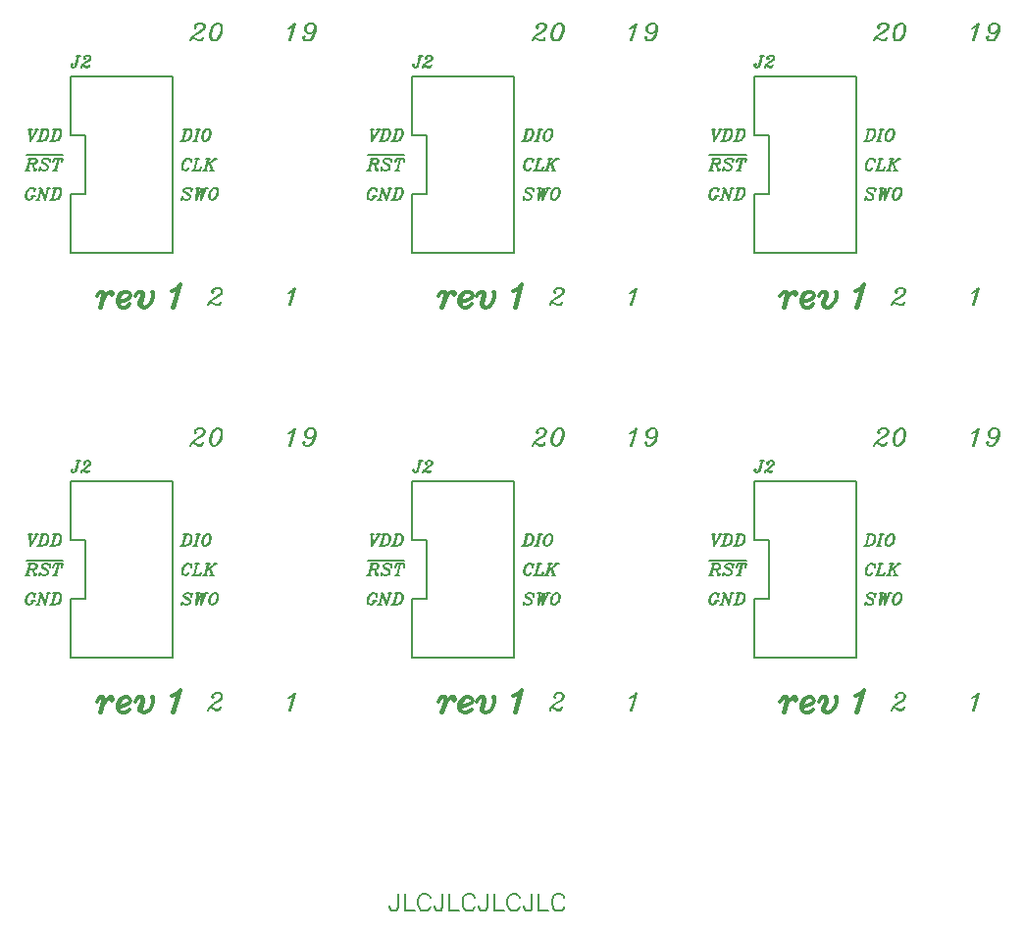
<source format=gto>
%FSLAX46Y46*%
%MOMM*%
%ADD10C,0.150000*%
%ADD11C,0.300000*%
G01*
G01*
%LPD*%
D10*
X40857144Y3392857D02*
X40857144Y4535714D01*
D10*
X40785716Y3178571D02*
X40857144Y3392857D01*
D10*
X40714284Y3107143D02*
X40785716Y3178571D01*
D10*
X40571428Y3035714D02*
X40714284Y3107143D01*
D10*
X40428572Y3035714D02*
X40571428Y3035714D01*
D10*
X40285716Y3107143D02*
X40428572Y3035714D01*
D10*
X40214284Y3178571D02*
X40285716Y3107143D01*
D10*
X40142856Y3392857D02*
X40214284Y3178571D01*
D10*
X40142856Y3535714D02*
X40142856Y3392857D01*
D10*
X41428572Y3035714D02*
X41428572Y4535714D01*
D10*
X42285716Y3035714D02*
X41428572Y3035714D01*
D10*
X43571428Y4321428D02*
X43642856Y4178571D01*
D10*
X43428572Y4464285D02*
X43571428Y4321428D01*
D10*
X43285716Y4535714D02*
X43428572Y4464285D01*
D10*
X43000000Y4535714D02*
X43285716Y4535714D01*
D10*
X42857144Y4464285D02*
X43000000Y4535714D01*
D10*
X42714284Y4321428D02*
X42857144Y4464285D01*
D10*
X42642856Y4178571D02*
X42714284Y4321428D01*
D10*
X42571428Y3964285D02*
X42642856Y4178571D01*
D10*
X42571428Y3607142D02*
X42571428Y3964285D01*
D10*
X42642856Y3392857D02*
X42571428Y3607142D01*
D10*
X42714284Y3250000D02*
X42642856Y3392857D01*
D10*
X42857144Y3107143D02*
X42714284Y3250000D01*
D10*
X43000000Y3035714D02*
X42857144Y3107143D01*
D10*
X43285716Y3035714D02*
X43000000Y3035714D01*
D10*
X43428572Y3107143D02*
X43285716Y3035714D01*
D10*
X43571428Y3250000D02*
X43428572Y3107143D01*
D10*
X43642856Y3392857D02*
X43571428Y3250000D01*
D10*
X44714284Y3392857D02*
X44714284Y4535714D01*
D10*
X44642856Y3178571D02*
X44714284Y3392857D01*
D10*
X44571428Y3107143D02*
X44642856Y3178571D01*
D10*
X44428572Y3035714D02*
X44571428Y3107143D01*
D10*
X44285712Y3035714D02*
X44428572Y3035714D01*
D10*
X44142856Y3107143D02*
X44285712Y3035714D01*
D10*
X44071428Y3178571D02*
X44142856Y3107143D01*
D10*
X44000000Y3392857D02*
X44071428Y3178571D01*
D10*
X44000000Y3535714D02*
X44000000Y3392857D01*
D10*
X45285712Y3035714D02*
X45285712Y4535714D01*
D10*
X46142856Y3035714D02*
X45285712Y3035714D01*
D10*
X47428572Y4321428D02*
X47500000Y4178571D01*
D10*
X47285712Y4464285D02*
X47428572Y4321428D01*
D10*
X47142856Y4535714D02*
X47285712Y4464285D01*
D10*
X46857144Y4535714D02*
X47142856Y4535714D01*
D10*
X46714284Y4464285D02*
X46857144Y4535714D01*
D10*
X46571428Y4321428D02*
X46714284Y4464285D01*
D10*
X46500000Y4178571D02*
X46571428Y4321428D01*
D10*
X46428572Y3964285D02*
X46500000Y4178571D01*
D10*
X46428572Y3607142D02*
X46428572Y3964285D01*
D10*
X46500000Y3392857D02*
X46428572Y3607142D01*
D10*
X46571428Y3250000D02*
X46500000Y3392857D01*
D10*
X46714284Y3107143D02*
X46571428Y3250000D01*
D10*
X46857144Y3035714D02*
X46714284Y3107143D01*
D10*
X47142856Y3035714D02*
X46857144Y3035714D01*
D10*
X47285712Y3107143D02*
X47142856Y3035714D01*
D10*
X47428572Y3250000D02*
X47285712Y3107143D01*
D10*
X47500000Y3392857D02*
X47428572Y3250000D01*
D10*
X48571428Y3392857D02*
X48571428Y4535714D01*
D10*
X48500000Y3178571D02*
X48571428Y3392857D01*
D10*
X48428572Y3107143D02*
X48500000Y3178571D01*
D10*
X48285712Y3035714D02*
X48428572Y3107143D01*
D10*
X48142856Y3035714D02*
X48285712Y3035714D01*
D10*
X48000000Y3107143D02*
X48142856Y3035714D01*
D10*
X47928572Y3178571D02*
X48000000Y3107143D01*
D10*
X47857144Y3392857D02*
X47928572Y3178571D01*
D10*
X47857144Y3535714D02*
X47857144Y3392857D01*
D10*
X49142856Y3035714D02*
X49142856Y4535714D01*
D10*
X50000000Y3035714D02*
X49142856Y3035714D01*
D10*
X51285712Y4321428D02*
X51357144Y4178571D01*
D10*
X51142856Y4464285D02*
X51285712Y4321428D01*
D10*
X51000000Y4535714D02*
X51142856Y4464285D01*
D10*
X50714288Y4535714D02*
X51000000Y4535714D01*
D10*
X50571428Y4464285D02*
X50714288Y4535714D01*
D10*
X50428572Y4321428D02*
X50571428Y4464285D01*
D10*
X50357144Y4178571D02*
X50428572Y4321428D01*
D10*
X50285712Y3964285D02*
X50357144Y4178571D01*
D10*
X50285712Y3607142D02*
X50285712Y3964285D01*
D10*
X50357144Y3392857D02*
X50285712Y3607142D01*
D10*
X50428572Y3250000D02*
X50357144Y3392857D01*
D10*
X50571428Y3107143D02*
X50428572Y3250000D01*
D10*
X50714288Y3035714D02*
X50571428Y3107143D01*
D10*
X51000000Y3035714D02*
X50714288Y3035714D01*
D10*
X51142856Y3107143D02*
X51000000Y3035714D01*
D10*
X51285712Y3250000D02*
X51142856Y3107143D01*
D10*
X51357144Y3392857D02*
X51285712Y3250000D01*
D10*
X52428572Y3392857D02*
X52428572Y4535714D01*
D10*
X52357144Y3178571D02*
X52428572Y3392857D01*
D10*
X52285712Y3107143D02*
X52357144Y3178571D01*
D10*
X52142856Y3035714D02*
X52285712Y3107143D01*
D10*
X52000000Y3035714D02*
X52142856Y3035714D01*
D10*
X51857144Y3107143D02*
X52000000Y3035714D01*
D10*
X51785712Y3178571D02*
X51857144Y3107143D01*
D10*
X51714288Y3392857D02*
X51785712Y3178571D01*
D10*
X51714288Y3535714D02*
X51714288Y3392857D01*
D10*
X53000000Y3035714D02*
X53000000Y4535714D01*
D10*
X53857144Y3035714D02*
X53000000Y3035714D01*
D10*
X55142856Y4321428D02*
X55214284Y4178571D01*
D10*
X55000000Y4464285D02*
X55142856Y4321428D01*
D10*
X54857144Y4535714D02*
X55000000Y4464285D01*
D10*
X54571428Y4535714D02*
X54857144Y4535714D01*
D10*
X54428572Y4464285D02*
X54571428Y4535714D01*
D10*
X54285712Y4321428D02*
X54428572Y4464285D01*
D10*
X54214284Y4178571D02*
X54285712Y4321428D01*
D10*
X54142856Y3964285D02*
X54214284Y4178571D01*
D10*
X54142856Y3607142D02*
X54142856Y3964285D01*
D10*
X54214284Y3392857D02*
X54142856Y3607142D01*
D10*
X54285712Y3250000D02*
X54214284Y3392857D01*
D10*
X54428572Y3107143D02*
X54285712Y3250000D01*
D10*
X54571428Y3035714D02*
X54428572Y3107143D01*
D10*
X54857144Y3035714D02*
X54571428Y3035714D01*
D10*
X55000000Y3107143D02*
X54857144Y3035714D01*
D10*
X55142856Y3250000D02*
X55000000Y3107143D01*
D10*
X55214284Y3392857D02*
X55142856Y3250000D01*
D10*
X24961428Y56498572D02*
X24890000Y56570000D01*
D10*
X24890000Y56427144D02*
X24961428Y56498572D01*
D10*
X24818572Y56498572D02*
X24890000Y56427144D01*
D10*
X24818572Y56570000D02*
X24818572Y56498572D01*
D10*
X24890000Y56712856D02*
X24818572Y56570000D01*
D10*
X24961428Y56784284D02*
X24890000Y56712856D01*
D10*
X25175714Y56855716D02*
X24961428Y56784284D01*
D10*
X25390000Y56855716D02*
X25175714Y56855716D01*
D10*
X25604286Y56784284D02*
X25390000Y56855716D01*
D10*
X25675714Y56641428D02*
X25604286Y56784284D01*
D10*
X25675714Y56498572D02*
X25675714Y56641428D01*
D10*
X25604286Y56355716D02*
X25675714Y56498572D01*
D10*
X25461428Y56212856D02*
X25604286Y56355716D01*
D10*
X25247142Y56070000D02*
X25461428Y56212856D01*
D10*
X24961428Y55927144D02*
X25247142Y56070000D01*
D10*
X24747142Y55784284D02*
X24961428Y55927144D01*
D10*
X24604286Y55641428D02*
X24747142Y55784284D01*
D10*
X24461428Y55355716D02*
X24604286Y55641428D01*
D10*
X25532858Y56784284D02*
X25390000Y56855716D01*
D10*
X25604286Y56641428D02*
X25532858Y56784284D01*
D10*
X25604286Y56498572D02*
X25604286Y56641428D01*
D10*
X25532858Y56355716D02*
X25604286Y56498572D01*
D10*
X25390000Y56212856D02*
X25532858Y56355716D01*
D10*
X24961428Y55927144D02*
X25390000Y56212856D01*
D10*
X24604286Y55570000D02*
X24532858Y55498572D01*
D10*
X24747142Y55570000D02*
X24604286Y55570000D01*
D10*
X25104286Y55427144D02*
X24747142Y55570000D01*
D10*
X25318572Y55427144D02*
X25104286Y55427144D01*
D10*
X25461428Y55498572D02*
X25318572Y55427144D01*
D10*
X25532858Y55641428D02*
X25461428Y55498572D01*
D10*
X25104286Y55355716D02*
X24747142Y55570000D01*
D10*
X25318572Y55355716D02*
X25104286Y55355716D01*
D10*
X25461428Y55427144D02*
X25318572Y55355716D01*
D10*
X25532858Y55641428D02*
X25461428Y55427144D01*
D10*
X31470000Y55355716D02*
X31827142Y56570000D01*
D10*
X31541428Y55355716D02*
X31970000Y56855716D01*
D10*
X31755714Y56641428D02*
X31970000Y56855716D01*
D10*
X31541428Y56498572D02*
X31755714Y56641428D01*
D10*
X31398572Y56427144D02*
X31541428Y56498572D01*
D10*
X31612858Y56498572D02*
X31898572Y56641428D01*
D10*
X31398572Y56427144D02*
X31612858Y56498572D01*
D10*
X22222858Y69563808D02*
X22508572Y70563808D01*
D10*
X22270476Y69563808D02*
X22556190Y70563808D01*
D10*
X22794286Y70563808D02*
X22365714Y70563808D01*
D10*
X22937142Y70516192D02*
X22794286Y70563808D01*
D10*
X22984762Y70468568D02*
X22937142Y70516192D01*
D10*
X23032380Y70325712D02*
X22984762Y70468568D01*
D10*
X23032380Y70135240D02*
X23032380Y70325712D01*
D10*
X22984762Y69944760D02*
X23032380Y70135240D01*
D10*
X22889524Y69754288D02*
X22984762Y69944760D01*
D10*
X22794286Y69659048D02*
X22889524Y69754288D01*
D10*
X22699048Y69611432D02*
X22794286Y69659048D01*
D10*
X22508572Y69563808D02*
X22699048Y69611432D01*
D10*
X22080000Y69563808D02*
X22508572Y69563808D01*
D10*
X22889524Y70516192D02*
X22794286Y70563808D01*
D10*
X22937142Y70468568D02*
X22889524Y70516192D01*
D10*
X22984762Y70325712D02*
X22937142Y70468568D01*
D10*
X22984762Y70135240D02*
X22984762Y70325712D01*
D10*
X22937142Y69944760D02*
X22984762Y70135240D01*
D10*
X22841904Y69754288D02*
X22937142Y69944760D01*
D10*
X22746666Y69659048D02*
X22841904Y69754288D01*
D10*
X22651428Y69611432D02*
X22746666Y69659048D01*
D10*
X22508572Y69563808D02*
X22651428Y69611432D01*
D10*
X23318096Y69563808D02*
X23603810Y70563808D01*
D10*
X23365714Y69563808D02*
X23651428Y70563808D01*
D10*
X23794286Y70563808D02*
X23460952Y70563808D01*
D10*
X23508572Y69563808D02*
X23175238Y69563808D01*
D10*
X24222856Y70516192D02*
X24365714Y70563808D01*
D10*
X24127620Y70420952D02*
X24222856Y70516192D01*
D10*
X24032380Y70278096D02*
X24127620Y70420952D01*
D10*
X23984762Y70135240D02*
X24032380Y70278096D01*
D10*
X23937142Y69944760D02*
X23984762Y70135240D01*
D10*
X23937142Y69801904D02*
X23937142Y69944760D01*
D10*
X23984762Y69659048D02*
X23937142Y69801904D01*
D10*
X24032380Y69611432D02*
X23984762Y69659048D01*
D10*
X24127620Y69563808D02*
X24032380Y69611432D01*
D10*
X24270476Y69563808D02*
X24127620Y69563808D01*
D10*
X24413334Y69611432D02*
X24270476Y69563808D01*
D10*
X24508572Y69706664D02*
X24413334Y69611432D01*
D10*
X24603810Y69849520D02*
X24508572Y69706664D01*
D10*
X24651428Y69992384D02*
X24603810Y69849520D01*
D10*
X24699048Y70182856D02*
X24651428Y69992384D01*
D10*
X24699048Y70325712D02*
X24699048Y70182856D01*
D10*
X24651428Y70468568D02*
X24699048Y70325712D01*
D10*
X24603810Y70516192D02*
X24651428Y70468568D01*
D10*
X24508572Y70563808D02*
X24603810Y70516192D01*
D10*
X24365714Y70563808D02*
X24508572Y70563808D01*
D10*
X24270476Y70516192D02*
X24365714Y70563808D01*
D10*
X24175238Y70420952D02*
X24270476Y70516192D01*
D10*
X24080000Y70278096D02*
X24175238Y70420952D01*
D10*
X24032380Y70135240D02*
X24080000Y70278096D01*
D10*
X23984762Y69944760D02*
X24032380Y70135240D01*
D10*
X23984762Y69801904D02*
X23984762Y69944760D01*
D10*
X24032380Y69659048D02*
X23984762Y69801904D01*
D10*
X24127620Y69563808D02*
X24032380Y69659048D01*
D10*
X24365714Y69611432D02*
X24270476Y69563808D01*
D10*
X24460952Y69706664D02*
X24365714Y69611432D01*
D10*
X24556190Y69849520D02*
X24460952Y69706664D01*
D10*
X24603810Y69992384D02*
X24556190Y69849520D01*
D10*
X24651428Y70182856D02*
X24603810Y69992384D01*
D10*
X24651428Y70325712D02*
X24651428Y70182856D01*
D10*
X24603810Y70468568D02*
X24651428Y70325712D01*
D10*
X24508572Y70563808D02*
X24603810Y70468568D01*
D10*
X31470000Y78215712D02*
X31827142Y79430000D01*
D10*
X31541428Y78215712D02*
X31970000Y79715712D01*
D10*
X31755714Y79501432D02*
X31970000Y79715712D01*
D10*
X31541428Y79358568D02*
X31755714Y79501432D01*
D10*
X31398572Y79287144D02*
X31541428Y79358568D01*
D10*
X31612858Y79358568D02*
X31898572Y79501432D01*
D10*
X31398572Y79287144D02*
X31612858Y79358568D01*
D10*
X33612856Y79072856D02*
X33684284Y79215712D01*
D10*
X33470000Y78930000D02*
X33612856Y79072856D01*
D10*
X33327142Y78858568D02*
X33470000Y78930000D01*
D10*
X33112856Y78858568D02*
X33327142Y78858568D01*
D10*
X32970000Y78930000D02*
X33112856Y78858568D01*
D10*
X32898572Y79001432D02*
X32970000Y78930000D01*
D10*
X32827142Y79144288D02*
X32898572Y79001432D01*
D10*
X32827142Y79358568D02*
X32827142Y79144288D01*
D10*
X32898572Y79501432D02*
X32827142Y79358568D01*
D10*
X33041428Y79644288D02*
X32898572Y79501432D01*
D10*
X33255714Y79715712D02*
X33041428Y79644288D01*
D10*
X33470000Y79715712D02*
X33255714Y79715712D01*
D10*
X33612856Y79644288D02*
X33470000Y79715712D01*
D10*
X33684284Y79572856D02*
X33612856Y79644288D01*
D10*
X33755716Y79430000D02*
X33684284Y79572856D01*
D10*
X33755716Y79144288D02*
X33755716Y79430000D01*
D10*
X33684284Y78858568D02*
X33755716Y79144288D01*
D10*
X33612856Y78644288D02*
X33684284Y78858568D01*
D10*
X33470000Y78430000D02*
X33612856Y78644288D01*
D10*
X33327142Y78287144D02*
X33470000Y78430000D01*
D10*
X33112856Y78215712D02*
X33327142Y78287144D01*
D10*
X32898572Y78215712D02*
X33112856Y78215712D01*
D10*
X32755714Y78287144D02*
X32898572Y78215712D01*
D10*
X32684286Y78430000D02*
X32755714Y78287144D01*
D10*
X32684286Y78501432D02*
X32684286Y78430000D01*
D10*
X32755714Y78572856D02*
X32684286Y78501432D01*
D10*
X32827142Y78501432D02*
X32755714Y78572856D01*
D10*
X32755714Y78430000D02*
X32827142Y78501432D01*
D10*
X32898572Y79072856D02*
X32970000Y78930000D01*
D10*
X32898572Y79358568D02*
X32898572Y79072856D01*
D10*
X32970000Y79501432D02*
X32898572Y79358568D01*
D10*
X33112856Y79644288D02*
X32970000Y79501432D01*
D10*
X33255714Y79715712D02*
X33112856Y79644288D01*
D10*
X33684284Y79501432D02*
X33612856Y79644288D01*
D10*
X33684284Y79144288D02*
X33684284Y79501432D01*
D10*
X33612856Y78858568D02*
X33684284Y79144288D01*
D10*
X33541428Y78644288D02*
X33612856Y78858568D01*
D10*
X33398572Y78430000D02*
X33541428Y78644288D01*
D10*
X33255714Y78287144D02*
X33398572Y78430000D01*
D10*
X33112856Y78215712D02*
X33255714Y78287144D01*
D10*
X22984762Y67928568D02*
X22937142Y67928568D01*
D10*
X23032380Y68023808D02*
X22984762Y67928568D01*
D10*
X22984762Y67738096D02*
X23032380Y68023808D01*
D10*
X22984762Y67833336D02*
X22984762Y67738096D01*
D10*
X22937142Y67928568D02*
X22984762Y67833336D01*
D10*
X22889524Y67976192D02*
X22937142Y67928568D01*
D10*
X22794286Y68023808D02*
X22889524Y67976192D01*
D10*
X22651428Y68023808D02*
X22794286Y68023808D01*
D10*
X22508572Y67976192D02*
X22651428Y68023808D01*
D10*
X22413334Y67880952D02*
X22508572Y67976192D01*
D10*
X22318096Y67738096D02*
X22413334Y67880952D01*
D10*
X22270476Y67595240D02*
X22318096Y67738096D01*
D10*
X22222858Y67404760D02*
X22270476Y67595240D01*
D10*
X22222858Y67261904D02*
X22222858Y67404760D01*
D10*
X22270476Y67119048D02*
X22222858Y67261904D01*
D10*
X22318096Y67071428D02*
X22270476Y67119048D01*
D10*
X22460952Y67023808D02*
X22318096Y67071428D01*
D10*
X22603810Y67023808D02*
X22460952Y67023808D01*
D10*
X22699048Y67071428D02*
X22603810Y67023808D01*
D10*
X22794286Y67166664D02*
X22699048Y67071428D01*
D10*
X22841904Y67261904D02*
X22794286Y67166664D01*
D10*
X22556190Y67976192D02*
X22651428Y68023808D01*
D10*
X22460952Y67880952D02*
X22556190Y67976192D01*
D10*
X22365714Y67738096D02*
X22460952Y67880952D01*
D10*
X22318096Y67595240D02*
X22365714Y67738096D01*
D10*
X22270476Y67404760D02*
X22318096Y67595240D01*
D10*
X22270476Y67261904D02*
X22270476Y67404760D01*
D10*
X22318096Y67119048D02*
X22270476Y67261904D01*
D10*
X22365714Y67071428D02*
X22318096Y67119048D01*
D10*
X22460952Y67023808D02*
X22365714Y67071428D01*
D10*
X23222858Y67023808D02*
X23508572Y68023808D01*
D10*
X23270476Y67023808D02*
X23556190Y68023808D01*
D10*
X23699048Y68023808D02*
X23365714Y68023808D01*
D10*
X23794286Y67023808D02*
X23080000Y67023808D01*
D10*
X23889524Y67309520D02*
X23794286Y67023808D01*
D10*
X23746666Y67023808D02*
X23889524Y67309520D01*
D10*
X24175238Y67023808D02*
X24460952Y68023808D01*
D10*
X24222856Y67023808D02*
X24508572Y68023808D01*
D10*
X24318096Y67404760D02*
X25127620Y68023808D01*
D10*
X24841904Y67023808D02*
X24651428Y67595240D01*
D10*
X24794286Y67023808D02*
X24603810Y67595240D01*
D10*
X24651428Y68023808D02*
X24318096Y68023808D01*
D10*
X25222856Y68023808D02*
X24937142Y68023808D01*
D10*
X24365714Y67023808D02*
X24032380Y67023808D01*
D10*
X24937142Y67023808D02*
X24651428Y67023808D01*
D10*
X9491428Y65388572D02*
X9443810Y65388572D01*
D10*
X9539048Y65483808D02*
X9491428Y65388572D01*
D10*
X9491428Y65198096D02*
X9539048Y65483808D01*
D10*
X9491428Y65293332D02*
X9491428Y65198096D01*
D10*
X9443810Y65388572D02*
X9491428Y65293332D01*
D10*
X9396190Y65436192D02*
X9443810Y65388572D01*
D10*
X9300952Y65483808D02*
X9396190Y65436192D01*
D10*
X9158095Y65483808D02*
X9300952Y65483808D01*
D10*
X9015238Y65436192D02*
X9158095Y65483808D01*
D10*
X8920000Y65340952D02*
X9015238Y65436192D01*
D10*
X8824762Y65198096D02*
X8920000Y65340952D01*
D10*
X8777143Y65055240D02*
X8824762Y65198096D01*
D10*
X8729524Y64864760D02*
X8777143Y65055240D01*
D10*
X8729524Y64721904D02*
X8729524Y64864760D01*
D10*
X8777143Y64579048D02*
X8729524Y64721904D01*
D10*
X8824762Y64531428D02*
X8777143Y64579048D01*
D10*
X8967619Y64483808D02*
X8824762Y64531428D01*
D10*
X9062857Y64483808D02*
X8967619Y64483808D01*
D10*
X9205714Y64531428D02*
X9062857Y64483808D01*
D10*
X9300952Y64626668D02*
X9205714Y64531428D01*
D10*
X9396190Y64817144D02*
X9300952Y64626668D01*
D10*
X9062857Y65436192D02*
X9158095Y65483808D01*
D10*
X8967619Y65340952D02*
X9062857Y65436192D01*
D10*
X8872381Y65198096D02*
X8967619Y65340952D01*
D10*
X8824762Y65055240D02*
X8872381Y65198096D01*
D10*
X8777143Y64864760D02*
X8824762Y65055240D01*
D10*
X8777143Y64721904D02*
X8777143Y64864760D01*
D10*
X8824762Y64579048D02*
X8777143Y64721904D01*
D10*
X8872381Y64531428D02*
X8824762Y64579048D01*
D10*
X8967619Y64483808D02*
X8872381Y64531428D01*
D10*
X9158095Y64531428D02*
X9062857Y64483808D01*
D10*
X9253334Y64626668D02*
X9158095Y64531428D01*
D10*
X9348572Y64817144D02*
X9253334Y64626668D01*
D10*
X9539048Y64817144D02*
X9205714Y64817144D01*
D10*
X9777143Y64483808D02*
X10062857Y65483808D01*
D10*
X10396190Y64626668D02*
X10062857Y65483808D01*
D10*
X10396190Y64483808D02*
X10062857Y65340952D01*
D10*
X10396190Y64483808D02*
X10681905Y65483808D01*
D10*
X10062857Y65483808D02*
X9920000Y65483808D01*
D10*
X10824762Y65483808D02*
X10539048Y65483808D01*
D10*
X9920000Y64483808D02*
X9634286Y64483808D01*
D10*
X10967619Y64483808D02*
X11253333Y65483808D01*
D10*
X11015238Y64483808D02*
X11300952Y65483808D01*
D10*
X11539048Y65483808D02*
X11110476Y65483808D01*
D10*
X11681905Y65436192D02*
X11539048Y65483808D01*
D10*
X11729524Y65388572D02*
X11681905Y65436192D01*
D10*
X11777143Y65245716D02*
X11729524Y65388572D01*
D10*
X11777143Y65055240D02*
X11777143Y65245716D01*
D10*
X11729524Y64864760D02*
X11777143Y65055240D01*
D10*
X11634286Y64674284D02*
X11729524Y64864760D01*
D10*
X11539048Y64579048D02*
X11634286Y64674284D01*
D10*
X11443810Y64531428D02*
X11539048Y64579048D01*
D10*
X11253333Y64483808D02*
X11443810Y64531428D01*
D10*
X10824762Y64483808D02*
X11253333Y64483808D01*
D10*
X11634286Y65436192D02*
X11539048Y65483808D01*
D10*
X11681905Y65388572D02*
X11634286Y65436192D01*
D10*
X11729524Y65245716D02*
X11681905Y65388572D01*
D10*
X11729524Y65055240D02*
X11729524Y65245716D01*
D10*
X11681905Y64864760D02*
X11729524Y65055240D01*
D10*
X11586667Y64674284D02*
X11681905Y64864760D01*
D10*
X11491429Y64579048D02*
X11586667Y64674284D01*
D10*
X11396190Y64531428D02*
X11491429Y64579048D01*
D10*
X11253333Y64483808D02*
X11396190Y64531428D01*
D10*
X8824762Y67023808D02*
X9110476Y68023808D01*
D10*
X8872381Y67023808D02*
X9158095Y68023808D01*
D10*
X9491428Y68023808D02*
X8967619Y68023808D01*
D10*
X9634286Y67976192D02*
X9491428Y68023808D01*
D10*
X9681905Y67880952D02*
X9634286Y67976192D01*
D10*
X9681905Y67785712D02*
X9681905Y67880952D01*
D10*
X9634286Y67642856D02*
X9681905Y67785712D01*
D10*
X9586667Y67595240D02*
X9634286Y67642856D01*
D10*
X9443810Y67547616D02*
X9586667Y67595240D01*
D10*
X9015238Y67547616D02*
X9443810Y67547616D01*
D10*
X9586667Y67976192D02*
X9491428Y68023808D01*
D10*
X9634286Y67880952D02*
X9586667Y67976192D01*
D10*
X9634286Y67785712D02*
X9634286Y67880952D01*
D10*
X9586667Y67642856D02*
X9634286Y67785712D01*
D10*
X9539048Y67595240D02*
X9586667Y67642856D01*
D10*
X9443810Y67547616D02*
X9539048Y67595240D01*
D10*
X9348572Y67500000D02*
X9253334Y67547616D01*
D10*
X9396190Y67452384D02*
X9348572Y67500000D01*
D10*
X9443810Y67071428D02*
X9396190Y67452384D01*
D10*
X9491428Y67023808D02*
X9443810Y67071428D01*
D10*
X9586667Y67023808D02*
X9491428Y67023808D01*
D10*
X9634286Y67119048D02*
X9586667Y67023808D01*
D10*
X9634286Y67166664D02*
X9634286Y67119048D01*
D10*
X9491428Y67119048D02*
X9396190Y67452384D01*
D10*
X9539048Y67071428D02*
X9491428Y67119048D01*
D10*
X9586667Y67071428D02*
X9539048Y67071428D01*
D10*
X9634286Y67119048D02*
X9586667Y67071428D01*
D10*
X9015238Y67023808D02*
X8681905Y67023808D01*
D10*
X10777143Y67928568D02*
X10729524Y67928568D01*
D10*
X10824762Y68023808D02*
X10777143Y67928568D01*
D10*
X10777143Y67738096D02*
X10824762Y68023808D01*
D10*
X10777143Y67833336D02*
X10777143Y67738096D01*
D10*
X10729524Y67928568D02*
X10777143Y67833336D01*
D10*
X10681905Y67976192D02*
X10729524Y67928568D01*
D10*
X10539048Y68023808D02*
X10681905Y67976192D01*
D10*
X10348572Y68023808D02*
X10539048Y68023808D01*
D10*
X10205714Y67976192D02*
X10348572Y68023808D01*
D10*
X10110476Y67880952D02*
X10205714Y67976192D01*
D10*
X10110476Y67785712D02*
X10110476Y67880952D01*
D10*
X10158095Y67690480D02*
X10110476Y67785712D01*
D10*
X10205714Y67642856D02*
X10158095Y67690480D01*
D10*
X10539048Y67452384D02*
X10205714Y67642856D01*
D10*
X10634286Y67357144D02*
X10539048Y67452384D01*
D10*
X10205714Y67690480D02*
X10110476Y67785712D01*
D10*
X10539048Y67500000D02*
X10205714Y67690480D01*
D10*
X10586667Y67452384D02*
X10539048Y67500000D01*
D10*
X10634286Y67357144D02*
X10586667Y67452384D01*
D10*
X10634286Y67214288D02*
X10634286Y67357144D01*
D10*
X10586667Y67119048D02*
X10634286Y67214288D01*
D10*
X10539048Y67071428D02*
X10586667Y67119048D01*
D10*
X10396190Y67023808D02*
X10539048Y67071428D01*
D10*
X10205714Y67023808D02*
X10396190Y67023808D01*
D10*
X10062857Y67071428D02*
X10205714Y67023808D01*
D10*
X10015238Y67119048D02*
X10062857Y67071428D01*
D10*
X9967619Y67214288D02*
X10015238Y67119048D01*
D10*
X9967619Y67309520D02*
X9967619Y67214288D01*
D10*
X9920000Y67023808D02*
X9967619Y67309520D01*
D10*
X9967619Y67119048D02*
X9920000Y67023808D01*
D10*
X10015238Y67119048D02*
X9967619Y67119048D01*
D10*
X11253333Y67023808D02*
X11539048Y68023808D01*
D10*
X11300952Y67023808D02*
X11586667Y68023808D01*
D10*
X11110476Y67738096D02*
X11253333Y68023808D01*
D10*
X11205714Y68023808D02*
X11110476Y67738096D01*
D10*
X11920000Y68023808D02*
X11205714Y68023808D01*
D10*
X11872381Y67738096D02*
X11920000Y68023808D01*
D10*
X11872381Y68023808D02*
X11872381Y67738096D01*
D10*
X11443810Y67023808D02*
X11110476Y67023808D01*
D11*
X14940476Y56305476D02*
X14845238Y56115000D01*
D11*
X15130952Y56495952D02*
X14940476Y56305476D01*
D11*
X15416667Y56495952D02*
X15130952Y56495952D01*
D11*
X15511905Y56400716D02*
X15416667Y56495952D01*
D11*
X15511905Y56210240D02*
X15511905Y56400716D01*
D11*
X15416667Y55829284D02*
X15511905Y56210240D01*
D11*
X15226190Y55162620D02*
X15416667Y55829284D01*
D11*
X15416667Y56400716D02*
X15321429Y56495952D01*
D11*
X15416667Y56210240D02*
X15416667Y56400716D01*
D11*
X15321429Y55829284D02*
X15416667Y56210240D01*
D11*
X15130952Y55162620D02*
X15321429Y55829284D01*
D11*
X15607143Y56210240D02*
X15416667Y55829284D01*
D11*
X15797619Y56400716D02*
X15607143Y56210240D01*
D11*
X15988095Y56495952D02*
X15797619Y56400716D01*
D11*
X16178571Y56495952D02*
X15988095Y56495952D01*
D11*
X16273810Y56400716D02*
X16178571Y56495952D01*
D11*
X16273810Y56305476D02*
X16273810Y56400716D01*
D11*
X16178571Y56210240D02*
X16273810Y56305476D01*
D11*
X16083333Y56305476D02*
X16178571Y56210240D01*
D11*
X16178571Y56400716D02*
X16083333Y56305476D01*
D11*
X17130952Y55734048D02*
X16750000Y55638808D01*
D11*
X17416666Y55829284D02*
X17130952Y55734048D01*
D11*
X17702380Y56019760D02*
X17416666Y55829284D01*
D11*
X17797620Y56210240D02*
X17702380Y56019760D01*
D11*
X17702380Y56400716D02*
X17797620Y56210240D01*
D11*
X17511904Y56495952D02*
X17702380Y56400716D01*
D11*
X17226190Y56495952D02*
X17511904Y56495952D01*
D11*
X16940476Y56400716D02*
X17226190Y56495952D01*
D11*
X16750000Y56115000D02*
X16940476Y56400716D01*
D11*
X16654762Y55829284D02*
X16750000Y56115000D01*
D11*
X16654762Y55543572D02*
X16654762Y55829284D01*
D11*
X16750000Y55353096D02*
X16654762Y55543572D01*
D11*
X16845238Y55257856D02*
X16750000Y55353096D01*
D11*
X17035714Y55162620D02*
X16845238Y55257856D01*
D11*
X17226190Y55162620D02*
X17035714Y55162620D01*
D11*
X17511904Y55257856D02*
X17226190Y55162620D01*
D11*
X17702380Y55448332D02*
X17511904Y55257856D01*
D11*
X17035714Y56400716D02*
X17226190Y56495952D01*
D11*
X16845238Y56115000D02*
X17035714Y56400716D01*
D11*
X16750000Y55829284D02*
X16845238Y56115000D01*
D11*
X16750000Y55448332D02*
X16750000Y55829284D01*
D11*
X16845238Y55257856D02*
X16750000Y55448332D01*
D11*
X18273810Y56305476D02*
X18178572Y56115000D01*
D11*
X18464286Y56495952D02*
X18273810Y56305476D01*
D11*
X18750000Y56495952D02*
X18464286Y56495952D01*
D11*
X18845238Y56400716D02*
X18750000Y56495952D01*
D11*
X18845238Y56115000D02*
X18845238Y56400716D01*
D11*
X18654762Y55543572D02*
X18845238Y56115000D01*
D11*
X18654762Y55353096D02*
X18654762Y55543572D01*
D11*
X18845238Y55162620D02*
X18654762Y55353096D01*
D11*
X18750000Y56400716D02*
X18654762Y56495952D01*
D11*
X18750000Y56115000D02*
X18750000Y56400716D01*
D11*
X18559524Y55543572D02*
X18750000Y56115000D01*
D11*
X18559524Y55353096D02*
X18559524Y55543572D01*
D11*
X18654762Y55257856D02*
X18559524Y55353096D01*
D11*
X18845238Y55162620D02*
X18654762Y55257856D01*
D11*
X18940476Y55162620D02*
X18845238Y55162620D01*
D11*
X19226190Y55257856D02*
X18940476Y55162620D01*
D11*
X19416666Y55448332D02*
X19226190Y55257856D01*
D11*
X19607144Y55734048D02*
X19416666Y55448332D01*
D11*
X19702380Y56115000D02*
X19607144Y55734048D01*
D11*
X19702380Y56495952D02*
X19702380Y56115000D01*
D11*
X19607144Y56495952D02*
X19702380Y56495952D01*
D11*
X19702380Y56305476D02*
X19607144Y56495952D01*
D11*
X21416666Y55162620D02*
X21892856Y56781668D01*
D11*
X21511904Y55162620D02*
X22083332Y57162620D01*
D11*
X21797620Y56876904D02*
X22083332Y57162620D01*
D11*
X21511904Y56686428D02*
X21797620Y56876904D01*
D11*
X21321428Y56591192D02*
X21511904Y56686428D01*
D11*
X21607144Y56686428D02*
X21988096Y56876904D01*
D11*
X21321428Y56591192D02*
X21607144Y56686428D01*
D10*
X23461428Y79358568D02*
X23390000Y79430000D01*
D10*
X23390000Y79287144D02*
X23461428Y79358568D01*
D10*
X23318572Y79358568D02*
X23390000Y79287144D01*
D10*
X23318572Y79430000D02*
X23318572Y79358568D01*
D10*
X23390000Y79572856D02*
X23318572Y79430000D01*
D10*
X23461428Y79644288D02*
X23390000Y79572856D01*
D10*
X23675714Y79715712D02*
X23461428Y79644288D01*
D10*
X23890000Y79715712D02*
X23675714Y79715712D01*
D10*
X24104286Y79644288D02*
X23890000Y79715712D01*
D10*
X24175714Y79501432D02*
X24104286Y79644288D01*
D10*
X24175714Y79358568D02*
X24175714Y79501432D01*
D10*
X24104286Y79215712D02*
X24175714Y79358568D01*
D10*
X23961428Y79072856D02*
X24104286Y79215712D01*
D10*
X23747144Y78930000D02*
X23961428Y79072856D01*
D10*
X23461428Y78787144D02*
X23747144Y78930000D01*
D10*
X23247144Y78644288D02*
X23461428Y78787144D01*
D10*
X23104286Y78501432D02*
X23247144Y78644288D01*
D10*
X22961428Y78215712D02*
X23104286Y78501432D01*
D10*
X24032858Y79644288D02*
X23890000Y79715712D01*
D10*
X24104286Y79501432D02*
X24032858Y79644288D01*
D10*
X24104286Y79358568D02*
X24104286Y79501432D01*
D10*
X24032858Y79215712D02*
X24104286Y79358568D01*
D10*
X23890000Y79072856D02*
X24032858Y79215712D01*
D10*
X23461428Y78787144D02*
X23890000Y79072856D01*
D10*
X23104286Y78430000D02*
X23032858Y78358568D01*
D10*
X23247144Y78430000D02*
X23104286Y78430000D01*
D10*
X23604286Y78287144D02*
X23247144Y78430000D01*
D10*
X23818572Y78287144D02*
X23604286Y78287144D01*
D10*
X23961428Y78358568D02*
X23818572Y78287144D01*
D10*
X24032858Y78501432D02*
X23961428Y78358568D01*
D10*
X23604286Y78215712D02*
X23247144Y78430000D01*
D10*
X23818572Y78215712D02*
X23604286Y78215712D01*
D10*
X23961428Y78287144D02*
X23818572Y78215712D01*
D10*
X24032858Y78501432D02*
X23961428Y78287144D01*
D10*
X25032858Y79644288D02*
X25247142Y79715712D01*
D10*
X24890000Y79501432D02*
X25032858Y79644288D01*
D10*
X24747142Y79287144D02*
X24890000Y79501432D01*
D10*
X24675714Y79072856D02*
X24747142Y79287144D01*
D10*
X24604286Y78787144D02*
X24675714Y79072856D01*
D10*
X24604286Y78572856D02*
X24604286Y78787144D01*
D10*
X24675714Y78358568D02*
X24604286Y78572856D01*
D10*
X24747142Y78287144D02*
X24675714Y78358568D01*
D10*
X24890000Y78215712D02*
X24747142Y78287144D01*
D10*
X25032858Y78215712D02*
X24890000Y78215712D01*
D10*
X25247142Y78287144D02*
X25032858Y78215712D01*
D10*
X25390000Y78430000D02*
X25247142Y78287144D01*
D10*
X25532858Y78644288D02*
X25390000Y78430000D01*
D10*
X25604286Y78858568D02*
X25532858Y78644288D01*
D10*
X25675714Y79144288D02*
X25604286Y78858568D01*
D10*
X25675714Y79358568D02*
X25675714Y79144288D01*
D10*
X25604286Y79572856D02*
X25675714Y79358568D01*
D10*
X25532858Y79644288D02*
X25604286Y79572856D01*
D10*
X25390000Y79715712D02*
X25532858Y79644288D01*
D10*
X25247142Y79715712D02*
X25390000Y79715712D01*
D10*
X25104286Y79644288D02*
X25247142Y79715712D01*
D10*
X24961428Y79501432D02*
X25104286Y79644288D01*
D10*
X24818572Y79287144D02*
X24961428Y79501432D01*
D10*
X24747142Y79072856D02*
X24818572Y79287144D01*
D10*
X24675714Y78787144D02*
X24747142Y79072856D01*
D10*
X24675714Y78572856D02*
X24675714Y78787144D01*
D10*
X24747142Y78358568D02*
X24675714Y78572856D01*
D10*
X24890000Y78215712D02*
X24747142Y78358568D01*
D10*
X25175714Y78287144D02*
X25032858Y78215712D01*
D10*
X25318572Y78430000D02*
X25175714Y78287144D01*
D10*
X25461428Y78644288D02*
X25318572Y78430000D01*
D10*
X25532858Y78858568D02*
X25461428Y78644288D01*
D10*
X25604286Y79144288D02*
X25532858Y78858568D01*
D10*
X25604286Y79358568D02*
X25604286Y79144288D01*
D10*
X25532858Y79572856D02*
X25604286Y79358568D01*
D10*
X25390000Y79715712D02*
X25532858Y79572856D01*
D10*
X23032380Y65388572D02*
X22984762Y65388572D01*
D10*
X23080000Y65483808D02*
X23032380Y65388572D01*
D10*
X23032380Y65198096D02*
X23080000Y65483808D01*
D10*
X23032380Y65293332D02*
X23032380Y65198096D01*
D10*
X22984762Y65388572D02*
X23032380Y65293332D01*
D10*
X22937142Y65436192D02*
X22984762Y65388572D01*
D10*
X22794286Y65483808D02*
X22937142Y65436192D01*
D10*
X22603810Y65483808D02*
X22794286Y65483808D01*
D10*
X22460952Y65436192D02*
X22603810Y65483808D01*
D10*
X22365714Y65340952D02*
X22460952Y65436192D01*
D10*
X22365714Y65245716D02*
X22365714Y65340952D01*
D10*
X22413334Y65150476D02*
X22365714Y65245716D01*
D10*
X22460952Y65102856D02*
X22413334Y65150476D01*
D10*
X22794286Y64912380D02*
X22460952Y65102856D01*
D10*
X22889524Y64817144D02*
X22794286Y64912380D01*
D10*
X22460952Y65150476D02*
X22365714Y65245716D01*
D10*
X22794286Y64960000D02*
X22460952Y65150476D01*
D10*
X22841904Y64912380D02*
X22794286Y64960000D01*
D10*
X22889524Y64817144D02*
X22841904Y64912380D01*
D10*
X22889524Y64674284D02*
X22889524Y64817144D01*
D10*
X22841904Y64579048D02*
X22889524Y64674284D01*
D10*
X22794286Y64531428D02*
X22841904Y64579048D01*
D10*
X22651428Y64483808D02*
X22794286Y64531428D01*
D10*
X22460952Y64483808D02*
X22651428Y64483808D01*
D10*
X22318096Y64531428D02*
X22460952Y64483808D01*
D10*
X22270476Y64579048D02*
X22318096Y64531428D01*
D10*
X22222858Y64674284D02*
X22270476Y64579048D01*
D10*
X22222858Y64769524D02*
X22222858Y64674284D01*
D10*
X22175238Y64483808D02*
X22222858Y64769524D01*
D10*
X22222858Y64579048D02*
X22175238Y64483808D01*
D10*
X22270476Y64579048D02*
X22222858Y64579048D01*
D10*
X23460952Y64483808D02*
X23556190Y65483808D01*
D10*
X23508572Y64579048D02*
X23603810Y65483808D01*
D10*
X23460952Y64483808D02*
X23937142Y65483808D01*
D10*
X23841904Y64483808D02*
X23937142Y65483808D01*
D10*
X23889524Y64579048D02*
X23984762Y65483808D01*
D10*
X23841904Y64483808D02*
X24318096Y65483808D01*
D10*
X23746666Y65483808D02*
X23413334Y65483808D01*
D10*
X24460952Y65483808D02*
X24175238Y65483808D01*
D10*
X24841904Y65436192D02*
X24984762Y65483808D01*
D10*
X24746666Y65340952D02*
X24841904Y65436192D01*
D10*
X24651428Y65198096D02*
X24746666Y65340952D01*
D10*
X24603810Y65055240D02*
X24651428Y65198096D01*
D10*
X24556190Y64864760D02*
X24603810Y65055240D01*
D10*
X24556190Y64721904D02*
X24556190Y64864760D01*
D10*
X24603810Y64579048D02*
X24556190Y64721904D01*
D10*
X24651428Y64531428D02*
X24603810Y64579048D01*
D10*
X24746666Y64483808D02*
X24651428Y64531428D01*
D10*
X24889524Y64483808D02*
X24746666Y64483808D01*
D10*
X25032380Y64531428D02*
X24889524Y64483808D01*
D10*
X25127620Y64626668D02*
X25032380Y64531428D01*
D10*
X25222856Y64769524D02*
X25127620Y64626668D01*
D10*
X25270476Y64912380D02*
X25222856Y64769524D01*
D10*
X25318096Y65102856D02*
X25270476Y64912380D01*
D10*
X25318096Y65245716D02*
X25318096Y65102856D01*
D10*
X25270476Y65388572D02*
X25318096Y65245716D01*
D10*
X25222856Y65436192D02*
X25270476Y65388572D01*
D10*
X25127620Y65483808D02*
X25222856Y65436192D01*
D10*
X24984762Y65483808D02*
X25127620Y65483808D01*
D10*
X24889524Y65436192D02*
X24984762Y65483808D01*
D10*
X24794286Y65340952D02*
X24889524Y65436192D01*
D10*
X24699048Y65198096D02*
X24794286Y65340952D01*
D10*
X24651428Y65055240D02*
X24699048Y65198096D01*
D10*
X24603810Y64864760D02*
X24651428Y65055240D01*
D10*
X24603810Y64721904D02*
X24603810Y64864760D01*
D10*
X24651428Y64579048D02*
X24603810Y64721904D01*
D10*
X24746666Y64483808D02*
X24651428Y64579048D01*
D10*
X24984762Y64531428D02*
X24889524Y64483808D01*
D10*
X25080000Y64626668D02*
X24984762Y64531428D01*
D10*
X25175238Y64769524D02*
X25080000Y64626668D01*
D10*
X25222856Y64912380D02*
X25175238Y64769524D01*
D10*
X25270476Y65102856D02*
X25222856Y64912380D01*
D10*
X25270476Y65245716D02*
X25270476Y65102856D01*
D10*
X25222856Y65388572D02*
X25270476Y65245716D01*
D10*
X25127620Y65483808D02*
X25222856Y65388572D01*
D10*
X13076190Y76104288D02*
X13314286Y76913808D01*
D10*
X13028571Y76009048D02*
X13076190Y76104288D01*
D10*
X12980952Y75961432D02*
X13028571Y76009048D01*
D10*
X12885714Y75913808D02*
X12980952Y75961432D01*
D10*
X12790476Y75913808D02*
X12885714Y75913808D01*
D10*
X12695238Y75961432D02*
X12790476Y75913808D01*
D10*
X12647619Y76056664D02*
X12695238Y75961432D01*
D10*
X12647619Y76151904D02*
X12647619Y76056664D01*
D10*
X12695238Y76199520D02*
X12647619Y76151904D01*
D10*
X12742857Y76151904D02*
X12695238Y76199520D01*
D10*
X12695238Y76104288D02*
X12742857Y76151904D01*
D10*
X13028571Y76104288D02*
X13266667Y76913808D01*
D10*
X12980952Y76009048D02*
X13028571Y76104288D01*
D10*
X12885714Y75913808D02*
X12980952Y76009048D01*
D10*
X13457143Y76913808D02*
X13123810Y76913808D01*
D10*
X13838095Y76675712D02*
X13790476Y76723336D01*
D10*
X13790476Y76628096D02*
X13838095Y76675712D01*
D10*
X13742857Y76675712D02*
X13790476Y76628096D01*
D10*
X13742857Y76723336D02*
X13742857Y76675712D01*
D10*
X13790476Y76818568D02*
X13742857Y76723336D01*
D10*
X13838095Y76866192D02*
X13790476Y76818568D01*
D10*
X13980952Y76913808D02*
X13838095Y76866192D01*
D10*
X14123810Y76913808D02*
X13980952Y76913808D01*
D10*
X14266667Y76866192D02*
X14123810Y76913808D01*
D10*
X14314286Y76770952D02*
X14266667Y76866192D01*
D10*
X14314286Y76675712D02*
X14314286Y76770952D01*
D10*
X14266667Y76580480D02*
X14314286Y76675712D01*
D10*
X14171428Y76485240D02*
X14266667Y76580480D01*
D10*
X14028571Y76390000D02*
X14171428Y76485240D01*
D10*
X13838095Y76294760D02*
X14028571Y76390000D01*
D10*
X13695238Y76199520D02*
X13838095Y76294760D01*
D10*
X13600000Y76104288D02*
X13695238Y76199520D01*
D10*
X13504762Y75913808D02*
X13600000Y76104288D01*
D10*
X14219048Y76866192D02*
X14123810Y76913808D01*
D10*
X14266667Y76770952D02*
X14219048Y76866192D01*
D10*
X14266667Y76675712D02*
X14266667Y76770952D01*
D10*
X14219048Y76580480D02*
X14266667Y76675712D01*
D10*
X14123810Y76485240D02*
X14219048Y76580480D01*
D10*
X13838095Y76294760D02*
X14123810Y76485240D01*
D10*
X13600000Y76056664D02*
X13552381Y76009048D01*
D10*
X13695238Y76056664D02*
X13600000Y76056664D01*
D10*
X13933333Y75961432D02*
X13695238Y76056664D01*
D10*
X14076190Y75961432D02*
X13933333Y75961432D01*
D10*
X14171428Y76009048D02*
X14076190Y75961432D01*
D10*
X14219048Y76104288D02*
X14171428Y76009048D01*
D10*
X13933333Y75913808D02*
X13695238Y76056664D01*
D10*
X14076190Y75913808D02*
X13933333Y75913808D01*
D10*
X14171428Y75961432D02*
X14076190Y75913808D01*
D10*
X14219048Y76104288D02*
X14171428Y75961432D01*
D10*
X9110476Y69563808D02*
X9062857Y70563808D01*
D10*
X9158095Y69659048D02*
X9110476Y70563808D01*
D10*
X9110476Y69563808D02*
X9729524Y70563808D01*
D10*
X9253334Y70563808D02*
X8967619Y70563808D01*
D10*
X9824762Y70563808D02*
X9539048Y70563808D01*
D10*
X9872381Y69563808D02*
X10158095Y70563808D01*
D10*
X9920000Y69563808D02*
X10205714Y70563808D01*
D10*
X10443810Y70563808D02*
X10015238Y70563808D01*
D10*
X10586667Y70516192D02*
X10443810Y70563808D01*
D10*
X10634286Y70468568D02*
X10586667Y70516192D01*
D10*
X10681905Y70325712D02*
X10634286Y70468568D01*
D10*
X10681905Y70135240D02*
X10681905Y70325712D01*
D10*
X10634286Y69944760D02*
X10681905Y70135240D01*
D10*
X10539048Y69754288D02*
X10634286Y69944760D01*
D10*
X10443810Y69659048D02*
X10539048Y69754288D01*
D10*
X10348572Y69611432D02*
X10443810Y69659048D01*
D10*
X10158095Y69563808D02*
X10348572Y69611432D01*
D10*
X9729524Y69563808D02*
X10158095Y69563808D01*
D10*
X10539048Y70516192D02*
X10443810Y70563808D01*
D10*
X10586667Y70468568D02*
X10539048Y70516192D01*
D10*
X10634286Y70325712D02*
X10586667Y70468568D01*
D10*
X10634286Y70135240D02*
X10634286Y70325712D01*
D10*
X10586667Y69944760D02*
X10634286Y70135240D01*
D10*
X10491429Y69754288D02*
X10586667Y69944760D01*
D10*
X10396190Y69659048D02*
X10491429Y69754288D01*
D10*
X10300952Y69611432D02*
X10396190Y69659048D01*
D10*
X10158095Y69563808D02*
X10300952Y69611432D01*
D10*
X10967619Y69563808D02*
X11253333Y70563808D01*
D10*
X11015238Y69563808D02*
X11300952Y70563808D01*
D10*
X11539048Y70563808D02*
X11110476Y70563808D01*
D10*
X11681905Y70516192D02*
X11539048Y70563808D01*
D10*
X11729524Y70468568D02*
X11681905Y70516192D01*
D10*
X11777143Y70325712D02*
X11729524Y70468568D01*
D10*
X11777143Y70135240D02*
X11777143Y70325712D01*
D10*
X11729524Y69944760D02*
X11777143Y70135240D01*
D10*
X11634286Y69754288D02*
X11729524Y69944760D01*
D10*
X11539048Y69659048D02*
X11634286Y69754288D01*
D10*
X11443810Y69611432D02*
X11539048Y69659048D01*
D10*
X11253333Y69563808D02*
X11443810Y69611432D01*
D10*
X10824762Y69563808D02*
X11253333Y69563808D01*
D10*
X11634286Y70516192D02*
X11539048Y70563808D01*
D10*
X11681905Y70468568D02*
X11634286Y70516192D01*
D10*
X11729524Y70325712D02*
X11681905Y70468568D01*
D10*
X11729524Y70135240D02*
X11729524Y70325712D01*
D10*
X11681905Y69944760D02*
X11729524Y70135240D01*
D10*
X11586667Y69754288D02*
X11681905Y69944760D01*
D10*
X11491429Y69659048D02*
X11586667Y69754288D01*
D10*
X11396190Y69611432D02*
X11491429Y69659048D01*
D10*
X11253333Y69563808D02*
X11396190Y69611432D01*
D10*
X8745000Y68325500D02*
X11920000Y68325500D01*
D10*
X21400000Y59880000D02*
X12600000Y59880000D01*
D10*
X13870000Y70040000D02*
X12600000Y70040000D01*
D10*
X21400000Y75120000D02*
X21400000Y59880000D01*
D10*
X12600000Y59880000D02*
X12600000Y64960000D01*
D10*
X12600000Y70040000D02*
X12600000Y75120000D01*
D10*
X12600000Y64960000D02*
X13870000Y64960000D01*
D10*
X13870000Y64960000D02*
X13870000Y70040000D01*
D10*
X12600000Y75120000D02*
X21400000Y75120000D01*
D10*
X54461428Y21498572D02*
X54390000Y21570000D01*
D10*
X54390000Y21427142D02*
X54461428Y21498572D01*
D10*
X54318572Y21498572D02*
X54390000Y21427142D01*
D10*
X54318572Y21570000D02*
X54318572Y21498572D01*
D10*
X54390000Y21712858D02*
X54318572Y21570000D01*
D10*
X54461428Y21784286D02*
X54390000Y21712858D01*
D10*
X54675716Y21855714D02*
X54461428Y21784286D01*
D10*
X54890000Y21855714D02*
X54675716Y21855714D01*
D10*
X55104284Y21784286D02*
X54890000Y21855714D01*
D10*
X55175716Y21641428D02*
X55104284Y21784286D01*
D10*
X55175716Y21498572D02*
X55175716Y21641428D01*
D10*
X55104284Y21355714D02*
X55175716Y21498572D01*
D10*
X54961428Y21212858D02*
X55104284Y21355714D01*
D10*
X54747144Y21070000D02*
X54961428Y21212858D01*
D10*
X54461428Y20927142D02*
X54747144Y21070000D01*
D10*
X54247144Y20784286D02*
X54461428Y20927142D01*
D10*
X54104284Y20641428D02*
X54247144Y20784286D01*
D10*
X53961428Y20355714D02*
X54104284Y20641428D01*
D10*
X55032856Y21784286D02*
X54890000Y21855714D01*
D10*
X55104284Y21641428D02*
X55032856Y21784286D01*
D10*
X55104284Y21498572D02*
X55104284Y21641428D01*
D10*
X55032856Y21355714D02*
X55104284Y21498572D01*
D10*
X54890000Y21212858D02*
X55032856Y21355714D01*
D10*
X54461428Y20927142D02*
X54890000Y21212858D01*
D10*
X54104284Y20570000D02*
X54032856Y20498572D01*
D10*
X54247144Y20570000D02*
X54104284Y20570000D01*
D10*
X54604284Y20427142D02*
X54247144Y20570000D01*
D10*
X54818572Y20427142D02*
X54604284Y20427142D01*
D10*
X54961428Y20498572D02*
X54818572Y20427142D01*
D10*
X55032856Y20641428D02*
X54961428Y20498572D01*
D10*
X54604284Y20355714D02*
X54247144Y20570000D01*
D10*
X54818572Y20355714D02*
X54604284Y20355714D01*
D10*
X54961428Y20427142D02*
X54818572Y20355714D01*
D10*
X55032856Y20641428D02*
X54961428Y20427142D01*
D10*
X60970000Y20355714D02*
X61327144Y21570000D01*
D10*
X61041428Y20355714D02*
X61470000Y21855714D01*
D10*
X61255716Y21641428D02*
X61470000Y21855714D01*
D10*
X61041428Y21498572D02*
X61255716Y21641428D01*
D10*
X60898572Y21427142D02*
X61041428Y21498572D01*
D10*
X61112856Y21498572D02*
X61398572Y21641428D01*
D10*
X60898572Y21427142D02*
X61112856Y21498572D01*
D10*
X51722856Y34563808D02*
X52008572Y35563808D01*
D10*
X51770476Y34563808D02*
X52056192Y35563808D01*
D10*
X52294284Y35563808D02*
X51865716Y35563808D01*
D10*
X52437144Y35516192D02*
X52294284Y35563808D01*
D10*
X52484760Y35468572D02*
X52437144Y35516192D01*
D10*
X52532380Y35325716D02*
X52484760Y35468572D01*
D10*
X52532380Y35135240D02*
X52532380Y35325716D01*
D10*
X52484760Y34944760D02*
X52532380Y35135240D01*
D10*
X52389524Y34754284D02*
X52484760Y34944760D01*
D10*
X52294284Y34659048D02*
X52389524Y34754284D01*
D10*
X52199048Y34611428D02*
X52294284Y34659048D01*
D10*
X52008572Y34563808D02*
X52199048Y34611428D01*
D10*
X51580000Y34563808D02*
X52008572Y34563808D01*
D10*
X52389524Y35516192D02*
X52294284Y35563808D01*
D10*
X52437144Y35468572D02*
X52389524Y35516192D01*
D10*
X52484760Y35325716D02*
X52437144Y35468572D01*
D10*
X52484760Y35135240D02*
X52484760Y35325716D01*
D10*
X52437144Y34944760D02*
X52484760Y35135240D01*
D10*
X52341904Y34754284D02*
X52437144Y34944760D01*
D10*
X52246668Y34659048D02*
X52341904Y34754284D01*
D10*
X52151428Y34611428D02*
X52246668Y34659048D01*
D10*
X52008572Y34563808D02*
X52151428Y34611428D01*
D10*
X52818096Y34563808D02*
X53103808Y35563808D01*
D10*
X52865716Y34563808D02*
X53151428Y35563808D01*
D10*
X53294284Y35563808D02*
X52960952Y35563808D01*
D10*
X53008572Y34563808D02*
X52675240Y34563808D01*
D10*
X53722856Y35516192D02*
X53865716Y35563808D01*
D10*
X53627620Y35420952D02*
X53722856Y35516192D01*
D10*
X53532380Y35278096D02*
X53627620Y35420952D01*
D10*
X53484760Y35135240D02*
X53532380Y35278096D01*
D10*
X53437144Y34944760D02*
X53484760Y35135240D01*
D10*
X53437144Y34801904D02*
X53437144Y34944760D01*
D10*
X53484760Y34659048D02*
X53437144Y34801904D01*
D10*
X53532380Y34611428D02*
X53484760Y34659048D01*
D10*
X53627620Y34563808D02*
X53532380Y34611428D01*
D10*
X53770476Y34563808D02*
X53627620Y34563808D01*
D10*
X53913332Y34611428D02*
X53770476Y34563808D01*
D10*
X54008572Y34706668D02*
X53913332Y34611428D01*
D10*
X54103808Y34849524D02*
X54008572Y34706668D01*
D10*
X54151428Y34992380D02*
X54103808Y34849524D01*
D10*
X54199048Y35182856D02*
X54151428Y34992380D01*
D10*
X54199048Y35325716D02*
X54199048Y35182856D01*
D10*
X54151428Y35468572D02*
X54199048Y35325716D01*
D10*
X54103808Y35516192D02*
X54151428Y35468572D01*
D10*
X54008572Y35563808D02*
X54103808Y35516192D01*
D10*
X53865716Y35563808D02*
X54008572Y35563808D01*
D10*
X53770476Y35516192D02*
X53865716Y35563808D01*
D10*
X53675240Y35420952D02*
X53770476Y35516192D01*
D10*
X53580000Y35278096D02*
X53675240Y35420952D01*
D10*
X53532380Y35135240D02*
X53580000Y35278096D01*
D10*
X53484760Y34944760D02*
X53532380Y35135240D01*
D10*
X53484760Y34801904D02*
X53484760Y34944760D01*
D10*
X53532380Y34659048D02*
X53484760Y34801904D01*
D10*
X53627620Y34563808D02*
X53532380Y34659048D01*
D10*
X53865716Y34611428D02*
X53770476Y34563808D01*
D10*
X53960952Y34706668D02*
X53865716Y34611428D01*
D10*
X54056192Y34849524D02*
X53960952Y34706668D01*
D10*
X54103808Y34992380D02*
X54056192Y34849524D01*
D10*
X54151428Y35182856D02*
X54103808Y34992380D01*
D10*
X54151428Y35325716D02*
X54151428Y35182856D01*
D10*
X54103808Y35468572D02*
X54151428Y35325716D01*
D10*
X54008572Y35563808D02*
X54103808Y35468572D01*
D10*
X60970000Y43215716D02*
X61327144Y44430000D01*
D10*
X61041428Y43215716D02*
X61470000Y44715716D01*
D10*
X61255716Y44501428D02*
X61470000Y44715716D01*
D10*
X61041428Y44358572D02*
X61255716Y44501428D01*
D10*
X60898572Y44287144D02*
X61041428Y44358572D01*
D10*
X61112856Y44358572D02*
X61398572Y44501428D01*
D10*
X60898572Y44287144D02*
X61112856Y44358572D01*
D10*
X63112856Y44072856D02*
X63184284Y44215716D01*
D10*
X62970000Y43930000D02*
X63112856Y44072856D01*
D10*
X62827144Y43858572D02*
X62970000Y43930000D01*
D10*
X62612856Y43858572D02*
X62827144Y43858572D01*
D10*
X62470000Y43930000D02*
X62612856Y43858572D01*
D10*
X62398572Y44001428D02*
X62470000Y43930000D01*
D10*
X62327144Y44144284D02*
X62398572Y44001428D01*
D10*
X62327144Y44358572D02*
X62327144Y44144284D01*
D10*
X62398572Y44501428D02*
X62327144Y44358572D01*
D10*
X62541428Y44644284D02*
X62398572Y44501428D01*
D10*
X62755716Y44715716D02*
X62541428Y44644284D01*
D10*
X62970000Y44715716D02*
X62755716Y44715716D01*
D10*
X63112856Y44644284D02*
X62970000Y44715716D01*
D10*
X63184284Y44572856D02*
X63112856Y44644284D01*
D10*
X63255716Y44430000D02*
X63184284Y44572856D01*
D10*
X63255716Y44144284D02*
X63255716Y44430000D01*
D10*
X63184284Y43858572D02*
X63255716Y44144284D01*
D10*
X63112856Y43644284D02*
X63184284Y43858572D01*
D10*
X62970000Y43430000D02*
X63112856Y43644284D01*
D10*
X62827144Y43287144D02*
X62970000Y43430000D01*
D10*
X62612856Y43215716D02*
X62827144Y43287144D01*
D10*
X62398572Y43215716D02*
X62612856Y43215716D01*
D10*
X62255716Y43287144D02*
X62398572Y43215716D01*
D10*
X62184284Y43430000D02*
X62255716Y43287144D01*
D10*
X62184284Y43501428D02*
X62184284Y43430000D01*
D10*
X62255716Y43572856D02*
X62184284Y43501428D01*
D10*
X62327144Y43501428D02*
X62255716Y43572856D01*
D10*
X62255716Y43430000D02*
X62327144Y43501428D01*
D10*
X62398572Y44072856D02*
X62470000Y43930000D01*
D10*
X62398572Y44358572D02*
X62398572Y44072856D01*
D10*
X62470000Y44501428D02*
X62398572Y44358572D01*
D10*
X62612856Y44644284D02*
X62470000Y44501428D01*
D10*
X62755716Y44715716D02*
X62612856Y44644284D01*
D10*
X63184284Y44501428D02*
X63112856Y44644284D01*
D10*
X63184284Y44144284D02*
X63184284Y44501428D01*
D10*
X63112856Y43858572D02*
X63184284Y44144284D01*
D10*
X63041428Y43644284D02*
X63112856Y43858572D01*
D10*
X62898572Y43430000D02*
X63041428Y43644284D01*
D10*
X62755716Y43287144D02*
X62898572Y43430000D01*
D10*
X62612856Y43215716D02*
X62755716Y43287144D01*
D10*
X52484760Y32928572D02*
X52437144Y32928572D01*
D10*
X52532380Y33023810D02*
X52484760Y32928572D01*
D10*
X52484760Y32738096D02*
X52532380Y33023810D01*
D10*
X52484760Y32833334D02*
X52484760Y32738096D01*
D10*
X52437144Y32928572D02*
X52484760Y32833334D01*
D10*
X52389524Y32976190D02*
X52437144Y32928572D01*
D10*
X52294284Y33023810D02*
X52389524Y32976190D01*
D10*
X52151428Y33023810D02*
X52294284Y33023810D01*
D10*
X52008572Y32976190D02*
X52151428Y33023810D01*
D10*
X51913332Y32880952D02*
X52008572Y32976190D01*
D10*
X51818096Y32738096D02*
X51913332Y32880952D01*
D10*
X51770476Y32595238D02*
X51818096Y32738096D01*
D10*
X51722856Y32404762D02*
X51770476Y32595238D01*
D10*
X51722856Y32261904D02*
X51722856Y32404762D01*
D10*
X51770476Y32119048D02*
X51722856Y32261904D01*
D10*
X51818096Y32071428D02*
X51770476Y32119048D01*
D10*
X51960952Y32023810D02*
X51818096Y32071428D01*
D10*
X52103808Y32023810D02*
X51960952Y32023810D01*
D10*
X52199048Y32071428D02*
X52103808Y32023810D01*
D10*
X52294284Y32166666D02*
X52199048Y32071428D01*
D10*
X52341904Y32261904D02*
X52294284Y32166666D01*
D10*
X52056192Y32976190D02*
X52151428Y33023810D01*
D10*
X51960952Y32880952D02*
X52056192Y32976190D01*
D10*
X51865716Y32738096D02*
X51960952Y32880952D01*
D10*
X51818096Y32595238D02*
X51865716Y32738096D01*
D10*
X51770476Y32404762D02*
X51818096Y32595238D01*
D10*
X51770476Y32261904D02*
X51770476Y32404762D01*
D10*
X51818096Y32119048D02*
X51770476Y32261904D01*
D10*
X51865716Y32071428D02*
X51818096Y32119048D01*
D10*
X51960952Y32023810D02*
X51865716Y32071428D01*
D10*
X52722856Y32023810D02*
X53008572Y33023810D01*
D10*
X52770476Y32023810D02*
X53056192Y33023810D01*
D10*
X53199048Y33023810D02*
X52865716Y33023810D01*
D10*
X53294284Y32023810D02*
X52580000Y32023810D01*
D10*
X53389524Y32309524D02*
X53294284Y32023810D01*
D10*
X53246668Y32023810D02*
X53389524Y32309524D01*
D10*
X53675240Y32023810D02*
X53960952Y33023810D01*
D10*
X53722856Y32023810D02*
X54008572Y33023810D01*
D10*
X53818096Y32404762D02*
X54627620Y33023810D01*
D10*
X54341904Y32023810D02*
X54151428Y32595238D01*
D10*
X54294284Y32023810D02*
X54103808Y32595238D01*
D10*
X54151428Y33023810D02*
X53818096Y33023810D01*
D10*
X54722856Y33023810D02*
X54437144Y33023810D01*
D10*
X53865716Y32023810D02*
X53532380Y32023810D01*
D10*
X54437144Y32023810D02*
X54151428Y32023810D01*
D10*
X38991428Y30388572D02*
X38943808Y30388572D01*
D10*
X39039048Y30483810D02*
X38991428Y30388572D01*
D10*
X38991428Y30198096D02*
X39039048Y30483810D01*
D10*
X38991428Y30293334D02*
X38991428Y30198096D01*
D10*
X38943808Y30388572D02*
X38991428Y30293334D01*
D10*
X38896192Y30436190D02*
X38943808Y30388572D01*
D10*
X38800952Y30483810D02*
X38896192Y30436190D01*
D10*
X38658096Y30483810D02*
X38800952Y30483810D01*
D10*
X38515240Y30436190D02*
X38658096Y30483810D01*
D10*
X38420000Y30340952D02*
X38515240Y30436190D01*
D10*
X38324760Y30198096D02*
X38420000Y30340952D01*
D10*
X38277144Y30055238D02*
X38324760Y30198096D01*
D10*
X38229524Y29864762D02*
X38277144Y30055238D01*
D10*
X38229524Y29721904D02*
X38229524Y29864762D01*
D10*
X38277144Y29579048D02*
X38229524Y29721904D01*
D10*
X38324760Y29531428D02*
X38277144Y29579048D01*
D10*
X38467620Y29483810D02*
X38324760Y29531428D01*
D10*
X38562856Y29483810D02*
X38467620Y29483810D01*
D10*
X38705716Y29531428D02*
X38562856Y29483810D01*
D10*
X38800952Y29626666D02*
X38705716Y29531428D01*
D10*
X38896192Y29817142D02*
X38800952Y29626666D01*
D10*
X38562856Y30436190D02*
X38658096Y30483810D01*
D10*
X38467620Y30340952D02*
X38562856Y30436190D01*
D10*
X38372380Y30198096D02*
X38467620Y30340952D01*
D10*
X38324760Y30055238D02*
X38372380Y30198096D01*
D10*
X38277144Y29864762D02*
X38324760Y30055238D01*
D10*
X38277144Y29721904D02*
X38277144Y29864762D01*
D10*
X38324760Y29579048D02*
X38277144Y29721904D01*
D10*
X38372380Y29531428D02*
X38324760Y29579048D01*
D10*
X38467620Y29483810D02*
X38372380Y29531428D01*
D10*
X38658096Y29531428D02*
X38562856Y29483810D01*
D10*
X38753332Y29626666D02*
X38658096Y29531428D01*
D10*
X38848572Y29817142D02*
X38753332Y29626666D01*
D10*
X39039048Y29817142D02*
X38705716Y29817142D01*
D10*
X39277144Y29483810D02*
X39562856Y30483810D01*
D10*
X39896192Y29626666D02*
X39562856Y30483810D01*
D10*
X39896192Y29483810D02*
X39562856Y30340952D01*
D10*
X39896192Y29483810D02*
X40181904Y30483810D01*
D10*
X39562856Y30483810D02*
X39420000Y30483810D01*
D10*
X40324760Y30483810D02*
X40039048Y30483810D01*
D10*
X39420000Y29483810D02*
X39134284Y29483810D01*
D10*
X40467620Y29483810D02*
X40753332Y30483810D01*
D10*
X40515240Y29483810D02*
X40800952Y30483810D01*
D10*
X41039048Y30483810D02*
X40610476Y30483810D01*
D10*
X41181904Y30436190D02*
X41039048Y30483810D01*
D10*
X41229524Y30388572D02*
X41181904Y30436190D01*
D10*
X41277144Y30245714D02*
X41229524Y30388572D01*
D10*
X41277144Y30055238D02*
X41277144Y30245714D01*
D10*
X41229524Y29864762D02*
X41277144Y30055238D01*
D10*
X41134284Y29674286D02*
X41229524Y29864762D01*
D10*
X41039048Y29579048D02*
X41134284Y29674286D01*
D10*
X40943808Y29531428D02*
X41039048Y29579048D01*
D10*
X40753332Y29483810D02*
X40943808Y29531428D01*
D10*
X40324760Y29483810D02*
X40753332Y29483810D01*
D10*
X41134284Y30436190D02*
X41039048Y30483810D01*
D10*
X41181904Y30388572D02*
X41134284Y30436190D01*
D10*
X41229524Y30245714D02*
X41181904Y30388572D01*
D10*
X41229524Y30055238D02*
X41229524Y30245714D01*
D10*
X41181904Y29864762D02*
X41229524Y30055238D01*
D10*
X41086668Y29674286D02*
X41181904Y29864762D01*
D10*
X40991428Y29579048D02*
X41086668Y29674286D01*
D10*
X40896192Y29531428D02*
X40991428Y29579048D01*
D10*
X40753332Y29483810D02*
X40896192Y29531428D01*
D10*
X38324760Y32023810D02*
X38610476Y33023810D01*
D10*
X38372380Y32023810D02*
X38658096Y33023810D01*
D10*
X38991428Y33023810D02*
X38467620Y33023810D01*
D10*
X39134284Y32976190D02*
X38991428Y33023810D01*
D10*
X39181904Y32880952D02*
X39134284Y32976190D01*
D10*
X39181904Y32785714D02*
X39181904Y32880952D01*
D10*
X39134284Y32642858D02*
X39181904Y32785714D01*
D10*
X39086668Y32595238D02*
X39134284Y32642858D01*
D10*
X38943808Y32547620D02*
X39086668Y32595238D01*
D10*
X38515240Y32547620D02*
X38943808Y32547620D01*
D10*
X39086668Y32976190D02*
X38991428Y33023810D01*
D10*
X39134284Y32880952D02*
X39086668Y32976190D01*
D10*
X39134284Y32785714D02*
X39134284Y32880952D01*
D10*
X39086668Y32642858D02*
X39134284Y32785714D01*
D10*
X39039048Y32595238D02*
X39086668Y32642858D01*
D10*
X38943808Y32547620D02*
X39039048Y32595238D01*
D10*
X38848572Y32500000D02*
X38753332Y32547620D01*
D10*
X38896192Y32452380D02*
X38848572Y32500000D01*
D10*
X38943808Y32071428D02*
X38896192Y32452380D01*
D10*
X38991428Y32023810D02*
X38943808Y32071428D01*
D10*
X39086668Y32023810D02*
X38991428Y32023810D01*
D10*
X39134284Y32119048D02*
X39086668Y32023810D01*
D10*
X39134284Y32166666D02*
X39134284Y32119048D01*
D10*
X38991428Y32119048D02*
X38896192Y32452380D01*
D10*
X39039048Y32071428D02*
X38991428Y32119048D01*
D10*
X39086668Y32071428D02*
X39039048Y32071428D01*
D10*
X39134284Y32119048D02*
X39086668Y32071428D01*
D10*
X38515240Y32023810D02*
X38181904Y32023810D01*
D10*
X40277144Y32928572D02*
X40229524Y32928572D01*
D10*
X40324760Y33023810D02*
X40277144Y32928572D01*
D10*
X40277144Y32738096D02*
X40324760Y33023810D01*
D10*
X40277144Y32833334D02*
X40277144Y32738096D01*
D10*
X40229524Y32928572D02*
X40277144Y32833334D01*
D10*
X40181904Y32976190D02*
X40229524Y32928572D01*
D10*
X40039048Y33023810D02*
X40181904Y32976190D01*
D10*
X39848572Y33023810D02*
X40039048Y33023810D01*
D10*
X39705716Y32976190D02*
X39848572Y33023810D01*
D10*
X39610476Y32880952D02*
X39705716Y32976190D01*
D10*
X39610476Y32785714D02*
X39610476Y32880952D01*
D10*
X39658096Y32690476D02*
X39610476Y32785714D01*
D10*
X39705716Y32642858D02*
X39658096Y32690476D01*
D10*
X40039048Y32452380D02*
X39705716Y32642858D01*
D10*
X40134284Y32357142D02*
X40039048Y32452380D01*
D10*
X39705716Y32690476D02*
X39610476Y32785714D01*
D10*
X40039048Y32500000D02*
X39705716Y32690476D01*
D10*
X40086668Y32452380D02*
X40039048Y32500000D01*
D10*
X40134284Y32357142D02*
X40086668Y32452380D01*
D10*
X40134284Y32214286D02*
X40134284Y32357142D01*
D10*
X40086668Y32119048D02*
X40134284Y32214286D01*
D10*
X40039048Y32071428D02*
X40086668Y32119048D01*
D10*
X39896192Y32023810D02*
X40039048Y32071428D01*
D10*
X39705716Y32023810D02*
X39896192Y32023810D01*
D10*
X39562856Y32071428D02*
X39705716Y32023810D01*
D10*
X39515240Y32119048D02*
X39562856Y32071428D01*
D10*
X39467620Y32214286D02*
X39515240Y32119048D01*
D10*
X39467620Y32309524D02*
X39467620Y32214286D01*
D10*
X39420000Y32023810D02*
X39467620Y32309524D01*
D10*
X39467620Y32119048D02*
X39420000Y32023810D01*
D10*
X39515240Y32119048D02*
X39467620Y32119048D01*
D10*
X40753332Y32023810D02*
X41039048Y33023810D01*
D10*
X40800952Y32023810D02*
X41086668Y33023810D01*
D10*
X40610476Y32738096D02*
X40753332Y33023810D01*
D10*
X40705716Y33023810D02*
X40610476Y32738096D01*
D10*
X41420000Y33023810D02*
X40705716Y33023810D01*
D10*
X41372380Y32738096D02*
X41420000Y33023810D01*
D10*
X41372380Y33023810D02*
X41372380Y32738096D01*
D10*
X40943808Y32023810D02*
X40610476Y32023810D01*
D11*
X44440476Y21305476D02*
X44345240Y21115000D01*
D11*
X44630952Y21495952D02*
X44440476Y21305476D01*
D11*
X44916668Y21495952D02*
X44630952Y21495952D01*
D11*
X45011904Y21400714D02*
X44916668Y21495952D01*
D11*
X45011904Y21210238D02*
X45011904Y21400714D01*
D11*
X44916668Y20829286D02*
X45011904Y21210238D01*
D11*
X44726192Y20162620D02*
X44916668Y20829286D01*
D11*
X44916668Y21400714D02*
X44821428Y21495952D01*
D11*
X44916668Y21210238D02*
X44916668Y21400714D01*
D11*
X44821428Y20829286D02*
X44916668Y21210238D01*
D11*
X44630952Y20162620D02*
X44821428Y20829286D01*
D11*
X45107144Y21210238D02*
X44916668Y20829286D01*
D11*
X45297620Y21400714D02*
X45107144Y21210238D01*
D11*
X45488096Y21495952D02*
X45297620Y21400714D01*
D11*
X45678572Y21495952D02*
X45488096Y21495952D01*
D11*
X45773808Y21400714D02*
X45678572Y21495952D01*
D11*
X45773808Y21305476D02*
X45773808Y21400714D01*
D11*
X45678572Y21210238D02*
X45773808Y21305476D01*
D11*
X45583332Y21305476D02*
X45678572Y21210238D01*
D11*
X45678572Y21400714D02*
X45583332Y21305476D01*
D11*
X46630952Y20734048D02*
X46250000Y20638810D01*
D11*
X46916668Y20829286D02*
X46630952Y20734048D01*
D11*
X47202380Y21019762D02*
X46916668Y20829286D01*
D11*
X47297620Y21210238D02*
X47202380Y21019762D01*
D11*
X47202380Y21400714D02*
X47297620Y21210238D01*
D11*
X47011904Y21495952D02*
X47202380Y21400714D01*
D11*
X46726192Y21495952D02*
X47011904Y21495952D01*
D11*
X46440476Y21400714D02*
X46726192Y21495952D01*
D11*
X46250000Y21115000D02*
X46440476Y21400714D01*
D11*
X46154760Y20829286D02*
X46250000Y21115000D01*
D11*
X46154760Y20543572D02*
X46154760Y20829286D01*
D11*
X46250000Y20353096D02*
X46154760Y20543572D01*
D11*
X46345240Y20257858D02*
X46250000Y20353096D01*
D11*
X46535716Y20162620D02*
X46345240Y20257858D01*
D11*
X46726192Y20162620D02*
X46535716Y20162620D01*
D11*
X47011904Y20257858D02*
X46726192Y20162620D01*
D11*
X47202380Y20448334D02*
X47011904Y20257858D01*
D11*
X46535716Y21400714D02*
X46726192Y21495952D01*
D11*
X46345240Y21115000D02*
X46535716Y21400714D01*
D11*
X46250000Y20829286D02*
X46345240Y21115000D01*
D11*
X46250000Y20448334D02*
X46250000Y20829286D01*
D11*
X46345240Y20257858D02*
X46250000Y20448334D01*
D11*
X47773808Y21305476D02*
X47678572Y21115000D01*
D11*
X47964284Y21495952D02*
X47773808Y21305476D01*
D11*
X48250000Y21495952D02*
X47964284Y21495952D01*
D11*
X48345240Y21400714D02*
X48250000Y21495952D01*
D11*
X48345240Y21115000D02*
X48345240Y21400714D01*
D11*
X48154760Y20543572D02*
X48345240Y21115000D01*
D11*
X48154760Y20353096D02*
X48154760Y20543572D01*
D11*
X48345240Y20162620D02*
X48154760Y20353096D01*
D11*
X48250000Y21400714D02*
X48154760Y21495952D01*
D11*
X48250000Y21115000D02*
X48250000Y21400714D01*
D11*
X48059524Y20543572D02*
X48250000Y21115000D01*
D11*
X48059524Y20353096D02*
X48059524Y20543572D01*
D11*
X48154760Y20257858D02*
X48059524Y20353096D01*
D11*
X48345240Y20162620D02*
X48154760Y20257858D01*
D11*
X48440476Y20162620D02*
X48345240Y20162620D01*
D11*
X48726192Y20257858D02*
X48440476Y20162620D01*
D11*
X48916668Y20448334D02*
X48726192Y20257858D01*
D11*
X49107144Y20734048D02*
X48916668Y20448334D01*
D11*
X49202380Y21115000D02*
X49107144Y20734048D01*
D11*
X49202380Y21495952D02*
X49202380Y21115000D01*
D11*
X49107144Y21495952D02*
X49202380Y21495952D01*
D11*
X49202380Y21305476D02*
X49107144Y21495952D01*
D11*
X50916668Y20162620D02*
X51392856Y21781666D01*
D11*
X51011904Y20162620D02*
X51583332Y22162620D01*
D11*
X51297620Y21876904D02*
X51583332Y22162620D01*
D11*
X51011904Y21686428D02*
X51297620Y21876904D01*
D11*
X50821428Y21591190D02*
X51011904Y21686428D01*
D11*
X51107144Y21686428D02*
X51488096Y21876904D01*
D11*
X50821428Y21591190D02*
X51107144Y21686428D01*
D10*
X52961428Y44358572D02*
X52890000Y44430000D01*
D10*
X52890000Y44287144D02*
X52961428Y44358572D01*
D10*
X52818572Y44358572D02*
X52890000Y44287144D01*
D10*
X52818572Y44430000D02*
X52818572Y44358572D01*
D10*
X52890000Y44572856D02*
X52818572Y44430000D01*
D10*
X52961428Y44644284D02*
X52890000Y44572856D01*
D10*
X53175716Y44715716D02*
X52961428Y44644284D01*
D10*
X53390000Y44715716D02*
X53175716Y44715716D01*
D10*
X53604284Y44644284D02*
X53390000Y44715716D01*
D10*
X53675716Y44501428D02*
X53604284Y44644284D01*
D10*
X53675716Y44358572D02*
X53675716Y44501428D01*
D10*
X53604284Y44215716D02*
X53675716Y44358572D01*
D10*
X53461428Y44072856D02*
X53604284Y44215716D01*
D10*
X53247144Y43930000D02*
X53461428Y44072856D01*
D10*
X52961428Y43787144D02*
X53247144Y43930000D01*
D10*
X52747144Y43644284D02*
X52961428Y43787144D01*
D10*
X52604284Y43501428D02*
X52747144Y43644284D01*
D10*
X52461428Y43215716D02*
X52604284Y43501428D01*
D10*
X53532856Y44644284D02*
X53390000Y44715716D01*
D10*
X53604284Y44501428D02*
X53532856Y44644284D01*
D10*
X53604284Y44358572D02*
X53604284Y44501428D01*
D10*
X53532856Y44215716D02*
X53604284Y44358572D01*
D10*
X53390000Y44072856D02*
X53532856Y44215716D01*
D10*
X52961428Y43787144D02*
X53390000Y44072856D01*
D10*
X52604284Y43430000D02*
X52532856Y43358572D01*
D10*
X52747144Y43430000D02*
X52604284Y43430000D01*
D10*
X53104284Y43287144D02*
X52747144Y43430000D01*
D10*
X53318572Y43287144D02*
X53104284Y43287144D01*
D10*
X53461428Y43358572D02*
X53318572Y43287144D01*
D10*
X53532856Y43501428D02*
X53461428Y43358572D01*
D10*
X53104284Y43215716D02*
X52747144Y43430000D01*
D10*
X53318572Y43215716D02*
X53104284Y43215716D01*
D10*
X53461428Y43287144D02*
X53318572Y43215716D01*
D10*
X53532856Y43501428D02*
X53461428Y43287144D01*
D10*
X54532856Y44644284D02*
X54747144Y44715716D01*
D10*
X54390000Y44501428D02*
X54532856Y44644284D01*
D10*
X54247144Y44287144D02*
X54390000Y44501428D01*
D10*
X54175716Y44072856D02*
X54247144Y44287144D01*
D10*
X54104284Y43787144D02*
X54175716Y44072856D01*
D10*
X54104284Y43572856D02*
X54104284Y43787144D01*
D10*
X54175716Y43358572D02*
X54104284Y43572856D01*
D10*
X54247144Y43287144D02*
X54175716Y43358572D01*
D10*
X54390000Y43215716D02*
X54247144Y43287144D01*
D10*
X54532856Y43215716D02*
X54390000Y43215716D01*
D10*
X54747144Y43287144D02*
X54532856Y43215716D01*
D10*
X54890000Y43430000D02*
X54747144Y43287144D01*
D10*
X55032856Y43644284D02*
X54890000Y43430000D01*
D10*
X55104284Y43858572D02*
X55032856Y43644284D01*
D10*
X55175716Y44144284D02*
X55104284Y43858572D01*
D10*
X55175716Y44358572D02*
X55175716Y44144284D01*
D10*
X55104284Y44572856D02*
X55175716Y44358572D01*
D10*
X55032856Y44644284D02*
X55104284Y44572856D01*
D10*
X54890000Y44715716D02*
X55032856Y44644284D01*
D10*
X54747144Y44715716D02*
X54890000Y44715716D01*
D10*
X54604284Y44644284D02*
X54747144Y44715716D01*
D10*
X54461428Y44501428D02*
X54604284Y44644284D01*
D10*
X54318572Y44287144D02*
X54461428Y44501428D01*
D10*
X54247144Y44072856D02*
X54318572Y44287144D01*
D10*
X54175716Y43787144D02*
X54247144Y44072856D01*
D10*
X54175716Y43572856D02*
X54175716Y43787144D01*
D10*
X54247144Y43358572D02*
X54175716Y43572856D01*
D10*
X54390000Y43215716D02*
X54247144Y43358572D01*
D10*
X54675716Y43287144D02*
X54532856Y43215716D01*
D10*
X54818572Y43430000D02*
X54675716Y43287144D01*
D10*
X54961428Y43644284D02*
X54818572Y43430000D01*
D10*
X55032856Y43858572D02*
X54961428Y43644284D01*
D10*
X55104284Y44144284D02*
X55032856Y43858572D01*
D10*
X55104284Y44358572D02*
X55104284Y44144284D01*
D10*
X55032856Y44572856D02*
X55104284Y44358572D01*
D10*
X54890000Y44715716D02*
X55032856Y44572856D01*
D10*
X52532380Y30388572D02*
X52484760Y30388572D01*
D10*
X52580000Y30483810D02*
X52532380Y30388572D01*
D10*
X52532380Y30198096D02*
X52580000Y30483810D01*
D10*
X52532380Y30293334D02*
X52532380Y30198096D01*
D10*
X52484760Y30388572D02*
X52532380Y30293334D01*
D10*
X52437144Y30436190D02*
X52484760Y30388572D01*
D10*
X52294284Y30483810D02*
X52437144Y30436190D01*
D10*
X52103808Y30483810D02*
X52294284Y30483810D01*
D10*
X51960952Y30436190D02*
X52103808Y30483810D01*
D10*
X51865716Y30340952D02*
X51960952Y30436190D01*
D10*
X51865716Y30245714D02*
X51865716Y30340952D01*
D10*
X51913332Y30150476D02*
X51865716Y30245714D01*
D10*
X51960952Y30102858D02*
X51913332Y30150476D01*
D10*
X52294284Y29912380D02*
X51960952Y30102858D01*
D10*
X52389524Y29817142D02*
X52294284Y29912380D01*
D10*
X51960952Y30150476D02*
X51865716Y30245714D01*
D10*
X52294284Y29960000D02*
X51960952Y30150476D01*
D10*
X52341904Y29912380D02*
X52294284Y29960000D01*
D10*
X52389524Y29817142D02*
X52341904Y29912380D01*
D10*
X52389524Y29674286D02*
X52389524Y29817142D01*
D10*
X52341904Y29579048D02*
X52389524Y29674286D01*
D10*
X52294284Y29531428D02*
X52341904Y29579048D01*
D10*
X52151428Y29483810D02*
X52294284Y29531428D01*
D10*
X51960952Y29483810D02*
X52151428Y29483810D01*
D10*
X51818096Y29531428D02*
X51960952Y29483810D01*
D10*
X51770476Y29579048D02*
X51818096Y29531428D01*
D10*
X51722856Y29674286D02*
X51770476Y29579048D01*
D10*
X51722856Y29769524D02*
X51722856Y29674286D01*
D10*
X51675240Y29483810D02*
X51722856Y29769524D01*
D10*
X51722856Y29579048D02*
X51675240Y29483810D01*
D10*
X51770476Y29579048D02*
X51722856Y29579048D01*
D10*
X52960952Y29483810D02*
X53056192Y30483810D01*
D10*
X53008572Y29579048D02*
X53103808Y30483810D01*
D10*
X52960952Y29483810D02*
X53437144Y30483810D01*
D10*
X53341904Y29483810D02*
X53437144Y30483810D01*
D10*
X53389524Y29579048D02*
X53484760Y30483810D01*
D10*
X53341904Y29483810D02*
X53818096Y30483810D01*
D10*
X53246668Y30483810D02*
X52913332Y30483810D01*
D10*
X53960952Y30483810D02*
X53675240Y30483810D01*
D10*
X54341904Y30436190D02*
X54484760Y30483810D01*
D10*
X54246668Y30340952D02*
X54341904Y30436190D01*
D10*
X54151428Y30198096D02*
X54246668Y30340952D01*
D10*
X54103808Y30055238D02*
X54151428Y30198096D01*
D10*
X54056192Y29864762D02*
X54103808Y30055238D01*
D10*
X54056192Y29721904D02*
X54056192Y29864762D01*
D10*
X54103808Y29579048D02*
X54056192Y29721904D01*
D10*
X54151428Y29531428D02*
X54103808Y29579048D01*
D10*
X54246668Y29483810D02*
X54151428Y29531428D01*
D10*
X54389524Y29483810D02*
X54246668Y29483810D01*
D10*
X54532380Y29531428D02*
X54389524Y29483810D01*
D10*
X54627620Y29626666D02*
X54532380Y29531428D01*
D10*
X54722856Y29769524D02*
X54627620Y29626666D01*
D10*
X54770476Y29912380D02*
X54722856Y29769524D01*
D10*
X54818096Y30102858D02*
X54770476Y29912380D01*
D10*
X54818096Y30245714D02*
X54818096Y30102858D01*
D10*
X54770476Y30388572D02*
X54818096Y30245714D01*
D10*
X54722856Y30436190D02*
X54770476Y30388572D01*
D10*
X54627620Y30483810D02*
X54722856Y30436190D01*
D10*
X54484760Y30483810D02*
X54627620Y30483810D01*
D10*
X54389524Y30436190D02*
X54484760Y30483810D01*
D10*
X54294284Y30340952D02*
X54389524Y30436190D01*
D10*
X54199048Y30198096D02*
X54294284Y30340952D01*
D10*
X54151428Y30055238D02*
X54199048Y30198096D01*
D10*
X54103808Y29864762D02*
X54151428Y30055238D01*
D10*
X54103808Y29721904D02*
X54103808Y29864762D01*
D10*
X54151428Y29579048D02*
X54103808Y29721904D01*
D10*
X54246668Y29483810D02*
X54151428Y29579048D01*
D10*
X54484760Y29531428D02*
X54389524Y29483810D01*
D10*
X54580000Y29626666D02*
X54484760Y29531428D01*
D10*
X54675240Y29769524D02*
X54580000Y29626666D01*
D10*
X54722856Y29912380D02*
X54675240Y29769524D01*
D10*
X54770476Y30102858D02*
X54722856Y29912380D01*
D10*
X54770476Y30245714D02*
X54770476Y30102858D01*
D10*
X54722856Y30388572D02*
X54770476Y30245714D01*
D10*
X54627620Y30483810D02*
X54722856Y30388572D01*
D10*
X42576192Y41104284D02*
X42814284Y41913808D01*
D10*
X42528572Y41009048D02*
X42576192Y41104284D01*
D10*
X42480952Y40961428D02*
X42528572Y41009048D01*
D10*
X42385716Y40913808D02*
X42480952Y40961428D01*
D10*
X42290476Y40913808D02*
X42385716Y40913808D01*
D10*
X42195240Y40961428D02*
X42290476Y40913808D01*
D10*
X42147620Y41056668D02*
X42195240Y40961428D01*
D10*
X42147620Y41151904D02*
X42147620Y41056668D01*
D10*
X42195240Y41199524D02*
X42147620Y41151904D01*
D10*
X42242856Y41151904D02*
X42195240Y41199524D01*
D10*
X42195240Y41104284D02*
X42242856Y41151904D01*
D10*
X42528572Y41104284D02*
X42766668Y41913808D01*
D10*
X42480952Y41009048D02*
X42528572Y41104284D01*
D10*
X42385716Y40913808D02*
X42480952Y41009048D01*
D10*
X42957144Y41913808D02*
X42623808Y41913808D01*
D10*
X43338096Y41675716D02*
X43290476Y41723332D01*
D10*
X43290476Y41628096D02*
X43338096Y41675716D01*
D10*
X43242856Y41675716D02*
X43290476Y41628096D01*
D10*
X43242856Y41723332D02*
X43242856Y41675716D01*
D10*
X43290476Y41818572D02*
X43242856Y41723332D01*
D10*
X43338096Y41866192D02*
X43290476Y41818572D01*
D10*
X43480952Y41913808D02*
X43338096Y41866192D01*
D10*
X43623808Y41913808D02*
X43480952Y41913808D01*
D10*
X43766668Y41866192D02*
X43623808Y41913808D01*
D10*
X43814284Y41770952D02*
X43766668Y41866192D01*
D10*
X43814284Y41675716D02*
X43814284Y41770952D01*
D10*
X43766668Y41580476D02*
X43814284Y41675716D01*
D10*
X43671428Y41485240D02*
X43766668Y41580476D01*
D10*
X43528572Y41390000D02*
X43671428Y41485240D01*
D10*
X43338096Y41294760D02*
X43528572Y41390000D01*
D10*
X43195240Y41199524D02*
X43338096Y41294760D01*
D10*
X43100000Y41104284D02*
X43195240Y41199524D01*
D10*
X43004760Y40913808D02*
X43100000Y41104284D01*
D10*
X43719048Y41866192D02*
X43623808Y41913808D01*
D10*
X43766668Y41770952D02*
X43719048Y41866192D01*
D10*
X43766668Y41675716D02*
X43766668Y41770952D01*
D10*
X43719048Y41580476D02*
X43766668Y41675716D01*
D10*
X43623808Y41485240D02*
X43719048Y41580476D01*
D10*
X43338096Y41294760D02*
X43623808Y41485240D01*
D10*
X43100000Y41056668D02*
X43052380Y41009048D01*
D10*
X43195240Y41056668D02*
X43100000Y41056668D01*
D10*
X43433332Y40961428D02*
X43195240Y41056668D01*
D10*
X43576192Y40961428D02*
X43433332Y40961428D01*
D10*
X43671428Y41009048D02*
X43576192Y40961428D01*
D10*
X43719048Y41104284D02*
X43671428Y41009048D01*
D10*
X43433332Y40913808D02*
X43195240Y41056668D01*
D10*
X43576192Y40913808D02*
X43433332Y40913808D01*
D10*
X43671428Y40961428D02*
X43576192Y40913808D01*
D10*
X43719048Y41104284D02*
X43671428Y40961428D01*
D10*
X38610476Y34563808D02*
X38562856Y35563808D01*
D10*
X38658096Y34659048D02*
X38610476Y35563808D01*
D10*
X38610476Y34563808D02*
X39229524Y35563808D01*
D10*
X38753332Y35563808D02*
X38467620Y35563808D01*
D10*
X39324760Y35563808D02*
X39039048Y35563808D01*
D10*
X39372380Y34563808D02*
X39658096Y35563808D01*
D10*
X39420000Y34563808D02*
X39705716Y35563808D01*
D10*
X39943808Y35563808D02*
X39515240Y35563808D01*
D10*
X40086668Y35516192D02*
X39943808Y35563808D01*
D10*
X40134284Y35468572D02*
X40086668Y35516192D01*
D10*
X40181904Y35325716D02*
X40134284Y35468572D01*
D10*
X40181904Y35135240D02*
X40181904Y35325716D01*
D10*
X40134284Y34944760D02*
X40181904Y35135240D01*
D10*
X40039048Y34754284D02*
X40134284Y34944760D01*
D10*
X39943808Y34659048D02*
X40039048Y34754284D01*
D10*
X39848572Y34611428D02*
X39943808Y34659048D01*
D10*
X39658096Y34563808D02*
X39848572Y34611428D01*
D10*
X39229524Y34563808D02*
X39658096Y34563808D01*
D10*
X40039048Y35516192D02*
X39943808Y35563808D01*
D10*
X40086668Y35468572D02*
X40039048Y35516192D01*
D10*
X40134284Y35325716D02*
X40086668Y35468572D01*
D10*
X40134284Y35135240D02*
X40134284Y35325716D01*
D10*
X40086668Y34944760D02*
X40134284Y35135240D01*
D10*
X39991428Y34754284D02*
X40086668Y34944760D01*
D10*
X39896192Y34659048D02*
X39991428Y34754284D01*
D10*
X39800952Y34611428D02*
X39896192Y34659048D01*
D10*
X39658096Y34563808D02*
X39800952Y34611428D01*
D10*
X40467620Y34563808D02*
X40753332Y35563808D01*
D10*
X40515240Y34563808D02*
X40800952Y35563808D01*
D10*
X41039048Y35563808D02*
X40610476Y35563808D01*
D10*
X41181904Y35516192D02*
X41039048Y35563808D01*
D10*
X41229524Y35468572D02*
X41181904Y35516192D01*
D10*
X41277144Y35325716D02*
X41229524Y35468572D01*
D10*
X41277144Y35135240D02*
X41277144Y35325716D01*
D10*
X41229524Y34944760D02*
X41277144Y35135240D01*
D10*
X41134284Y34754284D02*
X41229524Y34944760D01*
D10*
X41039048Y34659048D02*
X41134284Y34754284D01*
D10*
X40943808Y34611428D02*
X41039048Y34659048D01*
D10*
X40753332Y34563808D02*
X40943808Y34611428D01*
D10*
X40324760Y34563808D02*
X40753332Y34563808D01*
D10*
X41134284Y35516192D02*
X41039048Y35563808D01*
D10*
X41181904Y35468572D02*
X41134284Y35516192D01*
D10*
X41229524Y35325716D02*
X41181904Y35468572D01*
D10*
X41229524Y35135240D02*
X41229524Y35325716D01*
D10*
X41181904Y34944760D02*
X41229524Y35135240D01*
D10*
X41086668Y34754284D02*
X41181904Y34944760D01*
D10*
X40991428Y34659048D02*
X41086668Y34754284D01*
D10*
X40896192Y34611428D02*
X40991428Y34659048D01*
D10*
X40753332Y34563808D02*
X40896192Y34611428D01*
D10*
X38245000Y33325500D02*
X41420000Y33325500D01*
D10*
X50900000Y24880000D02*
X42100000Y24880000D01*
D10*
X43370000Y35040000D02*
X42100000Y35040000D01*
D10*
X50900000Y40120000D02*
X50900000Y24880000D01*
D10*
X42100000Y24880000D02*
X42100000Y29960000D01*
D10*
X42100000Y35040000D02*
X42100000Y40120000D01*
D10*
X42100000Y29960000D02*
X43370000Y29960000D01*
D10*
X43370000Y29960000D02*
X43370000Y35040000D01*
D10*
X42100000Y40120000D02*
X50900000Y40120000D01*
D10*
X83961432Y56498572D02*
X83890000Y56570000D01*
D10*
X83890000Y56427144D02*
X83961432Y56498572D01*
D10*
X83818568Y56498572D02*
X83890000Y56427144D01*
D10*
X83818568Y56570000D02*
X83818568Y56498572D01*
D10*
X83890000Y56712856D02*
X83818568Y56570000D01*
D10*
X83961432Y56784284D02*
X83890000Y56712856D01*
D10*
X84175712Y56855716D02*
X83961432Y56784284D01*
D10*
X84390000Y56855716D02*
X84175712Y56855716D01*
D10*
X84604288Y56784284D02*
X84390000Y56855716D01*
D10*
X84675712Y56641428D02*
X84604288Y56784284D01*
D10*
X84675712Y56498572D02*
X84675712Y56641428D01*
D10*
X84604288Y56355716D02*
X84675712Y56498572D01*
D10*
X84461432Y56212856D02*
X84604288Y56355716D01*
D10*
X84247144Y56070000D02*
X84461432Y56212856D01*
D10*
X83961432Y55927144D02*
X84247144Y56070000D01*
D10*
X83747144Y55784284D02*
X83961432Y55927144D01*
D10*
X83604288Y55641428D02*
X83747144Y55784284D01*
D10*
X83461432Y55355716D02*
X83604288Y55641428D01*
D10*
X84532856Y56784284D02*
X84390000Y56855716D01*
D10*
X84604288Y56641428D02*
X84532856Y56784284D01*
D10*
X84604288Y56498572D02*
X84604288Y56641428D01*
D10*
X84532856Y56355716D02*
X84604288Y56498572D01*
D10*
X84390000Y56212856D02*
X84532856Y56355716D01*
D10*
X83961432Y55927144D02*
X84390000Y56212856D01*
D10*
X83604288Y55570000D02*
X83532856Y55498572D01*
D10*
X83747144Y55570000D02*
X83604288Y55570000D01*
D10*
X84104288Y55427144D02*
X83747144Y55570000D01*
D10*
X84318568Y55427144D02*
X84104288Y55427144D01*
D10*
X84461432Y55498572D02*
X84318568Y55427144D01*
D10*
X84532856Y55641428D02*
X84461432Y55498572D01*
D10*
X84104288Y55355716D02*
X83747144Y55570000D01*
D10*
X84318568Y55355716D02*
X84104288Y55355716D01*
D10*
X84461432Y55427144D02*
X84318568Y55355716D01*
D10*
X84532856Y55641428D02*
X84461432Y55427144D01*
D10*
X90470000Y55355716D02*
X90827144Y56570000D01*
D10*
X90541432Y55355716D02*
X90970000Y56855716D01*
D10*
X90755712Y56641428D02*
X90970000Y56855716D01*
D10*
X90541432Y56498572D02*
X90755712Y56641428D01*
D10*
X90398568Y56427144D02*
X90541432Y56498572D01*
D10*
X90612856Y56498572D02*
X90898568Y56641428D01*
D10*
X90398568Y56427144D02*
X90612856Y56498572D01*
D10*
X81222856Y69563808D02*
X81508568Y70563808D01*
D10*
X81270480Y69563808D02*
X81556192Y70563808D01*
D10*
X81794288Y70563808D02*
X81365712Y70563808D01*
D10*
X81937144Y70516192D02*
X81794288Y70563808D01*
D10*
X81984760Y70468568D02*
X81937144Y70516192D01*
D10*
X82032384Y70325712D02*
X81984760Y70468568D01*
D10*
X82032384Y70135240D02*
X82032384Y70325712D01*
D10*
X81984760Y69944760D02*
X82032384Y70135240D01*
D10*
X81889520Y69754288D02*
X81984760Y69944760D01*
D10*
X81794288Y69659048D02*
X81889520Y69754288D01*
D10*
X81699048Y69611432D02*
X81794288Y69659048D01*
D10*
X81508568Y69563808D02*
X81699048Y69611432D01*
D10*
X81080000Y69563808D02*
X81508568Y69563808D01*
D10*
X81889520Y70516192D02*
X81794288Y70563808D01*
D10*
X81937144Y70468568D02*
X81889520Y70516192D01*
D10*
X81984760Y70325712D02*
X81937144Y70468568D01*
D10*
X81984760Y70135240D02*
X81984760Y70325712D01*
D10*
X81937144Y69944760D02*
X81984760Y70135240D01*
D10*
X81841904Y69754288D02*
X81937144Y69944760D01*
D10*
X81746664Y69659048D02*
X81841904Y69754288D01*
D10*
X81651432Y69611432D02*
X81746664Y69659048D01*
D10*
X81508568Y69563808D02*
X81651432Y69611432D01*
D10*
X82318096Y69563808D02*
X82603808Y70563808D01*
D10*
X82365712Y69563808D02*
X82651432Y70563808D01*
D10*
X82794288Y70563808D02*
X82460952Y70563808D01*
D10*
X82508568Y69563808D02*
X82175240Y69563808D01*
D10*
X83222856Y70516192D02*
X83365712Y70563808D01*
D10*
X83127616Y70420952D02*
X83222856Y70516192D01*
D10*
X83032384Y70278096D02*
X83127616Y70420952D01*
D10*
X82984760Y70135240D02*
X83032384Y70278096D01*
D10*
X82937144Y69944760D02*
X82984760Y70135240D01*
D10*
X82937144Y69801904D02*
X82937144Y69944760D01*
D10*
X82984760Y69659048D02*
X82937144Y69801904D01*
D10*
X83032384Y69611432D02*
X82984760Y69659048D01*
D10*
X83127616Y69563808D02*
X83032384Y69611432D01*
D10*
X83270480Y69563808D02*
X83127616Y69563808D01*
D10*
X83413336Y69611432D02*
X83270480Y69563808D01*
D10*
X83508568Y69706664D02*
X83413336Y69611432D01*
D10*
X83603808Y69849520D02*
X83508568Y69706664D01*
D10*
X83651432Y69992384D02*
X83603808Y69849520D01*
D10*
X83699048Y70182856D02*
X83651432Y69992384D01*
D10*
X83699048Y70325712D02*
X83699048Y70182856D01*
D10*
X83651432Y70468568D02*
X83699048Y70325712D01*
D10*
X83603808Y70516192D02*
X83651432Y70468568D01*
D10*
X83508568Y70563808D02*
X83603808Y70516192D01*
D10*
X83365712Y70563808D02*
X83508568Y70563808D01*
D10*
X83270480Y70516192D02*
X83365712Y70563808D01*
D10*
X83175240Y70420952D02*
X83270480Y70516192D01*
D10*
X83080000Y70278096D02*
X83175240Y70420952D01*
D10*
X83032384Y70135240D02*
X83080000Y70278096D01*
D10*
X82984760Y69944760D02*
X83032384Y70135240D01*
D10*
X82984760Y69801904D02*
X82984760Y69944760D01*
D10*
X83032384Y69659048D02*
X82984760Y69801904D01*
D10*
X83127616Y69563808D02*
X83032384Y69659048D01*
D10*
X83365712Y69611432D02*
X83270480Y69563808D01*
D10*
X83460952Y69706664D02*
X83365712Y69611432D01*
D10*
X83556192Y69849520D02*
X83460952Y69706664D01*
D10*
X83603808Y69992384D02*
X83556192Y69849520D01*
D10*
X83651432Y70182856D02*
X83603808Y69992384D01*
D10*
X83651432Y70325712D02*
X83651432Y70182856D01*
D10*
X83603808Y70468568D02*
X83651432Y70325712D01*
D10*
X83508568Y70563808D02*
X83603808Y70468568D01*
D10*
X90470000Y78215712D02*
X90827144Y79430000D01*
D10*
X90541432Y78215712D02*
X90970000Y79715712D01*
D10*
X90755712Y79501432D02*
X90970000Y79715712D01*
D10*
X90541432Y79358568D02*
X90755712Y79501432D01*
D10*
X90398568Y79287144D02*
X90541432Y79358568D01*
D10*
X90612856Y79358568D02*
X90898568Y79501432D01*
D10*
X90398568Y79287144D02*
X90612856Y79358568D01*
D10*
X92612856Y79072856D02*
X92684288Y79215712D01*
D10*
X92470000Y78930000D02*
X92612856Y79072856D01*
D10*
X92327144Y78858568D02*
X92470000Y78930000D01*
D10*
X92112856Y78858568D02*
X92327144Y78858568D01*
D10*
X91970000Y78930000D02*
X92112856Y78858568D01*
D10*
X91898568Y79001432D02*
X91970000Y78930000D01*
D10*
X91827144Y79144288D02*
X91898568Y79001432D01*
D10*
X91827144Y79358568D02*
X91827144Y79144288D01*
D10*
X91898568Y79501432D02*
X91827144Y79358568D01*
D10*
X92041432Y79644288D02*
X91898568Y79501432D01*
D10*
X92255712Y79715712D02*
X92041432Y79644288D01*
D10*
X92470000Y79715712D02*
X92255712Y79715712D01*
D10*
X92612856Y79644288D02*
X92470000Y79715712D01*
D10*
X92684288Y79572856D02*
X92612856Y79644288D01*
D10*
X92755712Y79430000D02*
X92684288Y79572856D01*
D10*
X92755712Y79144288D02*
X92755712Y79430000D01*
D10*
X92684288Y78858568D02*
X92755712Y79144288D01*
D10*
X92612856Y78644288D02*
X92684288Y78858568D01*
D10*
X92470000Y78430000D02*
X92612856Y78644288D01*
D10*
X92327144Y78287144D02*
X92470000Y78430000D01*
D10*
X92112856Y78215712D02*
X92327144Y78287144D01*
D10*
X91898568Y78215712D02*
X92112856Y78215712D01*
D10*
X91755712Y78287144D02*
X91898568Y78215712D01*
D10*
X91684288Y78430000D02*
X91755712Y78287144D01*
D10*
X91684288Y78501432D02*
X91684288Y78430000D01*
D10*
X91755712Y78572856D02*
X91684288Y78501432D01*
D10*
X91827144Y78501432D02*
X91755712Y78572856D01*
D10*
X91755712Y78430000D02*
X91827144Y78501432D01*
D10*
X91898568Y79072856D02*
X91970000Y78930000D01*
D10*
X91898568Y79358568D02*
X91898568Y79072856D01*
D10*
X91970000Y79501432D02*
X91898568Y79358568D01*
D10*
X92112856Y79644288D02*
X91970000Y79501432D01*
D10*
X92255712Y79715712D02*
X92112856Y79644288D01*
D10*
X92684288Y79501432D02*
X92612856Y79644288D01*
D10*
X92684288Y79144288D02*
X92684288Y79501432D01*
D10*
X92612856Y78858568D02*
X92684288Y79144288D01*
D10*
X92541432Y78644288D02*
X92612856Y78858568D01*
D10*
X92398568Y78430000D02*
X92541432Y78644288D01*
D10*
X92255712Y78287144D02*
X92398568Y78430000D01*
D10*
X92112856Y78215712D02*
X92255712Y78287144D01*
D10*
X81984760Y67928568D02*
X81937144Y67928568D01*
D10*
X82032384Y68023808D02*
X81984760Y67928568D01*
D10*
X81984760Y67738096D02*
X82032384Y68023808D01*
D10*
X81984760Y67833336D02*
X81984760Y67738096D01*
D10*
X81937144Y67928568D02*
X81984760Y67833336D01*
D10*
X81889520Y67976192D02*
X81937144Y67928568D01*
D10*
X81794288Y68023808D02*
X81889520Y67976192D01*
D10*
X81651432Y68023808D02*
X81794288Y68023808D01*
D10*
X81508568Y67976192D02*
X81651432Y68023808D01*
D10*
X81413336Y67880952D02*
X81508568Y67976192D01*
D10*
X81318096Y67738096D02*
X81413336Y67880952D01*
D10*
X81270480Y67595240D02*
X81318096Y67738096D01*
D10*
X81222856Y67404760D02*
X81270480Y67595240D01*
D10*
X81222856Y67261904D02*
X81222856Y67404760D01*
D10*
X81270480Y67119048D02*
X81222856Y67261904D01*
D10*
X81318096Y67071428D02*
X81270480Y67119048D01*
D10*
X81460952Y67023808D02*
X81318096Y67071428D01*
D10*
X81603808Y67023808D02*
X81460952Y67023808D01*
D10*
X81699048Y67071428D02*
X81603808Y67023808D01*
D10*
X81794288Y67166664D02*
X81699048Y67071428D01*
D10*
X81841904Y67261904D02*
X81794288Y67166664D01*
D10*
X81556192Y67976192D02*
X81651432Y68023808D01*
D10*
X81460952Y67880952D02*
X81556192Y67976192D01*
D10*
X81365712Y67738096D02*
X81460952Y67880952D01*
D10*
X81318096Y67595240D02*
X81365712Y67738096D01*
D10*
X81270480Y67404760D02*
X81318096Y67595240D01*
D10*
X81270480Y67261904D02*
X81270480Y67404760D01*
D10*
X81318096Y67119048D02*
X81270480Y67261904D01*
D10*
X81365712Y67071428D02*
X81318096Y67119048D01*
D10*
X81460952Y67023808D02*
X81365712Y67071428D01*
D10*
X82222856Y67023808D02*
X82508568Y68023808D01*
D10*
X82270480Y67023808D02*
X82556192Y68023808D01*
D10*
X82699048Y68023808D02*
X82365712Y68023808D01*
D10*
X82794288Y67023808D02*
X82080000Y67023808D01*
D10*
X82889520Y67309520D02*
X82794288Y67023808D01*
D10*
X82746664Y67023808D02*
X82889520Y67309520D01*
D10*
X83175240Y67023808D02*
X83460952Y68023808D01*
D10*
X83222856Y67023808D02*
X83508568Y68023808D01*
D10*
X83318096Y67404760D02*
X84127616Y68023808D01*
D10*
X83841904Y67023808D02*
X83651432Y67595240D01*
D10*
X83794288Y67023808D02*
X83603808Y67595240D01*
D10*
X83651432Y68023808D02*
X83318096Y68023808D01*
D10*
X84222856Y68023808D02*
X83937144Y68023808D01*
D10*
X83365712Y67023808D02*
X83032384Y67023808D01*
D10*
X83937144Y67023808D02*
X83651432Y67023808D01*
D10*
X68491432Y65388572D02*
X68443808Y65388572D01*
D10*
X68539048Y65483808D02*
X68491432Y65388572D01*
D10*
X68491432Y65198096D02*
X68539048Y65483808D01*
D10*
X68491432Y65293332D02*
X68491432Y65198096D01*
D10*
X68443808Y65388572D02*
X68491432Y65293332D01*
D10*
X68396192Y65436192D02*
X68443808Y65388572D01*
D10*
X68300952Y65483808D02*
X68396192Y65436192D01*
D10*
X68158096Y65483808D02*
X68300952Y65483808D01*
D10*
X68015240Y65436192D02*
X68158096Y65483808D01*
D10*
X67920000Y65340952D02*
X68015240Y65436192D01*
D10*
X67824760Y65198096D02*
X67920000Y65340952D01*
D10*
X67777144Y65055240D02*
X67824760Y65198096D01*
D10*
X67729520Y64864760D02*
X67777144Y65055240D01*
D10*
X67729520Y64721904D02*
X67729520Y64864760D01*
D10*
X67777144Y64579048D02*
X67729520Y64721904D01*
D10*
X67824760Y64531428D02*
X67777144Y64579048D01*
D10*
X67967616Y64483808D02*
X67824760Y64531428D01*
D10*
X68062856Y64483808D02*
X67967616Y64483808D01*
D10*
X68205712Y64531428D02*
X68062856Y64483808D01*
D10*
X68300952Y64626668D02*
X68205712Y64531428D01*
D10*
X68396192Y64817144D02*
X68300952Y64626668D01*
D10*
X68062856Y65436192D02*
X68158096Y65483808D01*
D10*
X67967616Y65340952D02*
X68062856Y65436192D01*
D10*
X67872384Y65198096D02*
X67967616Y65340952D01*
D10*
X67824760Y65055240D02*
X67872384Y65198096D01*
D10*
X67777144Y64864760D02*
X67824760Y65055240D01*
D10*
X67777144Y64721904D02*
X67777144Y64864760D01*
D10*
X67824760Y64579048D02*
X67777144Y64721904D01*
D10*
X67872384Y64531428D02*
X67824760Y64579048D01*
D10*
X67967616Y64483808D02*
X67872384Y64531428D01*
D10*
X68158096Y64531428D02*
X68062856Y64483808D01*
D10*
X68253336Y64626668D02*
X68158096Y64531428D01*
D10*
X68348568Y64817144D02*
X68253336Y64626668D01*
D10*
X68539048Y64817144D02*
X68205712Y64817144D01*
D10*
X68777144Y64483808D02*
X69062856Y65483808D01*
D10*
X69396192Y64626668D02*
X69062856Y65483808D01*
D10*
X69396192Y64483808D02*
X69062856Y65340952D01*
D10*
X69396192Y64483808D02*
X69681904Y65483808D01*
D10*
X69062856Y65483808D02*
X68920000Y65483808D01*
D10*
X69824760Y65483808D02*
X69539048Y65483808D01*
D10*
X68920000Y64483808D02*
X68634288Y64483808D01*
D10*
X69967616Y64483808D02*
X70253336Y65483808D01*
D10*
X70015240Y64483808D02*
X70300952Y65483808D01*
D10*
X70539048Y65483808D02*
X70110480Y65483808D01*
D10*
X70681904Y65436192D02*
X70539048Y65483808D01*
D10*
X70729520Y65388572D02*
X70681904Y65436192D01*
D10*
X70777144Y65245716D02*
X70729520Y65388572D01*
D10*
X70777144Y65055240D02*
X70777144Y65245716D01*
D10*
X70729520Y64864760D02*
X70777144Y65055240D01*
D10*
X70634288Y64674284D02*
X70729520Y64864760D01*
D10*
X70539048Y64579048D02*
X70634288Y64674284D01*
D10*
X70443808Y64531428D02*
X70539048Y64579048D01*
D10*
X70253336Y64483808D02*
X70443808Y64531428D01*
D10*
X69824760Y64483808D02*
X70253336Y64483808D01*
D10*
X70634288Y65436192D02*
X70539048Y65483808D01*
D10*
X70681904Y65388572D02*
X70634288Y65436192D01*
D10*
X70729520Y65245716D02*
X70681904Y65388572D01*
D10*
X70729520Y65055240D02*
X70729520Y65245716D01*
D10*
X70681904Y64864760D02*
X70729520Y65055240D01*
D10*
X70586664Y64674284D02*
X70681904Y64864760D01*
D10*
X70491432Y64579048D02*
X70586664Y64674284D01*
D10*
X70396192Y64531428D02*
X70491432Y64579048D01*
D10*
X70253336Y64483808D02*
X70396192Y64531428D01*
D10*
X67824760Y67023808D02*
X68110480Y68023808D01*
D10*
X67872384Y67023808D02*
X68158096Y68023808D01*
D10*
X68491432Y68023808D02*
X67967616Y68023808D01*
D10*
X68634288Y67976192D02*
X68491432Y68023808D01*
D10*
X68681904Y67880952D02*
X68634288Y67976192D01*
D10*
X68681904Y67785712D02*
X68681904Y67880952D01*
D10*
X68634288Y67642856D02*
X68681904Y67785712D01*
D10*
X68586664Y67595240D02*
X68634288Y67642856D01*
D10*
X68443808Y67547616D02*
X68586664Y67595240D01*
D10*
X68015240Y67547616D02*
X68443808Y67547616D01*
D10*
X68586664Y67976192D02*
X68491432Y68023808D01*
D10*
X68634288Y67880952D02*
X68586664Y67976192D01*
D10*
X68634288Y67785712D02*
X68634288Y67880952D01*
D10*
X68586664Y67642856D02*
X68634288Y67785712D01*
D10*
X68539048Y67595240D02*
X68586664Y67642856D01*
D10*
X68443808Y67547616D02*
X68539048Y67595240D01*
D10*
X68348568Y67500000D02*
X68253336Y67547616D01*
D10*
X68396192Y67452384D02*
X68348568Y67500000D01*
D10*
X68443808Y67071428D02*
X68396192Y67452384D01*
D10*
X68491432Y67023808D02*
X68443808Y67071428D01*
D10*
X68586664Y67023808D02*
X68491432Y67023808D01*
D10*
X68634288Y67119048D02*
X68586664Y67023808D01*
D10*
X68634288Y67166664D02*
X68634288Y67119048D01*
D10*
X68491432Y67119048D02*
X68396192Y67452384D01*
D10*
X68539048Y67071428D02*
X68491432Y67119048D01*
D10*
X68586664Y67071428D02*
X68539048Y67071428D01*
D10*
X68634288Y67119048D02*
X68586664Y67071428D01*
D10*
X68015240Y67023808D02*
X67681904Y67023808D01*
D10*
X69777144Y67928568D02*
X69729520Y67928568D01*
D10*
X69824760Y68023808D02*
X69777144Y67928568D01*
D10*
X69777144Y67738096D02*
X69824760Y68023808D01*
D10*
X69777144Y67833336D02*
X69777144Y67738096D01*
D10*
X69729520Y67928568D02*
X69777144Y67833336D01*
D10*
X69681904Y67976192D02*
X69729520Y67928568D01*
D10*
X69539048Y68023808D02*
X69681904Y67976192D01*
D10*
X69348568Y68023808D02*
X69539048Y68023808D01*
D10*
X69205712Y67976192D02*
X69348568Y68023808D01*
D10*
X69110480Y67880952D02*
X69205712Y67976192D01*
D10*
X69110480Y67785712D02*
X69110480Y67880952D01*
D10*
X69158096Y67690480D02*
X69110480Y67785712D01*
D10*
X69205712Y67642856D02*
X69158096Y67690480D01*
D10*
X69539048Y67452384D02*
X69205712Y67642856D01*
D10*
X69634288Y67357144D02*
X69539048Y67452384D01*
D10*
X69205712Y67690480D02*
X69110480Y67785712D01*
D10*
X69539048Y67500000D02*
X69205712Y67690480D01*
D10*
X69586664Y67452384D02*
X69539048Y67500000D01*
D10*
X69634288Y67357144D02*
X69586664Y67452384D01*
D10*
X69634288Y67214288D02*
X69634288Y67357144D01*
D10*
X69586664Y67119048D02*
X69634288Y67214288D01*
D10*
X69539048Y67071428D02*
X69586664Y67119048D01*
D10*
X69396192Y67023808D02*
X69539048Y67071428D01*
D10*
X69205712Y67023808D02*
X69396192Y67023808D01*
D10*
X69062856Y67071428D02*
X69205712Y67023808D01*
D10*
X69015240Y67119048D02*
X69062856Y67071428D01*
D10*
X68967616Y67214288D02*
X69015240Y67119048D01*
D10*
X68967616Y67309520D02*
X68967616Y67214288D01*
D10*
X68920000Y67023808D02*
X68967616Y67309520D01*
D10*
X68967616Y67119048D02*
X68920000Y67023808D01*
D10*
X69015240Y67119048D02*
X68967616Y67119048D01*
D10*
X70253336Y67023808D02*
X70539048Y68023808D01*
D10*
X70300952Y67023808D02*
X70586664Y68023808D01*
D10*
X70110480Y67738096D02*
X70253336Y68023808D01*
D10*
X70205712Y68023808D02*
X70110480Y67738096D01*
D10*
X70920000Y68023808D02*
X70205712Y68023808D01*
D10*
X70872384Y67738096D02*
X70920000Y68023808D01*
D10*
X70872384Y68023808D02*
X70872384Y67738096D01*
D10*
X70443808Y67023808D02*
X70110480Y67023808D01*
D11*
X73940480Y56305476D02*
X73845240Y56115000D01*
D11*
X74130952Y56495952D02*
X73940480Y56305476D01*
D11*
X74416664Y56495952D02*
X74130952Y56495952D01*
D11*
X74511904Y56400716D02*
X74416664Y56495952D01*
D11*
X74511904Y56210240D02*
X74511904Y56400716D01*
D11*
X74416664Y55829284D02*
X74511904Y56210240D01*
D11*
X74226192Y55162620D02*
X74416664Y55829284D01*
D11*
X74416664Y56400716D02*
X74321432Y56495952D01*
D11*
X74416664Y56210240D02*
X74416664Y56400716D01*
D11*
X74321432Y55829284D02*
X74416664Y56210240D01*
D11*
X74130952Y55162620D02*
X74321432Y55829284D01*
D11*
X74607144Y56210240D02*
X74416664Y55829284D01*
D11*
X74797616Y56400716D02*
X74607144Y56210240D01*
D11*
X74988096Y56495952D02*
X74797616Y56400716D01*
D11*
X75178568Y56495952D02*
X74988096Y56495952D01*
D11*
X75273808Y56400716D02*
X75178568Y56495952D01*
D11*
X75273808Y56305476D02*
X75273808Y56400716D01*
D11*
X75178568Y56210240D02*
X75273808Y56305476D01*
D11*
X75083336Y56305476D02*
X75178568Y56210240D01*
D11*
X75178568Y56400716D02*
X75083336Y56305476D01*
D11*
X76130952Y55734048D02*
X75750000Y55638808D01*
D11*
X76416664Y55829284D02*
X76130952Y55734048D01*
D11*
X76702384Y56019760D02*
X76416664Y55829284D01*
D11*
X76797616Y56210240D02*
X76702384Y56019760D01*
D11*
X76702384Y56400716D02*
X76797616Y56210240D01*
D11*
X76511904Y56495952D02*
X76702384Y56400716D01*
D11*
X76226192Y56495952D02*
X76511904Y56495952D01*
D11*
X75940480Y56400716D02*
X76226192Y56495952D01*
D11*
X75750000Y56115000D02*
X75940480Y56400716D01*
D11*
X75654760Y55829284D02*
X75750000Y56115000D01*
D11*
X75654760Y55543572D02*
X75654760Y55829284D01*
D11*
X75750000Y55353096D02*
X75654760Y55543572D01*
D11*
X75845240Y55257856D02*
X75750000Y55353096D01*
D11*
X76035712Y55162620D02*
X75845240Y55257856D01*
D11*
X76226192Y55162620D02*
X76035712Y55162620D01*
D11*
X76511904Y55257856D02*
X76226192Y55162620D01*
D11*
X76702384Y55448332D02*
X76511904Y55257856D01*
D11*
X76035712Y56400716D02*
X76226192Y56495952D01*
D11*
X75845240Y56115000D02*
X76035712Y56400716D01*
D11*
X75750000Y55829284D02*
X75845240Y56115000D01*
D11*
X75750000Y55448332D02*
X75750000Y55829284D01*
D11*
X75845240Y55257856D02*
X75750000Y55448332D01*
D11*
X77273808Y56305476D02*
X77178568Y56115000D01*
D11*
X77464288Y56495952D02*
X77273808Y56305476D01*
D11*
X77750000Y56495952D02*
X77464288Y56495952D01*
D11*
X77845240Y56400716D02*
X77750000Y56495952D01*
D11*
X77845240Y56115000D02*
X77845240Y56400716D01*
D11*
X77654760Y55543572D02*
X77845240Y56115000D01*
D11*
X77654760Y55353096D02*
X77654760Y55543572D01*
D11*
X77845240Y55162620D02*
X77654760Y55353096D01*
D11*
X77750000Y56400716D02*
X77654760Y56495952D01*
D11*
X77750000Y56115000D02*
X77750000Y56400716D01*
D11*
X77559520Y55543572D02*
X77750000Y56115000D01*
D11*
X77559520Y55353096D02*
X77559520Y55543572D01*
D11*
X77654760Y55257856D02*
X77559520Y55353096D01*
D11*
X77845240Y55162620D02*
X77654760Y55257856D01*
D11*
X77940480Y55162620D02*
X77845240Y55162620D01*
D11*
X78226192Y55257856D02*
X77940480Y55162620D01*
D11*
X78416664Y55448332D02*
X78226192Y55257856D01*
D11*
X78607144Y55734048D02*
X78416664Y55448332D01*
D11*
X78702384Y56115000D02*
X78607144Y55734048D01*
D11*
X78702384Y56495952D02*
X78702384Y56115000D01*
D11*
X78607144Y56495952D02*
X78702384Y56495952D01*
D11*
X78702384Y56305476D02*
X78607144Y56495952D01*
D11*
X80416664Y55162620D02*
X80892856Y56781668D01*
D11*
X80511904Y55162620D02*
X81083336Y57162620D01*
D11*
X80797616Y56876904D02*
X81083336Y57162620D01*
D11*
X80511904Y56686428D02*
X80797616Y56876904D01*
D11*
X80321432Y56591192D02*
X80511904Y56686428D01*
D11*
X80607144Y56686428D02*
X80988096Y56876904D01*
D11*
X80321432Y56591192D02*
X80607144Y56686428D01*
D10*
X82461432Y79358568D02*
X82390000Y79430000D01*
D10*
X82390000Y79287144D02*
X82461432Y79358568D01*
D10*
X82318568Y79358568D02*
X82390000Y79287144D01*
D10*
X82318568Y79430000D02*
X82318568Y79358568D01*
D10*
X82390000Y79572856D02*
X82318568Y79430000D01*
D10*
X82461432Y79644288D02*
X82390000Y79572856D01*
D10*
X82675712Y79715712D02*
X82461432Y79644288D01*
D10*
X82890000Y79715712D02*
X82675712Y79715712D01*
D10*
X83104288Y79644288D02*
X82890000Y79715712D01*
D10*
X83175712Y79501432D02*
X83104288Y79644288D01*
D10*
X83175712Y79358568D02*
X83175712Y79501432D01*
D10*
X83104288Y79215712D02*
X83175712Y79358568D01*
D10*
X82961432Y79072856D02*
X83104288Y79215712D01*
D10*
X82747144Y78930000D02*
X82961432Y79072856D01*
D10*
X82461432Y78787144D02*
X82747144Y78930000D01*
D10*
X82247144Y78644288D02*
X82461432Y78787144D01*
D10*
X82104288Y78501432D02*
X82247144Y78644288D01*
D10*
X81961432Y78215712D02*
X82104288Y78501432D01*
D10*
X83032856Y79644288D02*
X82890000Y79715712D01*
D10*
X83104288Y79501432D02*
X83032856Y79644288D01*
D10*
X83104288Y79358568D02*
X83104288Y79501432D01*
D10*
X83032856Y79215712D02*
X83104288Y79358568D01*
D10*
X82890000Y79072856D02*
X83032856Y79215712D01*
D10*
X82461432Y78787144D02*
X82890000Y79072856D01*
D10*
X82104288Y78430000D02*
X82032856Y78358568D01*
D10*
X82247144Y78430000D02*
X82104288Y78430000D01*
D10*
X82604288Y78287144D02*
X82247144Y78430000D01*
D10*
X82818568Y78287144D02*
X82604288Y78287144D01*
D10*
X82961432Y78358568D02*
X82818568Y78287144D01*
D10*
X83032856Y78501432D02*
X82961432Y78358568D01*
D10*
X82604288Y78215712D02*
X82247144Y78430000D01*
D10*
X82818568Y78215712D02*
X82604288Y78215712D01*
D10*
X82961432Y78287144D02*
X82818568Y78215712D01*
D10*
X83032856Y78501432D02*
X82961432Y78287144D01*
D10*
X84032856Y79644288D02*
X84247144Y79715712D01*
D10*
X83890000Y79501432D02*
X84032856Y79644288D01*
D10*
X83747144Y79287144D02*
X83890000Y79501432D01*
D10*
X83675712Y79072856D02*
X83747144Y79287144D01*
D10*
X83604288Y78787144D02*
X83675712Y79072856D01*
D10*
X83604288Y78572856D02*
X83604288Y78787144D01*
D10*
X83675712Y78358568D02*
X83604288Y78572856D01*
D10*
X83747144Y78287144D02*
X83675712Y78358568D01*
D10*
X83890000Y78215712D02*
X83747144Y78287144D01*
D10*
X84032856Y78215712D02*
X83890000Y78215712D01*
D10*
X84247144Y78287144D02*
X84032856Y78215712D01*
D10*
X84390000Y78430000D02*
X84247144Y78287144D01*
D10*
X84532856Y78644288D02*
X84390000Y78430000D01*
D10*
X84604288Y78858568D02*
X84532856Y78644288D01*
D10*
X84675712Y79144288D02*
X84604288Y78858568D01*
D10*
X84675712Y79358568D02*
X84675712Y79144288D01*
D10*
X84604288Y79572856D02*
X84675712Y79358568D01*
D10*
X84532856Y79644288D02*
X84604288Y79572856D01*
D10*
X84390000Y79715712D02*
X84532856Y79644288D01*
D10*
X84247144Y79715712D02*
X84390000Y79715712D01*
D10*
X84104288Y79644288D02*
X84247144Y79715712D01*
D10*
X83961432Y79501432D02*
X84104288Y79644288D01*
D10*
X83818568Y79287144D02*
X83961432Y79501432D01*
D10*
X83747144Y79072856D02*
X83818568Y79287144D01*
D10*
X83675712Y78787144D02*
X83747144Y79072856D01*
D10*
X83675712Y78572856D02*
X83675712Y78787144D01*
D10*
X83747144Y78358568D02*
X83675712Y78572856D01*
D10*
X83890000Y78215712D02*
X83747144Y78358568D01*
D10*
X84175712Y78287144D02*
X84032856Y78215712D01*
D10*
X84318568Y78430000D02*
X84175712Y78287144D01*
D10*
X84461432Y78644288D02*
X84318568Y78430000D01*
D10*
X84532856Y78858568D02*
X84461432Y78644288D01*
D10*
X84604288Y79144288D02*
X84532856Y78858568D01*
D10*
X84604288Y79358568D02*
X84604288Y79144288D01*
D10*
X84532856Y79572856D02*
X84604288Y79358568D01*
D10*
X84390000Y79715712D02*
X84532856Y79572856D01*
D10*
X82032384Y65388572D02*
X81984760Y65388572D01*
D10*
X82080000Y65483808D02*
X82032384Y65388572D01*
D10*
X82032384Y65198096D02*
X82080000Y65483808D01*
D10*
X82032384Y65293332D02*
X82032384Y65198096D01*
D10*
X81984760Y65388572D02*
X82032384Y65293332D01*
D10*
X81937144Y65436192D02*
X81984760Y65388572D01*
D10*
X81794288Y65483808D02*
X81937144Y65436192D01*
D10*
X81603808Y65483808D02*
X81794288Y65483808D01*
D10*
X81460952Y65436192D02*
X81603808Y65483808D01*
D10*
X81365712Y65340952D02*
X81460952Y65436192D01*
D10*
X81365712Y65245716D02*
X81365712Y65340952D01*
D10*
X81413336Y65150476D02*
X81365712Y65245716D01*
D10*
X81460952Y65102856D02*
X81413336Y65150476D01*
D10*
X81794288Y64912380D02*
X81460952Y65102856D01*
D10*
X81889520Y64817144D02*
X81794288Y64912380D01*
D10*
X81460952Y65150476D02*
X81365712Y65245716D01*
D10*
X81794288Y64960000D02*
X81460952Y65150476D01*
D10*
X81841904Y64912380D02*
X81794288Y64960000D01*
D10*
X81889520Y64817144D02*
X81841904Y64912380D01*
D10*
X81889520Y64674284D02*
X81889520Y64817144D01*
D10*
X81841904Y64579048D02*
X81889520Y64674284D01*
D10*
X81794288Y64531428D02*
X81841904Y64579048D01*
D10*
X81651432Y64483808D02*
X81794288Y64531428D01*
D10*
X81460952Y64483808D02*
X81651432Y64483808D01*
D10*
X81318096Y64531428D02*
X81460952Y64483808D01*
D10*
X81270480Y64579048D02*
X81318096Y64531428D01*
D10*
X81222856Y64674284D02*
X81270480Y64579048D01*
D10*
X81222856Y64769524D02*
X81222856Y64674284D01*
D10*
X81175240Y64483808D02*
X81222856Y64769524D01*
D10*
X81222856Y64579048D02*
X81175240Y64483808D01*
D10*
X81270480Y64579048D02*
X81222856Y64579048D01*
D10*
X82460952Y64483808D02*
X82556192Y65483808D01*
D10*
X82508568Y64579048D02*
X82603808Y65483808D01*
D10*
X82460952Y64483808D02*
X82937144Y65483808D01*
D10*
X82841904Y64483808D02*
X82937144Y65483808D01*
D10*
X82889520Y64579048D02*
X82984760Y65483808D01*
D10*
X82841904Y64483808D02*
X83318096Y65483808D01*
D10*
X82746664Y65483808D02*
X82413336Y65483808D01*
D10*
X83460952Y65483808D02*
X83175240Y65483808D01*
D10*
X83841904Y65436192D02*
X83984760Y65483808D01*
D10*
X83746664Y65340952D02*
X83841904Y65436192D01*
D10*
X83651432Y65198096D02*
X83746664Y65340952D01*
D10*
X83603808Y65055240D02*
X83651432Y65198096D01*
D10*
X83556192Y64864760D02*
X83603808Y65055240D01*
D10*
X83556192Y64721904D02*
X83556192Y64864760D01*
D10*
X83603808Y64579048D02*
X83556192Y64721904D01*
D10*
X83651432Y64531428D02*
X83603808Y64579048D01*
D10*
X83746664Y64483808D02*
X83651432Y64531428D01*
D10*
X83889520Y64483808D02*
X83746664Y64483808D01*
D10*
X84032384Y64531428D02*
X83889520Y64483808D01*
D10*
X84127616Y64626668D02*
X84032384Y64531428D01*
D10*
X84222856Y64769524D02*
X84127616Y64626668D01*
D10*
X84270480Y64912380D02*
X84222856Y64769524D01*
D10*
X84318096Y65102856D02*
X84270480Y64912380D01*
D10*
X84318096Y65245716D02*
X84318096Y65102856D01*
D10*
X84270480Y65388572D02*
X84318096Y65245716D01*
D10*
X84222856Y65436192D02*
X84270480Y65388572D01*
D10*
X84127616Y65483808D02*
X84222856Y65436192D01*
D10*
X83984760Y65483808D02*
X84127616Y65483808D01*
D10*
X83889520Y65436192D02*
X83984760Y65483808D01*
D10*
X83794288Y65340952D02*
X83889520Y65436192D01*
D10*
X83699048Y65198096D02*
X83794288Y65340952D01*
D10*
X83651432Y65055240D02*
X83699048Y65198096D01*
D10*
X83603808Y64864760D02*
X83651432Y65055240D01*
D10*
X83603808Y64721904D02*
X83603808Y64864760D01*
D10*
X83651432Y64579048D02*
X83603808Y64721904D01*
D10*
X83746664Y64483808D02*
X83651432Y64579048D01*
D10*
X83984760Y64531428D02*
X83889520Y64483808D01*
D10*
X84080000Y64626668D02*
X83984760Y64531428D01*
D10*
X84175240Y64769524D02*
X84080000Y64626668D01*
D10*
X84222856Y64912380D02*
X84175240Y64769524D01*
D10*
X84270480Y65102856D02*
X84222856Y64912380D01*
D10*
X84270480Y65245716D02*
X84270480Y65102856D01*
D10*
X84222856Y65388572D02*
X84270480Y65245716D01*
D10*
X84127616Y65483808D02*
X84222856Y65388572D01*
D10*
X72076192Y76104288D02*
X72314288Y76913808D01*
D10*
X72028568Y76009048D02*
X72076192Y76104288D01*
D10*
X71980952Y75961432D02*
X72028568Y76009048D01*
D10*
X71885712Y75913808D02*
X71980952Y75961432D01*
D10*
X71790480Y75913808D02*
X71885712Y75913808D01*
D10*
X71695240Y75961432D02*
X71790480Y75913808D01*
D10*
X71647616Y76056664D02*
X71695240Y75961432D01*
D10*
X71647616Y76151904D02*
X71647616Y76056664D01*
D10*
X71695240Y76199520D02*
X71647616Y76151904D01*
D10*
X71742856Y76151904D02*
X71695240Y76199520D01*
D10*
X71695240Y76104288D02*
X71742856Y76151904D01*
D10*
X72028568Y76104288D02*
X72266664Y76913808D01*
D10*
X71980952Y76009048D02*
X72028568Y76104288D01*
D10*
X71885712Y75913808D02*
X71980952Y76009048D01*
D10*
X72457144Y76913808D02*
X72123808Y76913808D01*
D10*
X72838096Y76675712D02*
X72790480Y76723336D01*
D10*
X72790480Y76628096D02*
X72838096Y76675712D01*
D10*
X72742856Y76675712D02*
X72790480Y76628096D01*
D10*
X72742856Y76723336D02*
X72742856Y76675712D01*
D10*
X72790480Y76818568D02*
X72742856Y76723336D01*
D10*
X72838096Y76866192D02*
X72790480Y76818568D01*
D10*
X72980952Y76913808D02*
X72838096Y76866192D01*
D10*
X73123808Y76913808D02*
X72980952Y76913808D01*
D10*
X73266664Y76866192D02*
X73123808Y76913808D01*
D10*
X73314288Y76770952D02*
X73266664Y76866192D01*
D10*
X73314288Y76675712D02*
X73314288Y76770952D01*
D10*
X73266664Y76580480D02*
X73314288Y76675712D01*
D10*
X73171432Y76485240D02*
X73266664Y76580480D01*
D10*
X73028568Y76390000D02*
X73171432Y76485240D01*
D10*
X72838096Y76294760D02*
X73028568Y76390000D01*
D10*
X72695240Y76199520D02*
X72838096Y76294760D01*
D10*
X72600000Y76104288D02*
X72695240Y76199520D01*
D10*
X72504760Y75913808D02*
X72600000Y76104288D01*
D10*
X73219048Y76866192D02*
X73123808Y76913808D01*
D10*
X73266664Y76770952D02*
X73219048Y76866192D01*
D10*
X73266664Y76675712D02*
X73266664Y76770952D01*
D10*
X73219048Y76580480D02*
X73266664Y76675712D01*
D10*
X73123808Y76485240D02*
X73219048Y76580480D01*
D10*
X72838096Y76294760D02*
X73123808Y76485240D01*
D10*
X72600000Y76056664D02*
X72552384Y76009048D01*
D10*
X72695240Y76056664D02*
X72600000Y76056664D01*
D10*
X72933336Y75961432D02*
X72695240Y76056664D01*
D10*
X73076192Y75961432D02*
X72933336Y75961432D01*
D10*
X73171432Y76009048D02*
X73076192Y75961432D01*
D10*
X73219048Y76104288D02*
X73171432Y76009048D01*
D10*
X72933336Y75913808D02*
X72695240Y76056664D01*
D10*
X73076192Y75913808D02*
X72933336Y75913808D01*
D10*
X73171432Y75961432D02*
X73076192Y75913808D01*
D10*
X73219048Y76104288D02*
X73171432Y75961432D01*
D10*
X68110480Y69563808D02*
X68062856Y70563808D01*
D10*
X68158096Y69659048D02*
X68110480Y70563808D01*
D10*
X68110480Y69563808D02*
X68729520Y70563808D01*
D10*
X68253336Y70563808D02*
X67967616Y70563808D01*
D10*
X68824760Y70563808D02*
X68539048Y70563808D01*
D10*
X68872384Y69563808D02*
X69158096Y70563808D01*
D10*
X68920000Y69563808D02*
X69205712Y70563808D01*
D10*
X69443808Y70563808D02*
X69015240Y70563808D01*
D10*
X69586664Y70516192D02*
X69443808Y70563808D01*
D10*
X69634288Y70468568D02*
X69586664Y70516192D01*
D10*
X69681904Y70325712D02*
X69634288Y70468568D01*
D10*
X69681904Y70135240D02*
X69681904Y70325712D01*
D10*
X69634288Y69944760D02*
X69681904Y70135240D01*
D10*
X69539048Y69754288D02*
X69634288Y69944760D01*
D10*
X69443808Y69659048D02*
X69539048Y69754288D01*
D10*
X69348568Y69611432D02*
X69443808Y69659048D01*
D10*
X69158096Y69563808D02*
X69348568Y69611432D01*
D10*
X68729520Y69563808D02*
X69158096Y69563808D01*
D10*
X69539048Y70516192D02*
X69443808Y70563808D01*
D10*
X69586664Y70468568D02*
X69539048Y70516192D01*
D10*
X69634288Y70325712D02*
X69586664Y70468568D01*
D10*
X69634288Y70135240D02*
X69634288Y70325712D01*
D10*
X69586664Y69944760D02*
X69634288Y70135240D01*
D10*
X69491432Y69754288D02*
X69586664Y69944760D01*
D10*
X69396192Y69659048D02*
X69491432Y69754288D01*
D10*
X69300952Y69611432D02*
X69396192Y69659048D01*
D10*
X69158096Y69563808D02*
X69300952Y69611432D01*
D10*
X69967616Y69563808D02*
X70253336Y70563808D01*
D10*
X70015240Y69563808D02*
X70300952Y70563808D01*
D10*
X70539048Y70563808D02*
X70110480Y70563808D01*
D10*
X70681904Y70516192D02*
X70539048Y70563808D01*
D10*
X70729520Y70468568D02*
X70681904Y70516192D01*
D10*
X70777144Y70325712D02*
X70729520Y70468568D01*
D10*
X70777144Y70135240D02*
X70777144Y70325712D01*
D10*
X70729520Y69944760D02*
X70777144Y70135240D01*
D10*
X70634288Y69754288D02*
X70729520Y69944760D01*
D10*
X70539048Y69659048D02*
X70634288Y69754288D01*
D10*
X70443808Y69611432D02*
X70539048Y69659048D01*
D10*
X70253336Y69563808D02*
X70443808Y69611432D01*
D10*
X69824760Y69563808D02*
X70253336Y69563808D01*
D10*
X70634288Y70516192D02*
X70539048Y70563808D01*
D10*
X70681904Y70468568D02*
X70634288Y70516192D01*
D10*
X70729520Y70325712D02*
X70681904Y70468568D01*
D10*
X70729520Y70135240D02*
X70729520Y70325712D01*
D10*
X70681904Y69944760D02*
X70729520Y70135240D01*
D10*
X70586664Y69754288D02*
X70681904Y69944760D01*
D10*
X70491432Y69659048D02*
X70586664Y69754288D01*
D10*
X70396192Y69611432D02*
X70491432Y69659048D01*
D10*
X70253336Y69563808D02*
X70396192Y69611432D01*
D10*
X67745000Y68325500D02*
X70920000Y68325500D01*
D10*
X80400000Y59880000D02*
X71600000Y59880000D01*
D10*
X72870000Y70040000D02*
X71600000Y70040000D01*
D10*
X80400000Y75120000D02*
X80400000Y59880000D01*
D10*
X71600000Y59880000D02*
X71600000Y64960000D01*
D10*
X71600000Y70040000D02*
X71600000Y75120000D01*
D10*
X71600000Y64960000D02*
X72870000Y64960000D01*
D10*
X72870000Y64960000D02*
X72870000Y70040000D01*
D10*
X71600000Y75120000D02*
X80400000Y75120000D01*
D10*
X24961428Y21498572D02*
X24890000Y21570000D01*
D10*
X24890000Y21427142D02*
X24961428Y21498572D01*
D10*
X24818572Y21498572D02*
X24890000Y21427142D01*
D10*
X24818572Y21570000D02*
X24818572Y21498572D01*
D10*
X24890000Y21712858D02*
X24818572Y21570000D01*
D10*
X24961428Y21784286D02*
X24890000Y21712858D01*
D10*
X25175714Y21855714D02*
X24961428Y21784286D01*
D10*
X25390000Y21855714D02*
X25175714Y21855714D01*
D10*
X25604286Y21784286D02*
X25390000Y21855714D01*
D10*
X25675714Y21641428D02*
X25604286Y21784286D01*
D10*
X25675714Y21498572D02*
X25675714Y21641428D01*
D10*
X25604286Y21355714D02*
X25675714Y21498572D01*
D10*
X25461428Y21212858D02*
X25604286Y21355714D01*
D10*
X25247142Y21070000D02*
X25461428Y21212858D01*
D10*
X24961428Y20927142D02*
X25247142Y21070000D01*
D10*
X24747142Y20784286D02*
X24961428Y20927142D01*
D10*
X24604286Y20641428D02*
X24747142Y20784286D01*
D10*
X24461428Y20355714D02*
X24604286Y20641428D01*
D10*
X25532858Y21784286D02*
X25390000Y21855714D01*
D10*
X25604286Y21641428D02*
X25532858Y21784286D01*
D10*
X25604286Y21498572D02*
X25604286Y21641428D01*
D10*
X25532858Y21355714D02*
X25604286Y21498572D01*
D10*
X25390000Y21212858D02*
X25532858Y21355714D01*
D10*
X24961428Y20927142D02*
X25390000Y21212858D01*
D10*
X24604286Y20570000D02*
X24532858Y20498572D01*
D10*
X24747142Y20570000D02*
X24604286Y20570000D01*
D10*
X25104286Y20427142D02*
X24747142Y20570000D01*
D10*
X25318572Y20427142D02*
X25104286Y20427142D01*
D10*
X25461428Y20498572D02*
X25318572Y20427142D01*
D10*
X25532858Y20641428D02*
X25461428Y20498572D01*
D10*
X25104286Y20355714D02*
X24747142Y20570000D01*
D10*
X25318572Y20355714D02*
X25104286Y20355714D01*
D10*
X25461428Y20427142D02*
X25318572Y20355714D01*
D10*
X25532858Y20641428D02*
X25461428Y20427142D01*
D10*
X31470000Y20355714D02*
X31827142Y21570000D01*
D10*
X31541428Y20355714D02*
X31970000Y21855714D01*
D10*
X31755714Y21641428D02*
X31970000Y21855714D01*
D10*
X31541428Y21498572D02*
X31755714Y21641428D01*
D10*
X31398572Y21427142D02*
X31541428Y21498572D01*
D10*
X31612858Y21498572D02*
X31898572Y21641428D01*
D10*
X31398572Y21427142D02*
X31612858Y21498572D01*
D10*
X22222858Y34563808D02*
X22508572Y35563808D01*
D10*
X22270476Y34563808D02*
X22556190Y35563808D01*
D10*
X22794286Y35563808D02*
X22365714Y35563808D01*
D10*
X22937142Y35516192D02*
X22794286Y35563808D01*
D10*
X22984762Y35468572D02*
X22937142Y35516192D01*
D10*
X23032380Y35325716D02*
X22984762Y35468572D01*
D10*
X23032380Y35135240D02*
X23032380Y35325716D01*
D10*
X22984762Y34944760D02*
X23032380Y35135240D01*
D10*
X22889524Y34754284D02*
X22984762Y34944760D01*
D10*
X22794286Y34659048D02*
X22889524Y34754284D01*
D10*
X22699048Y34611428D02*
X22794286Y34659048D01*
D10*
X22508572Y34563808D02*
X22699048Y34611428D01*
D10*
X22080000Y34563808D02*
X22508572Y34563808D01*
D10*
X22889524Y35516192D02*
X22794286Y35563808D01*
D10*
X22937142Y35468572D02*
X22889524Y35516192D01*
D10*
X22984762Y35325716D02*
X22937142Y35468572D01*
D10*
X22984762Y35135240D02*
X22984762Y35325716D01*
D10*
X22937142Y34944760D02*
X22984762Y35135240D01*
D10*
X22841904Y34754284D02*
X22937142Y34944760D01*
D10*
X22746666Y34659048D02*
X22841904Y34754284D01*
D10*
X22651428Y34611428D02*
X22746666Y34659048D01*
D10*
X22508572Y34563808D02*
X22651428Y34611428D01*
D10*
X23318096Y34563808D02*
X23603810Y35563808D01*
D10*
X23365714Y34563808D02*
X23651428Y35563808D01*
D10*
X23794286Y35563808D02*
X23460952Y35563808D01*
D10*
X23508572Y34563808D02*
X23175238Y34563808D01*
D10*
X24222856Y35516192D02*
X24365714Y35563808D01*
D10*
X24127620Y35420952D02*
X24222856Y35516192D01*
D10*
X24032380Y35278096D02*
X24127620Y35420952D01*
D10*
X23984762Y35135240D02*
X24032380Y35278096D01*
D10*
X23937142Y34944760D02*
X23984762Y35135240D01*
D10*
X23937142Y34801904D02*
X23937142Y34944760D01*
D10*
X23984762Y34659048D02*
X23937142Y34801904D01*
D10*
X24032380Y34611428D02*
X23984762Y34659048D01*
D10*
X24127620Y34563808D02*
X24032380Y34611428D01*
D10*
X24270476Y34563808D02*
X24127620Y34563808D01*
D10*
X24413334Y34611428D02*
X24270476Y34563808D01*
D10*
X24508572Y34706668D02*
X24413334Y34611428D01*
D10*
X24603810Y34849524D02*
X24508572Y34706668D01*
D10*
X24651428Y34992380D02*
X24603810Y34849524D01*
D10*
X24699048Y35182856D02*
X24651428Y34992380D01*
D10*
X24699048Y35325716D02*
X24699048Y35182856D01*
D10*
X24651428Y35468572D02*
X24699048Y35325716D01*
D10*
X24603810Y35516192D02*
X24651428Y35468572D01*
D10*
X24508572Y35563808D02*
X24603810Y35516192D01*
D10*
X24365714Y35563808D02*
X24508572Y35563808D01*
D10*
X24270476Y35516192D02*
X24365714Y35563808D01*
D10*
X24175238Y35420952D02*
X24270476Y35516192D01*
D10*
X24080000Y35278096D02*
X24175238Y35420952D01*
D10*
X24032380Y35135240D02*
X24080000Y35278096D01*
D10*
X23984762Y34944760D02*
X24032380Y35135240D01*
D10*
X23984762Y34801904D02*
X23984762Y34944760D01*
D10*
X24032380Y34659048D02*
X23984762Y34801904D01*
D10*
X24127620Y34563808D02*
X24032380Y34659048D01*
D10*
X24365714Y34611428D02*
X24270476Y34563808D01*
D10*
X24460952Y34706668D02*
X24365714Y34611428D01*
D10*
X24556190Y34849524D02*
X24460952Y34706668D01*
D10*
X24603810Y34992380D02*
X24556190Y34849524D01*
D10*
X24651428Y35182856D02*
X24603810Y34992380D01*
D10*
X24651428Y35325716D02*
X24651428Y35182856D01*
D10*
X24603810Y35468572D02*
X24651428Y35325716D01*
D10*
X24508572Y35563808D02*
X24603810Y35468572D01*
D10*
X31470000Y43215716D02*
X31827142Y44430000D01*
D10*
X31541428Y43215716D02*
X31970000Y44715716D01*
D10*
X31755714Y44501428D02*
X31970000Y44715716D01*
D10*
X31541428Y44358572D02*
X31755714Y44501428D01*
D10*
X31398572Y44287144D02*
X31541428Y44358572D01*
D10*
X31612858Y44358572D02*
X31898572Y44501428D01*
D10*
X31398572Y44287144D02*
X31612858Y44358572D01*
D10*
X33612856Y44072856D02*
X33684284Y44215716D01*
D10*
X33470000Y43930000D02*
X33612856Y44072856D01*
D10*
X33327142Y43858572D02*
X33470000Y43930000D01*
D10*
X33112856Y43858572D02*
X33327142Y43858572D01*
D10*
X32970000Y43930000D02*
X33112856Y43858572D01*
D10*
X32898572Y44001428D02*
X32970000Y43930000D01*
D10*
X32827142Y44144284D02*
X32898572Y44001428D01*
D10*
X32827142Y44358572D02*
X32827142Y44144284D01*
D10*
X32898572Y44501428D02*
X32827142Y44358572D01*
D10*
X33041428Y44644284D02*
X32898572Y44501428D01*
D10*
X33255714Y44715716D02*
X33041428Y44644284D01*
D10*
X33470000Y44715716D02*
X33255714Y44715716D01*
D10*
X33612856Y44644284D02*
X33470000Y44715716D01*
D10*
X33684284Y44572856D02*
X33612856Y44644284D01*
D10*
X33755716Y44430000D02*
X33684284Y44572856D01*
D10*
X33755716Y44144284D02*
X33755716Y44430000D01*
D10*
X33684284Y43858572D02*
X33755716Y44144284D01*
D10*
X33612856Y43644284D02*
X33684284Y43858572D01*
D10*
X33470000Y43430000D02*
X33612856Y43644284D01*
D10*
X33327142Y43287144D02*
X33470000Y43430000D01*
D10*
X33112856Y43215716D02*
X33327142Y43287144D01*
D10*
X32898572Y43215716D02*
X33112856Y43215716D01*
D10*
X32755714Y43287144D02*
X32898572Y43215716D01*
D10*
X32684286Y43430000D02*
X32755714Y43287144D01*
D10*
X32684286Y43501428D02*
X32684286Y43430000D01*
D10*
X32755714Y43572856D02*
X32684286Y43501428D01*
D10*
X32827142Y43501428D02*
X32755714Y43572856D01*
D10*
X32755714Y43430000D02*
X32827142Y43501428D01*
D10*
X32898572Y44072856D02*
X32970000Y43930000D01*
D10*
X32898572Y44358572D02*
X32898572Y44072856D01*
D10*
X32970000Y44501428D02*
X32898572Y44358572D01*
D10*
X33112856Y44644284D02*
X32970000Y44501428D01*
D10*
X33255714Y44715716D02*
X33112856Y44644284D01*
D10*
X33684284Y44501428D02*
X33612856Y44644284D01*
D10*
X33684284Y44144284D02*
X33684284Y44501428D01*
D10*
X33612856Y43858572D02*
X33684284Y44144284D01*
D10*
X33541428Y43644284D02*
X33612856Y43858572D01*
D10*
X33398572Y43430000D02*
X33541428Y43644284D01*
D10*
X33255714Y43287144D02*
X33398572Y43430000D01*
D10*
X33112856Y43215716D02*
X33255714Y43287144D01*
D10*
X22984762Y32928572D02*
X22937142Y32928572D01*
D10*
X23032380Y33023810D02*
X22984762Y32928572D01*
D10*
X22984762Y32738096D02*
X23032380Y33023810D01*
D10*
X22984762Y32833334D02*
X22984762Y32738096D01*
D10*
X22937142Y32928572D02*
X22984762Y32833334D01*
D10*
X22889524Y32976190D02*
X22937142Y32928572D01*
D10*
X22794286Y33023810D02*
X22889524Y32976190D01*
D10*
X22651428Y33023810D02*
X22794286Y33023810D01*
D10*
X22508572Y32976190D02*
X22651428Y33023810D01*
D10*
X22413334Y32880952D02*
X22508572Y32976190D01*
D10*
X22318096Y32738096D02*
X22413334Y32880952D01*
D10*
X22270476Y32595238D02*
X22318096Y32738096D01*
D10*
X22222858Y32404762D02*
X22270476Y32595238D01*
D10*
X22222858Y32261904D02*
X22222858Y32404762D01*
D10*
X22270476Y32119048D02*
X22222858Y32261904D01*
D10*
X22318096Y32071428D02*
X22270476Y32119048D01*
D10*
X22460952Y32023810D02*
X22318096Y32071428D01*
D10*
X22603810Y32023810D02*
X22460952Y32023810D01*
D10*
X22699048Y32071428D02*
X22603810Y32023810D01*
D10*
X22794286Y32166666D02*
X22699048Y32071428D01*
D10*
X22841904Y32261904D02*
X22794286Y32166666D01*
D10*
X22556190Y32976190D02*
X22651428Y33023810D01*
D10*
X22460952Y32880952D02*
X22556190Y32976190D01*
D10*
X22365714Y32738096D02*
X22460952Y32880952D01*
D10*
X22318096Y32595238D02*
X22365714Y32738096D01*
D10*
X22270476Y32404762D02*
X22318096Y32595238D01*
D10*
X22270476Y32261904D02*
X22270476Y32404762D01*
D10*
X22318096Y32119048D02*
X22270476Y32261904D01*
D10*
X22365714Y32071428D02*
X22318096Y32119048D01*
D10*
X22460952Y32023810D02*
X22365714Y32071428D01*
D10*
X23222858Y32023810D02*
X23508572Y33023810D01*
D10*
X23270476Y32023810D02*
X23556190Y33023810D01*
D10*
X23699048Y33023810D02*
X23365714Y33023810D01*
D10*
X23794286Y32023810D02*
X23080000Y32023810D01*
D10*
X23889524Y32309524D02*
X23794286Y32023810D01*
D10*
X23746666Y32023810D02*
X23889524Y32309524D01*
D10*
X24175238Y32023810D02*
X24460952Y33023810D01*
D10*
X24222856Y32023810D02*
X24508572Y33023810D01*
D10*
X24318096Y32404762D02*
X25127620Y33023810D01*
D10*
X24841904Y32023810D02*
X24651428Y32595238D01*
D10*
X24794286Y32023810D02*
X24603810Y32595238D01*
D10*
X24651428Y33023810D02*
X24318096Y33023810D01*
D10*
X25222856Y33023810D02*
X24937142Y33023810D01*
D10*
X24365714Y32023810D02*
X24032380Y32023810D01*
D10*
X24937142Y32023810D02*
X24651428Y32023810D01*
D10*
X9491428Y30388572D02*
X9443810Y30388572D01*
D10*
X9539048Y30483810D02*
X9491428Y30388572D01*
D10*
X9491428Y30198096D02*
X9539048Y30483810D01*
D10*
X9491428Y30293334D02*
X9491428Y30198096D01*
D10*
X9443810Y30388572D02*
X9491428Y30293334D01*
D10*
X9396190Y30436190D02*
X9443810Y30388572D01*
D10*
X9300952Y30483810D02*
X9396190Y30436190D01*
D10*
X9158095Y30483810D02*
X9300952Y30483810D01*
D10*
X9015238Y30436190D02*
X9158095Y30483810D01*
D10*
X8920000Y30340952D02*
X9015238Y30436190D01*
D10*
X8824762Y30198096D02*
X8920000Y30340952D01*
D10*
X8777143Y30055238D02*
X8824762Y30198096D01*
D10*
X8729524Y29864762D02*
X8777143Y30055238D01*
D10*
X8729524Y29721904D02*
X8729524Y29864762D01*
D10*
X8777143Y29579048D02*
X8729524Y29721904D01*
D10*
X8824762Y29531428D02*
X8777143Y29579048D01*
D10*
X8967619Y29483810D02*
X8824762Y29531428D01*
D10*
X9062857Y29483810D02*
X8967619Y29483810D01*
D10*
X9205714Y29531428D02*
X9062857Y29483810D01*
D10*
X9300952Y29626666D02*
X9205714Y29531428D01*
D10*
X9396190Y29817142D02*
X9300952Y29626666D01*
D10*
X9062857Y30436190D02*
X9158095Y30483810D01*
D10*
X8967619Y30340952D02*
X9062857Y30436190D01*
D10*
X8872381Y30198096D02*
X8967619Y30340952D01*
D10*
X8824762Y30055238D02*
X8872381Y30198096D01*
D10*
X8777143Y29864762D02*
X8824762Y30055238D01*
D10*
X8777143Y29721904D02*
X8777143Y29864762D01*
D10*
X8824762Y29579048D02*
X8777143Y29721904D01*
D10*
X8872381Y29531428D02*
X8824762Y29579048D01*
D10*
X8967619Y29483810D02*
X8872381Y29531428D01*
D10*
X9158095Y29531428D02*
X9062857Y29483810D01*
D10*
X9253334Y29626666D02*
X9158095Y29531428D01*
D10*
X9348572Y29817142D02*
X9253334Y29626666D01*
D10*
X9539048Y29817142D02*
X9205714Y29817142D01*
D10*
X9777143Y29483810D02*
X10062857Y30483810D01*
D10*
X10396190Y29626666D02*
X10062857Y30483810D01*
D10*
X10396190Y29483810D02*
X10062857Y30340952D01*
D10*
X10396190Y29483810D02*
X10681905Y30483810D01*
D10*
X10062857Y30483810D02*
X9920000Y30483810D01*
D10*
X10824762Y30483810D02*
X10539048Y30483810D01*
D10*
X9920000Y29483810D02*
X9634286Y29483810D01*
D10*
X10967619Y29483810D02*
X11253333Y30483810D01*
D10*
X11015238Y29483810D02*
X11300952Y30483810D01*
D10*
X11539048Y30483810D02*
X11110476Y30483810D01*
D10*
X11681905Y30436190D02*
X11539048Y30483810D01*
D10*
X11729524Y30388572D02*
X11681905Y30436190D01*
D10*
X11777143Y30245714D02*
X11729524Y30388572D01*
D10*
X11777143Y30055238D02*
X11777143Y30245714D01*
D10*
X11729524Y29864762D02*
X11777143Y30055238D01*
D10*
X11634286Y29674286D02*
X11729524Y29864762D01*
D10*
X11539048Y29579048D02*
X11634286Y29674286D01*
D10*
X11443810Y29531428D02*
X11539048Y29579048D01*
D10*
X11253333Y29483810D02*
X11443810Y29531428D01*
D10*
X10824762Y29483810D02*
X11253333Y29483810D01*
D10*
X11634286Y30436190D02*
X11539048Y30483810D01*
D10*
X11681905Y30388572D02*
X11634286Y30436190D01*
D10*
X11729524Y30245714D02*
X11681905Y30388572D01*
D10*
X11729524Y30055238D02*
X11729524Y30245714D01*
D10*
X11681905Y29864762D02*
X11729524Y30055238D01*
D10*
X11586667Y29674286D02*
X11681905Y29864762D01*
D10*
X11491429Y29579048D02*
X11586667Y29674286D01*
D10*
X11396190Y29531428D02*
X11491429Y29579048D01*
D10*
X11253333Y29483810D02*
X11396190Y29531428D01*
D10*
X8824762Y32023810D02*
X9110476Y33023810D01*
D10*
X8872381Y32023810D02*
X9158095Y33023810D01*
D10*
X9491428Y33023810D02*
X8967619Y33023810D01*
D10*
X9634286Y32976190D02*
X9491428Y33023810D01*
D10*
X9681905Y32880952D02*
X9634286Y32976190D01*
D10*
X9681905Y32785714D02*
X9681905Y32880952D01*
D10*
X9634286Y32642858D02*
X9681905Y32785714D01*
D10*
X9586667Y32595238D02*
X9634286Y32642858D01*
D10*
X9443810Y32547620D02*
X9586667Y32595238D01*
D10*
X9015238Y32547620D02*
X9443810Y32547620D01*
D10*
X9586667Y32976190D02*
X9491428Y33023810D01*
D10*
X9634286Y32880952D02*
X9586667Y32976190D01*
D10*
X9634286Y32785714D02*
X9634286Y32880952D01*
D10*
X9586667Y32642858D02*
X9634286Y32785714D01*
D10*
X9539048Y32595238D02*
X9586667Y32642858D01*
D10*
X9443810Y32547620D02*
X9539048Y32595238D01*
D10*
X9348572Y32500000D02*
X9253334Y32547620D01*
D10*
X9396190Y32452380D02*
X9348572Y32500000D01*
D10*
X9443810Y32071428D02*
X9396190Y32452380D01*
D10*
X9491428Y32023810D02*
X9443810Y32071428D01*
D10*
X9586667Y32023810D02*
X9491428Y32023810D01*
D10*
X9634286Y32119048D02*
X9586667Y32023810D01*
D10*
X9634286Y32166666D02*
X9634286Y32119048D01*
D10*
X9491428Y32119048D02*
X9396190Y32452380D01*
D10*
X9539048Y32071428D02*
X9491428Y32119048D01*
D10*
X9586667Y32071428D02*
X9539048Y32071428D01*
D10*
X9634286Y32119048D02*
X9586667Y32071428D01*
D10*
X9015238Y32023810D02*
X8681905Y32023810D01*
D10*
X10777143Y32928572D02*
X10729524Y32928572D01*
D10*
X10824762Y33023810D02*
X10777143Y32928572D01*
D10*
X10777143Y32738096D02*
X10824762Y33023810D01*
D10*
X10777143Y32833334D02*
X10777143Y32738096D01*
D10*
X10729524Y32928572D02*
X10777143Y32833334D01*
D10*
X10681905Y32976190D02*
X10729524Y32928572D01*
D10*
X10539048Y33023810D02*
X10681905Y32976190D01*
D10*
X10348572Y33023810D02*
X10539048Y33023810D01*
D10*
X10205714Y32976190D02*
X10348572Y33023810D01*
D10*
X10110476Y32880952D02*
X10205714Y32976190D01*
D10*
X10110476Y32785714D02*
X10110476Y32880952D01*
D10*
X10158095Y32690476D02*
X10110476Y32785714D01*
D10*
X10205714Y32642858D02*
X10158095Y32690476D01*
D10*
X10539048Y32452380D02*
X10205714Y32642858D01*
D10*
X10634286Y32357142D02*
X10539048Y32452380D01*
D10*
X10205714Y32690476D02*
X10110476Y32785714D01*
D10*
X10539048Y32500000D02*
X10205714Y32690476D01*
D10*
X10586667Y32452380D02*
X10539048Y32500000D01*
D10*
X10634286Y32357142D02*
X10586667Y32452380D01*
D10*
X10634286Y32214286D02*
X10634286Y32357142D01*
D10*
X10586667Y32119048D02*
X10634286Y32214286D01*
D10*
X10539048Y32071428D02*
X10586667Y32119048D01*
D10*
X10396190Y32023810D02*
X10539048Y32071428D01*
D10*
X10205714Y32023810D02*
X10396190Y32023810D01*
D10*
X10062857Y32071428D02*
X10205714Y32023810D01*
D10*
X10015238Y32119048D02*
X10062857Y32071428D01*
D10*
X9967619Y32214286D02*
X10015238Y32119048D01*
D10*
X9967619Y32309524D02*
X9967619Y32214286D01*
D10*
X9920000Y32023810D02*
X9967619Y32309524D01*
D10*
X9967619Y32119048D02*
X9920000Y32023810D01*
D10*
X10015238Y32119048D02*
X9967619Y32119048D01*
D10*
X11253333Y32023810D02*
X11539048Y33023810D01*
D10*
X11300952Y32023810D02*
X11586667Y33023810D01*
D10*
X11110476Y32738096D02*
X11253333Y33023810D01*
D10*
X11205714Y33023810D02*
X11110476Y32738096D01*
D10*
X11920000Y33023810D02*
X11205714Y33023810D01*
D10*
X11872381Y32738096D02*
X11920000Y33023810D01*
D10*
X11872381Y33023810D02*
X11872381Y32738096D01*
D10*
X11443810Y32023810D02*
X11110476Y32023810D01*
D11*
X14940476Y21305476D02*
X14845238Y21115000D01*
D11*
X15130952Y21495952D02*
X14940476Y21305476D01*
D11*
X15416667Y21495952D02*
X15130952Y21495952D01*
D11*
X15511905Y21400714D02*
X15416667Y21495952D01*
D11*
X15511905Y21210238D02*
X15511905Y21400714D01*
D11*
X15416667Y20829286D02*
X15511905Y21210238D01*
D11*
X15226190Y20162620D02*
X15416667Y20829286D01*
D11*
X15416667Y21400714D02*
X15321429Y21495952D01*
D11*
X15416667Y21210238D02*
X15416667Y21400714D01*
D11*
X15321429Y20829286D02*
X15416667Y21210238D01*
D11*
X15130952Y20162620D02*
X15321429Y20829286D01*
D11*
X15607143Y21210238D02*
X15416667Y20829286D01*
D11*
X15797619Y21400714D02*
X15607143Y21210238D01*
D11*
X15988095Y21495952D02*
X15797619Y21400714D01*
D11*
X16178571Y21495952D02*
X15988095Y21495952D01*
D11*
X16273810Y21400714D02*
X16178571Y21495952D01*
D11*
X16273810Y21305476D02*
X16273810Y21400714D01*
D11*
X16178571Y21210238D02*
X16273810Y21305476D01*
D11*
X16083333Y21305476D02*
X16178571Y21210238D01*
D11*
X16178571Y21400714D02*
X16083333Y21305476D01*
D11*
X17130952Y20734048D02*
X16750000Y20638810D01*
D11*
X17416666Y20829286D02*
X17130952Y20734048D01*
D11*
X17702380Y21019762D02*
X17416666Y20829286D01*
D11*
X17797620Y21210238D02*
X17702380Y21019762D01*
D11*
X17702380Y21400714D02*
X17797620Y21210238D01*
D11*
X17511904Y21495952D02*
X17702380Y21400714D01*
D11*
X17226190Y21495952D02*
X17511904Y21495952D01*
D11*
X16940476Y21400714D02*
X17226190Y21495952D01*
D11*
X16750000Y21115000D02*
X16940476Y21400714D01*
D11*
X16654762Y20829286D02*
X16750000Y21115000D01*
D11*
X16654762Y20543572D02*
X16654762Y20829286D01*
D11*
X16750000Y20353096D02*
X16654762Y20543572D01*
D11*
X16845238Y20257858D02*
X16750000Y20353096D01*
D11*
X17035714Y20162620D02*
X16845238Y20257858D01*
D11*
X17226190Y20162620D02*
X17035714Y20162620D01*
D11*
X17511904Y20257858D02*
X17226190Y20162620D01*
D11*
X17702380Y20448334D02*
X17511904Y20257858D01*
D11*
X17035714Y21400714D02*
X17226190Y21495952D01*
D11*
X16845238Y21115000D02*
X17035714Y21400714D01*
D11*
X16750000Y20829286D02*
X16845238Y21115000D01*
D11*
X16750000Y20448334D02*
X16750000Y20829286D01*
D11*
X16845238Y20257858D02*
X16750000Y20448334D01*
D11*
X18273810Y21305476D02*
X18178572Y21115000D01*
D11*
X18464286Y21495952D02*
X18273810Y21305476D01*
D11*
X18750000Y21495952D02*
X18464286Y21495952D01*
D11*
X18845238Y21400714D02*
X18750000Y21495952D01*
D11*
X18845238Y21115000D02*
X18845238Y21400714D01*
D11*
X18654762Y20543572D02*
X18845238Y21115000D01*
D11*
X18654762Y20353096D02*
X18654762Y20543572D01*
D11*
X18845238Y20162620D02*
X18654762Y20353096D01*
D11*
X18750000Y21400714D02*
X18654762Y21495952D01*
D11*
X18750000Y21115000D02*
X18750000Y21400714D01*
D11*
X18559524Y20543572D02*
X18750000Y21115000D01*
D11*
X18559524Y20353096D02*
X18559524Y20543572D01*
D11*
X18654762Y20257858D02*
X18559524Y20353096D01*
D11*
X18845238Y20162620D02*
X18654762Y20257858D01*
D11*
X18940476Y20162620D02*
X18845238Y20162620D01*
D11*
X19226190Y20257858D02*
X18940476Y20162620D01*
D11*
X19416666Y20448334D02*
X19226190Y20257858D01*
D11*
X19607144Y20734048D02*
X19416666Y20448334D01*
D11*
X19702380Y21115000D02*
X19607144Y20734048D01*
D11*
X19702380Y21495952D02*
X19702380Y21115000D01*
D11*
X19607144Y21495952D02*
X19702380Y21495952D01*
D11*
X19702380Y21305476D02*
X19607144Y21495952D01*
D11*
X21416666Y20162620D02*
X21892856Y21781666D01*
D11*
X21511904Y20162620D02*
X22083332Y22162620D01*
D11*
X21797620Y21876904D02*
X22083332Y22162620D01*
D11*
X21511904Y21686428D02*
X21797620Y21876904D01*
D11*
X21321428Y21591190D02*
X21511904Y21686428D01*
D11*
X21607144Y21686428D02*
X21988096Y21876904D01*
D11*
X21321428Y21591190D02*
X21607144Y21686428D01*
D10*
X23461428Y44358572D02*
X23390000Y44430000D01*
D10*
X23390000Y44287144D02*
X23461428Y44358572D01*
D10*
X23318572Y44358572D02*
X23390000Y44287144D01*
D10*
X23318572Y44430000D02*
X23318572Y44358572D01*
D10*
X23390000Y44572856D02*
X23318572Y44430000D01*
D10*
X23461428Y44644284D02*
X23390000Y44572856D01*
D10*
X23675714Y44715716D02*
X23461428Y44644284D01*
D10*
X23890000Y44715716D02*
X23675714Y44715716D01*
D10*
X24104286Y44644284D02*
X23890000Y44715716D01*
D10*
X24175714Y44501428D02*
X24104286Y44644284D01*
D10*
X24175714Y44358572D02*
X24175714Y44501428D01*
D10*
X24104286Y44215716D02*
X24175714Y44358572D01*
D10*
X23961428Y44072856D02*
X24104286Y44215716D01*
D10*
X23747144Y43930000D02*
X23961428Y44072856D01*
D10*
X23461428Y43787144D02*
X23747144Y43930000D01*
D10*
X23247144Y43644284D02*
X23461428Y43787144D01*
D10*
X23104286Y43501428D02*
X23247144Y43644284D01*
D10*
X22961428Y43215716D02*
X23104286Y43501428D01*
D10*
X24032858Y44644284D02*
X23890000Y44715716D01*
D10*
X24104286Y44501428D02*
X24032858Y44644284D01*
D10*
X24104286Y44358572D02*
X24104286Y44501428D01*
D10*
X24032858Y44215716D02*
X24104286Y44358572D01*
D10*
X23890000Y44072856D02*
X24032858Y44215716D01*
D10*
X23461428Y43787144D02*
X23890000Y44072856D01*
D10*
X23104286Y43430000D02*
X23032858Y43358572D01*
D10*
X23247144Y43430000D02*
X23104286Y43430000D01*
D10*
X23604286Y43287144D02*
X23247144Y43430000D01*
D10*
X23818572Y43287144D02*
X23604286Y43287144D01*
D10*
X23961428Y43358572D02*
X23818572Y43287144D01*
D10*
X24032858Y43501428D02*
X23961428Y43358572D01*
D10*
X23604286Y43215716D02*
X23247144Y43430000D01*
D10*
X23818572Y43215716D02*
X23604286Y43215716D01*
D10*
X23961428Y43287144D02*
X23818572Y43215716D01*
D10*
X24032858Y43501428D02*
X23961428Y43287144D01*
D10*
X25032858Y44644284D02*
X25247142Y44715716D01*
D10*
X24890000Y44501428D02*
X25032858Y44644284D01*
D10*
X24747142Y44287144D02*
X24890000Y44501428D01*
D10*
X24675714Y44072856D02*
X24747142Y44287144D01*
D10*
X24604286Y43787144D02*
X24675714Y44072856D01*
D10*
X24604286Y43572856D02*
X24604286Y43787144D01*
D10*
X24675714Y43358572D02*
X24604286Y43572856D01*
D10*
X24747142Y43287144D02*
X24675714Y43358572D01*
D10*
X24890000Y43215716D02*
X24747142Y43287144D01*
D10*
X25032858Y43215716D02*
X24890000Y43215716D01*
D10*
X25247142Y43287144D02*
X25032858Y43215716D01*
D10*
X25390000Y43430000D02*
X25247142Y43287144D01*
D10*
X25532858Y43644284D02*
X25390000Y43430000D01*
D10*
X25604286Y43858572D02*
X25532858Y43644284D01*
D10*
X25675714Y44144284D02*
X25604286Y43858572D01*
D10*
X25675714Y44358572D02*
X25675714Y44144284D01*
D10*
X25604286Y44572856D02*
X25675714Y44358572D01*
D10*
X25532858Y44644284D02*
X25604286Y44572856D01*
D10*
X25390000Y44715716D02*
X25532858Y44644284D01*
D10*
X25247142Y44715716D02*
X25390000Y44715716D01*
D10*
X25104286Y44644284D02*
X25247142Y44715716D01*
D10*
X24961428Y44501428D02*
X25104286Y44644284D01*
D10*
X24818572Y44287144D02*
X24961428Y44501428D01*
D10*
X24747142Y44072856D02*
X24818572Y44287144D01*
D10*
X24675714Y43787144D02*
X24747142Y44072856D01*
D10*
X24675714Y43572856D02*
X24675714Y43787144D01*
D10*
X24747142Y43358572D02*
X24675714Y43572856D01*
D10*
X24890000Y43215716D02*
X24747142Y43358572D01*
D10*
X25175714Y43287144D02*
X25032858Y43215716D01*
D10*
X25318572Y43430000D02*
X25175714Y43287144D01*
D10*
X25461428Y43644284D02*
X25318572Y43430000D01*
D10*
X25532858Y43858572D02*
X25461428Y43644284D01*
D10*
X25604286Y44144284D02*
X25532858Y43858572D01*
D10*
X25604286Y44358572D02*
X25604286Y44144284D01*
D10*
X25532858Y44572856D02*
X25604286Y44358572D01*
D10*
X25390000Y44715716D02*
X25532858Y44572856D01*
D10*
X23032380Y30388572D02*
X22984762Y30388572D01*
D10*
X23080000Y30483810D02*
X23032380Y30388572D01*
D10*
X23032380Y30198096D02*
X23080000Y30483810D01*
D10*
X23032380Y30293334D02*
X23032380Y30198096D01*
D10*
X22984762Y30388572D02*
X23032380Y30293334D01*
D10*
X22937142Y30436190D02*
X22984762Y30388572D01*
D10*
X22794286Y30483810D02*
X22937142Y30436190D01*
D10*
X22603810Y30483810D02*
X22794286Y30483810D01*
D10*
X22460952Y30436190D02*
X22603810Y30483810D01*
D10*
X22365714Y30340952D02*
X22460952Y30436190D01*
D10*
X22365714Y30245714D02*
X22365714Y30340952D01*
D10*
X22413334Y30150476D02*
X22365714Y30245714D01*
D10*
X22460952Y30102858D02*
X22413334Y30150476D01*
D10*
X22794286Y29912380D02*
X22460952Y30102858D01*
D10*
X22889524Y29817142D02*
X22794286Y29912380D01*
D10*
X22460952Y30150476D02*
X22365714Y30245714D01*
D10*
X22794286Y29960000D02*
X22460952Y30150476D01*
D10*
X22841904Y29912380D02*
X22794286Y29960000D01*
D10*
X22889524Y29817142D02*
X22841904Y29912380D01*
D10*
X22889524Y29674286D02*
X22889524Y29817142D01*
D10*
X22841904Y29579048D02*
X22889524Y29674286D01*
D10*
X22794286Y29531428D02*
X22841904Y29579048D01*
D10*
X22651428Y29483810D02*
X22794286Y29531428D01*
D10*
X22460952Y29483810D02*
X22651428Y29483810D01*
D10*
X22318096Y29531428D02*
X22460952Y29483810D01*
D10*
X22270476Y29579048D02*
X22318096Y29531428D01*
D10*
X22222858Y29674286D02*
X22270476Y29579048D01*
D10*
X22222858Y29769524D02*
X22222858Y29674286D01*
D10*
X22175238Y29483810D02*
X22222858Y29769524D01*
D10*
X22222858Y29579048D02*
X22175238Y29483810D01*
D10*
X22270476Y29579048D02*
X22222858Y29579048D01*
D10*
X23460952Y29483810D02*
X23556190Y30483810D01*
D10*
X23508572Y29579048D02*
X23603810Y30483810D01*
D10*
X23460952Y29483810D02*
X23937142Y30483810D01*
D10*
X23841904Y29483810D02*
X23937142Y30483810D01*
D10*
X23889524Y29579048D02*
X23984762Y30483810D01*
D10*
X23841904Y29483810D02*
X24318096Y30483810D01*
D10*
X23746666Y30483810D02*
X23413334Y30483810D01*
D10*
X24460952Y30483810D02*
X24175238Y30483810D01*
D10*
X24841904Y30436190D02*
X24984762Y30483810D01*
D10*
X24746666Y30340952D02*
X24841904Y30436190D01*
D10*
X24651428Y30198096D02*
X24746666Y30340952D01*
D10*
X24603810Y30055238D02*
X24651428Y30198096D01*
D10*
X24556190Y29864762D02*
X24603810Y30055238D01*
D10*
X24556190Y29721904D02*
X24556190Y29864762D01*
D10*
X24603810Y29579048D02*
X24556190Y29721904D01*
D10*
X24651428Y29531428D02*
X24603810Y29579048D01*
D10*
X24746666Y29483810D02*
X24651428Y29531428D01*
D10*
X24889524Y29483810D02*
X24746666Y29483810D01*
D10*
X25032380Y29531428D02*
X24889524Y29483810D01*
D10*
X25127620Y29626666D02*
X25032380Y29531428D01*
D10*
X25222856Y29769524D02*
X25127620Y29626666D01*
D10*
X25270476Y29912380D02*
X25222856Y29769524D01*
D10*
X25318096Y30102858D02*
X25270476Y29912380D01*
D10*
X25318096Y30245714D02*
X25318096Y30102858D01*
D10*
X25270476Y30388572D02*
X25318096Y30245714D01*
D10*
X25222856Y30436190D02*
X25270476Y30388572D01*
D10*
X25127620Y30483810D02*
X25222856Y30436190D01*
D10*
X24984762Y30483810D02*
X25127620Y30483810D01*
D10*
X24889524Y30436190D02*
X24984762Y30483810D01*
D10*
X24794286Y30340952D02*
X24889524Y30436190D01*
D10*
X24699048Y30198096D02*
X24794286Y30340952D01*
D10*
X24651428Y30055238D02*
X24699048Y30198096D01*
D10*
X24603810Y29864762D02*
X24651428Y30055238D01*
D10*
X24603810Y29721904D02*
X24603810Y29864762D01*
D10*
X24651428Y29579048D02*
X24603810Y29721904D01*
D10*
X24746666Y29483810D02*
X24651428Y29579048D01*
D10*
X24984762Y29531428D02*
X24889524Y29483810D01*
D10*
X25080000Y29626666D02*
X24984762Y29531428D01*
D10*
X25175238Y29769524D02*
X25080000Y29626666D01*
D10*
X25222856Y29912380D02*
X25175238Y29769524D01*
D10*
X25270476Y30102858D02*
X25222856Y29912380D01*
D10*
X25270476Y30245714D02*
X25270476Y30102858D01*
D10*
X25222856Y30388572D02*
X25270476Y30245714D01*
D10*
X25127620Y30483810D02*
X25222856Y30388572D01*
D10*
X13076190Y41104284D02*
X13314286Y41913808D01*
D10*
X13028571Y41009048D02*
X13076190Y41104284D01*
D10*
X12980952Y40961428D02*
X13028571Y41009048D01*
D10*
X12885714Y40913808D02*
X12980952Y40961428D01*
D10*
X12790476Y40913808D02*
X12885714Y40913808D01*
D10*
X12695238Y40961428D02*
X12790476Y40913808D01*
D10*
X12647619Y41056668D02*
X12695238Y40961428D01*
D10*
X12647619Y41151904D02*
X12647619Y41056668D01*
D10*
X12695238Y41199524D02*
X12647619Y41151904D01*
D10*
X12742857Y41151904D02*
X12695238Y41199524D01*
D10*
X12695238Y41104284D02*
X12742857Y41151904D01*
D10*
X13028571Y41104284D02*
X13266667Y41913808D01*
D10*
X12980952Y41009048D02*
X13028571Y41104284D01*
D10*
X12885714Y40913808D02*
X12980952Y41009048D01*
D10*
X13457143Y41913808D02*
X13123810Y41913808D01*
D10*
X13838095Y41675716D02*
X13790476Y41723332D01*
D10*
X13790476Y41628096D02*
X13838095Y41675716D01*
D10*
X13742857Y41675716D02*
X13790476Y41628096D01*
D10*
X13742857Y41723332D02*
X13742857Y41675716D01*
D10*
X13790476Y41818572D02*
X13742857Y41723332D01*
D10*
X13838095Y41866192D02*
X13790476Y41818572D01*
D10*
X13980952Y41913808D02*
X13838095Y41866192D01*
D10*
X14123810Y41913808D02*
X13980952Y41913808D01*
D10*
X14266667Y41866192D02*
X14123810Y41913808D01*
D10*
X14314286Y41770952D02*
X14266667Y41866192D01*
D10*
X14314286Y41675716D02*
X14314286Y41770952D01*
D10*
X14266667Y41580476D02*
X14314286Y41675716D01*
D10*
X14171428Y41485240D02*
X14266667Y41580476D01*
D10*
X14028571Y41390000D02*
X14171428Y41485240D01*
D10*
X13838095Y41294760D02*
X14028571Y41390000D01*
D10*
X13695238Y41199524D02*
X13838095Y41294760D01*
D10*
X13600000Y41104284D02*
X13695238Y41199524D01*
D10*
X13504762Y40913808D02*
X13600000Y41104284D01*
D10*
X14219048Y41866192D02*
X14123810Y41913808D01*
D10*
X14266667Y41770952D02*
X14219048Y41866192D01*
D10*
X14266667Y41675716D02*
X14266667Y41770952D01*
D10*
X14219048Y41580476D02*
X14266667Y41675716D01*
D10*
X14123810Y41485240D02*
X14219048Y41580476D01*
D10*
X13838095Y41294760D02*
X14123810Y41485240D01*
D10*
X13600000Y41056668D02*
X13552381Y41009048D01*
D10*
X13695238Y41056668D02*
X13600000Y41056668D01*
D10*
X13933333Y40961428D02*
X13695238Y41056668D01*
D10*
X14076190Y40961428D02*
X13933333Y40961428D01*
D10*
X14171428Y41009048D02*
X14076190Y40961428D01*
D10*
X14219048Y41104284D02*
X14171428Y41009048D01*
D10*
X13933333Y40913808D02*
X13695238Y41056668D01*
D10*
X14076190Y40913808D02*
X13933333Y40913808D01*
D10*
X14171428Y40961428D02*
X14076190Y40913808D01*
D10*
X14219048Y41104284D02*
X14171428Y40961428D01*
D10*
X9110476Y34563808D02*
X9062857Y35563808D01*
D10*
X9158095Y34659048D02*
X9110476Y35563808D01*
D10*
X9110476Y34563808D02*
X9729524Y35563808D01*
D10*
X9253334Y35563808D02*
X8967619Y35563808D01*
D10*
X9824762Y35563808D02*
X9539048Y35563808D01*
D10*
X9872381Y34563808D02*
X10158095Y35563808D01*
D10*
X9920000Y34563808D02*
X10205714Y35563808D01*
D10*
X10443810Y35563808D02*
X10015238Y35563808D01*
D10*
X10586667Y35516192D02*
X10443810Y35563808D01*
D10*
X10634286Y35468572D02*
X10586667Y35516192D01*
D10*
X10681905Y35325716D02*
X10634286Y35468572D01*
D10*
X10681905Y35135240D02*
X10681905Y35325716D01*
D10*
X10634286Y34944760D02*
X10681905Y35135240D01*
D10*
X10539048Y34754284D02*
X10634286Y34944760D01*
D10*
X10443810Y34659048D02*
X10539048Y34754284D01*
D10*
X10348572Y34611428D02*
X10443810Y34659048D01*
D10*
X10158095Y34563808D02*
X10348572Y34611428D01*
D10*
X9729524Y34563808D02*
X10158095Y34563808D01*
D10*
X10539048Y35516192D02*
X10443810Y35563808D01*
D10*
X10586667Y35468572D02*
X10539048Y35516192D01*
D10*
X10634286Y35325716D02*
X10586667Y35468572D01*
D10*
X10634286Y35135240D02*
X10634286Y35325716D01*
D10*
X10586667Y34944760D02*
X10634286Y35135240D01*
D10*
X10491429Y34754284D02*
X10586667Y34944760D01*
D10*
X10396190Y34659048D02*
X10491429Y34754284D01*
D10*
X10300952Y34611428D02*
X10396190Y34659048D01*
D10*
X10158095Y34563808D02*
X10300952Y34611428D01*
D10*
X10967619Y34563808D02*
X11253333Y35563808D01*
D10*
X11015238Y34563808D02*
X11300952Y35563808D01*
D10*
X11539048Y35563808D02*
X11110476Y35563808D01*
D10*
X11681905Y35516192D02*
X11539048Y35563808D01*
D10*
X11729524Y35468572D02*
X11681905Y35516192D01*
D10*
X11777143Y35325716D02*
X11729524Y35468572D01*
D10*
X11777143Y35135240D02*
X11777143Y35325716D01*
D10*
X11729524Y34944760D02*
X11777143Y35135240D01*
D10*
X11634286Y34754284D02*
X11729524Y34944760D01*
D10*
X11539048Y34659048D02*
X11634286Y34754284D01*
D10*
X11443810Y34611428D02*
X11539048Y34659048D01*
D10*
X11253333Y34563808D02*
X11443810Y34611428D01*
D10*
X10824762Y34563808D02*
X11253333Y34563808D01*
D10*
X11634286Y35516192D02*
X11539048Y35563808D01*
D10*
X11681905Y35468572D02*
X11634286Y35516192D01*
D10*
X11729524Y35325716D02*
X11681905Y35468572D01*
D10*
X11729524Y35135240D02*
X11729524Y35325716D01*
D10*
X11681905Y34944760D02*
X11729524Y35135240D01*
D10*
X11586667Y34754284D02*
X11681905Y34944760D01*
D10*
X11491429Y34659048D02*
X11586667Y34754284D01*
D10*
X11396190Y34611428D02*
X11491429Y34659048D01*
D10*
X11253333Y34563808D02*
X11396190Y34611428D01*
D10*
X8745000Y33325500D02*
X11920000Y33325500D01*
D10*
X21400000Y24880000D02*
X12600000Y24880000D01*
D10*
X13870000Y35040000D02*
X12600000Y35040000D01*
D10*
X21400000Y40120000D02*
X21400000Y24880000D01*
D10*
X12600000Y24880000D02*
X12600000Y29960000D01*
D10*
X12600000Y35040000D02*
X12600000Y40120000D01*
D10*
X12600000Y29960000D02*
X13870000Y29960000D01*
D10*
X13870000Y29960000D02*
X13870000Y35040000D01*
D10*
X12600000Y40120000D02*
X21400000Y40120000D01*
D10*
X83961432Y21498572D02*
X83890000Y21570000D01*
D10*
X83890000Y21427142D02*
X83961432Y21498572D01*
D10*
X83818568Y21498572D02*
X83890000Y21427142D01*
D10*
X83818568Y21570000D02*
X83818568Y21498572D01*
D10*
X83890000Y21712858D02*
X83818568Y21570000D01*
D10*
X83961432Y21784286D02*
X83890000Y21712858D01*
D10*
X84175712Y21855714D02*
X83961432Y21784286D01*
D10*
X84390000Y21855714D02*
X84175712Y21855714D01*
D10*
X84604288Y21784286D02*
X84390000Y21855714D01*
D10*
X84675712Y21641428D02*
X84604288Y21784286D01*
D10*
X84675712Y21498572D02*
X84675712Y21641428D01*
D10*
X84604288Y21355714D02*
X84675712Y21498572D01*
D10*
X84461432Y21212858D02*
X84604288Y21355714D01*
D10*
X84247144Y21070000D02*
X84461432Y21212858D01*
D10*
X83961432Y20927142D02*
X84247144Y21070000D01*
D10*
X83747144Y20784286D02*
X83961432Y20927142D01*
D10*
X83604288Y20641428D02*
X83747144Y20784286D01*
D10*
X83461432Y20355714D02*
X83604288Y20641428D01*
D10*
X84532856Y21784286D02*
X84390000Y21855714D01*
D10*
X84604288Y21641428D02*
X84532856Y21784286D01*
D10*
X84604288Y21498572D02*
X84604288Y21641428D01*
D10*
X84532856Y21355714D02*
X84604288Y21498572D01*
D10*
X84390000Y21212858D02*
X84532856Y21355714D01*
D10*
X83961432Y20927142D02*
X84390000Y21212858D01*
D10*
X83604288Y20570000D02*
X83532856Y20498572D01*
D10*
X83747144Y20570000D02*
X83604288Y20570000D01*
D10*
X84104288Y20427142D02*
X83747144Y20570000D01*
D10*
X84318568Y20427142D02*
X84104288Y20427142D01*
D10*
X84461432Y20498572D02*
X84318568Y20427142D01*
D10*
X84532856Y20641428D02*
X84461432Y20498572D01*
D10*
X84104288Y20355714D02*
X83747144Y20570000D01*
D10*
X84318568Y20355714D02*
X84104288Y20355714D01*
D10*
X84461432Y20427142D02*
X84318568Y20355714D01*
D10*
X84532856Y20641428D02*
X84461432Y20427142D01*
D10*
X90470000Y20355714D02*
X90827144Y21570000D01*
D10*
X90541432Y20355714D02*
X90970000Y21855714D01*
D10*
X90755712Y21641428D02*
X90970000Y21855714D01*
D10*
X90541432Y21498572D02*
X90755712Y21641428D01*
D10*
X90398568Y21427142D02*
X90541432Y21498572D01*
D10*
X90612856Y21498572D02*
X90898568Y21641428D01*
D10*
X90398568Y21427142D02*
X90612856Y21498572D01*
D10*
X81222856Y34563808D02*
X81508568Y35563808D01*
D10*
X81270480Y34563808D02*
X81556192Y35563808D01*
D10*
X81794288Y35563808D02*
X81365712Y35563808D01*
D10*
X81937144Y35516192D02*
X81794288Y35563808D01*
D10*
X81984760Y35468572D02*
X81937144Y35516192D01*
D10*
X82032384Y35325716D02*
X81984760Y35468572D01*
D10*
X82032384Y35135240D02*
X82032384Y35325716D01*
D10*
X81984760Y34944760D02*
X82032384Y35135240D01*
D10*
X81889520Y34754284D02*
X81984760Y34944760D01*
D10*
X81794288Y34659048D02*
X81889520Y34754284D01*
D10*
X81699048Y34611428D02*
X81794288Y34659048D01*
D10*
X81508568Y34563808D02*
X81699048Y34611428D01*
D10*
X81080000Y34563808D02*
X81508568Y34563808D01*
D10*
X81889520Y35516192D02*
X81794288Y35563808D01*
D10*
X81937144Y35468572D02*
X81889520Y35516192D01*
D10*
X81984760Y35325716D02*
X81937144Y35468572D01*
D10*
X81984760Y35135240D02*
X81984760Y35325716D01*
D10*
X81937144Y34944760D02*
X81984760Y35135240D01*
D10*
X81841904Y34754284D02*
X81937144Y34944760D01*
D10*
X81746664Y34659048D02*
X81841904Y34754284D01*
D10*
X81651432Y34611428D02*
X81746664Y34659048D01*
D10*
X81508568Y34563808D02*
X81651432Y34611428D01*
D10*
X82318096Y34563808D02*
X82603808Y35563808D01*
D10*
X82365712Y34563808D02*
X82651432Y35563808D01*
D10*
X82794288Y35563808D02*
X82460952Y35563808D01*
D10*
X82508568Y34563808D02*
X82175240Y34563808D01*
D10*
X83222856Y35516192D02*
X83365712Y35563808D01*
D10*
X83127616Y35420952D02*
X83222856Y35516192D01*
D10*
X83032384Y35278096D02*
X83127616Y35420952D01*
D10*
X82984760Y35135240D02*
X83032384Y35278096D01*
D10*
X82937144Y34944760D02*
X82984760Y35135240D01*
D10*
X82937144Y34801904D02*
X82937144Y34944760D01*
D10*
X82984760Y34659048D02*
X82937144Y34801904D01*
D10*
X83032384Y34611428D02*
X82984760Y34659048D01*
D10*
X83127616Y34563808D02*
X83032384Y34611428D01*
D10*
X83270480Y34563808D02*
X83127616Y34563808D01*
D10*
X83413336Y34611428D02*
X83270480Y34563808D01*
D10*
X83508568Y34706668D02*
X83413336Y34611428D01*
D10*
X83603808Y34849524D02*
X83508568Y34706668D01*
D10*
X83651432Y34992380D02*
X83603808Y34849524D01*
D10*
X83699048Y35182856D02*
X83651432Y34992380D01*
D10*
X83699048Y35325716D02*
X83699048Y35182856D01*
D10*
X83651432Y35468572D02*
X83699048Y35325716D01*
D10*
X83603808Y35516192D02*
X83651432Y35468572D01*
D10*
X83508568Y35563808D02*
X83603808Y35516192D01*
D10*
X83365712Y35563808D02*
X83508568Y35563808D01*
D10*
X83270480Y35516192D02*
X83365712Y35563808D01*
D10*
X83175240Y35420952D02*
X83270480Y35516192D01*
D10*
X83080000Y35278096D02*
X83175240Y35420952D01*
D10*
X83032384Y35135240D02*
X83080000Y35278096D01*
D10*
X82984760Y34944760D02*
X83032384Y35135240D01*
D10*
X82984760Y34801904D02*
X82984760Y34944760D01*
D10*
X83032384Y34659048D02*
X82984760Y34801904D01*
D10*
X83127616Y34563808D02*
X83032384Y34659048D01*
D10*
X83365712Y34611428D02*
X83270480Y34563808D01*
D10*
X83460952Y34706668D02*
X83365712Y34611428D01*
D10*
X83556192Y34849524D02*
X83460952Y34706668D01*
D10*
X83603808Y34992380D02*
X83556192Y34849524D01*
D10*
X83651432Y35182856D02*
X83603808Y34992380D01*
D10*
X83651432Y35325716D02*
X83651432Y35182856D01*
D10*
X83603808Y35468572D02*
X83651432Y35325716D01*
D10*
X83508568Y35563808D02*
X83603808Y35468572D01*
D10*
X90470000Y43215716D02*
X90827144Y44430000D01*
D10*
X90541432Y43215716D02*
X90970000Y44715716D01*
D10*
X90755712Y44501428D02*
X90970000Y44715716D01*
D10*
X90541432Y44358572D02*
X90755712Y44501428D01*
D10*
X90398568Y44287144D02*
X90541432Y44358572D01*
D10*
X90612856Y44358572D02*
X90898568Y44501428D01*
D10*
X90398568Y44287144D02*
X90612856Y44358572D01*
D10*
X92612856Y44072856D02*
X92684288Y44215716D01*
D10*
X92470000Y43930000D02*
X92612856Y44072856D01*
D10*
X92327144Y43858572D02*
X92470000Y43930000D01*
D10*
X92112856Y43858572D02*
X92327144Y43858572D01*
D10*
X91970000Y43930000D02*
X92112856Y43858572D01*
D10*
X91898568Y44001428D02*
X91970000Y43930000D01*
D10*
X91827144Y44144284D02*
X91898568Y44001428D01*
D10*
X91827144Y44358572D02*
X91827144Y44144284D01*
D10*
X91898568Y44501428D02*
X91827144Y44358572D01*
D10*
X92041432Y44644284D02*
X91898568Y44501428D01*
D10*
X92255712Y44715716D02*
X92041432Y44644284D01*
D10*
X92470000Y44715716D02*
X92255712Y44715716D01*
D10*
X92612856Y44644284D02*
X92470000Y44715716D01*
D10*
X92684288Y44572856D02*
X92612856Y44644284D01*
D10*
X92755712Y44430000D02*
X92684288Y44572856D01*
D10*
X92755712Y44144284D02*
X92755712Y44430000D01*
D10*
X92684288Y43858572D02*
X92755712Y44144284D01*
D10*
X92612856Y43644284D02*
X92684288Y43858572D01*
D10*
X92470000Y43430000D02*
X92612856Y43644284D01*
D10*
X92327144Y43287144D02*
X92470000Y43430000D01*
D10*
X92112856Y43215716D02*
X92327144Y43287144D01*
D10*
X91898568Y43215716D02*
X92112856Y43215716D01*
D10*
X91755712Y43287144D02*
X91898568Y43215716D01*
D10*
X91684288Y43430000D02*
X91755712Y43287144D01*
D10*
X91684288Y43501428D02*
X91684288Y43430000D01*
D10*
X91755712Y43572856D02*
X91684288Y43501428D01*
D10*
X91827144Y43501428D02*
X91755712Y43572856D01*
D10*
X91755712Y43430000D02*
X91827144Y43501428D01*
D10*
X91898568Y44072856D02*
X91970000Y43930000D01*
D10*
X91898568Y44358572D02*
X91898568Y44072856D01*
D10*
X91970000Y44501428D02*
X91898568Y44358572D01*
D10*
X92112856Y44644284D02*
X91970000Y44501428D01*
D10*
X92255712Y44715716D02*
X92112856Y44644284D01*
D10*
X92684288Y44501428D02*
X92612856Y44644284D01*
D10*
X92684288Y44144284D02*
X92684288Y44501428D01*
D10*
X92612856Y43858572D02*
X92684288Y44144284D01*
D10*
X92541432Y43644284D02*
X92612856Y43858572D01*
D10*
X92398568Y43430000D02*
X92541432Y43644284D01*
D10*
X92255712Y43287144D02*
X92398568Y43430000D01*
D10*
X92112856Y43215716D02*
X92255712Y43287144D01*
D10*
X81984760Y32928572D02*
X81937144Y32928572D01*
D10*
X82032384Y33023810D02*
X81984760Y32928572D01*
D10*
X81984760Y32738096D02*
X82032384Y33023810D01*
D10*
X81984760Y32833334D02*
X81984760Y32738096D01*
D10*
X81937144Y32928572D02*
X81984760Y32833334D01*
D10*
X81889520Y32976190D02*
X81937144Y32928572D01*
D10*
X81794288Y33023810D02*
X81889520Y32976190D01*
D10*
X81651432Y33023810D02*
X81794288Y33023810D01*
D10*
X81508568Y32976190D02*
X81651432Y33023810D01*
D10*
X81413336Y32880952D02*
X81508568Y32976190D01*
D10*
X81318096Y32738096D02*
X81413336Y32880952D01*
D10*
X81270480Y32595238D02*
X81318096Y32738096D01*
D10*
X81222856Y32404762D02*
X81270480Y32595238D01*
D10*
X81222856Y32261904D02*
X81222856Y32404762D01*
D10*
X81270480Y32119048D02*
X81222856Y32261904D01*
D10*
X81318096Y32071428D02*
X81270480Y32119048D01*
D10*
X81460952Y32023810D02*
X81318096Y32071428D01*
D10*
X81603808Y32023810D02*
X81460952Y32023810D01*
D10*
X81699048Y32071428D02*
X81603808Y32023810D01*
D10*
X81794288Y32166666D02*
X81699048Y32071428D01*
D10*
X81841904Y32261904D02*
X81794288Y32166666D01*
D10*
X81556192Y32976190D02*
X81651432Y33023810D01*
D10*
X81460952Y32880952D02*
X81556192Y32976190D01*
D10*
X81365712Y32738096D02*
X81460952Y32880952D01*
D10*
X81318096Y32595238D02*
X81365712Y32738096D01*
D10*
X81270480Y32404762D02*
X81318096Y32595238D01*
D10*
X81270480Y32261904D02*
X81270480Y32404762D01*
D10*
X81318096Y32119048D02*
X81270480Y32261904D01*
D10*
X81365712Y32071428D02*
X81318096Y32119048D01*
D10*
X81460952Y32023810D02*
X81365712Y32071428D01*
D10*
X82222856Y32023810D02*
X82508568Y33023810D01*
D10*
X82270480Y32023810D02*
X82556192Y33023810D01*
D10*
X82699048Y33023810D02*
X82365712Y33023810D01*
D10*
X82794288Y32023810D02*
X82080000Y32023810D01*
D10*
X82889520Y32309524D02*
X82794288Y32023810D01*
D10*
X82746664Y32023810D02*
X82889520Y32309524D01*
D10*
X83175240Y32023810D02*
X83460952Y33023810D01*
D10*
X83222856Y32023810D02*
X83508568Y33023810D01*
D10*
X83318096Y32404762D02*
X84127616Y33023810D01*
D10*
X83841904Y32023810D02*
X83651432Y32595238D01*
D10*
X83794288Y32023810D02*
X83603808Y32595238D01*
D10*
X83651432Y33023810D02*
X83318096Y33023810D01*
D10*
X84222856Y33023810D02*
X83937144Y33023810D01*
D10*
X83365712Y32023810D02*
X83032384Y32023810D01*
D10*
X83937144Y32023810D02*
X83651432Y32023810D01*
D10*
X68491432Y30388572D02*
X68443808Y30388572D01*
D10*
X68539048Y30483810D02*
X68491432Y30388572D01*
D10*
X68491432Y30198096D02*
X68539048Y30483810D01*
D10*
X68491432Y30293334D02*
X68491432Y30198096D01*
D10*
X68443808Y30388572D02*
X68491432Y30293334D01*
D10*
X68396192Y30436190D02*
X68443808Y30388572D01*
D10*
X68300952Y30483810D02*
X68396192Y30436190D01*
D10*
X68158096Y30483810D02*
X68300952Y30483810D01*
D10*
X68015240Y30436190D02*
X68158096Y30483810D01*
D10*
X67920000Y30340952D02*
X68015240Y30436190D01*
D10*
X67824760Y30198096D02*
X67920000Y30340952D01*
D10*
X67777144Y30055238D02*
X67824760Y30198096D01*
D10*
X67729520Y29864762D02*
X67777144Y30055238D01*
D10*
X67729520Y29721904D02*
X67729520Y29864762D01*
D10*
X67777144Y29579048D02*
X67729520Y29721904D01*
D10*
X67824760Y29531428D02*
X67777144Y29579048D01*
D10*
X67967616Y29483810D02*
X67824760Y29531428D01*
D10*
X68062856Y29483810D02*
X67967616Y29483810D01*
D10*
X68205712Y29531428D02*
X68062856Y29483810D01*
D10*
X68300952Y29626666D02*
X68205712Y29531428D01*
D10*
X68396192Y29817142D02*
X68300952Y29626666D01*
D10*
X68062856Y30436190D02*
X68158096Y30483810D01*
D10*
X67967616Y30340952D02*
X68062856Y30436190D01*
D10*
X67872384Y30198096D02*
X67967616Y30340952D01*
D10*
X67824760Y30055238D02*
X67872384Y30198096D01*
D10*
X67777144Y29864762D02*
X67824760Y30055238D01*
D10*
X67777144Y29721904D02*
X67777144Y29864762D01*
D10*
X67824760Y29579048D02*
X67777144Y29721904D01*
D10*
X67872384Y29531428D02*
X67824760Y29579048D01*
D10*
X67967616Y29483810D02*
X67872384Y29531428D01*
D10*
X68158096Y29531428D02*
X68062856Y29483810D01*
D10*
X68253336Y29626666D02*
X68158096Y29531428D01*
D10*
X68348568Y29817142D02*
X68253336Y29626666D01*
D10*
X68539048Y29817142D02*
X68205712Y29817142D01*
D10*
X68777144Y29483810D02*
X69062856Y30483810D01*
D10*
X69396192Y29626666D02*
X69062856Y30483810D01*
D10*
X69396192Y29483810D02*
X69062856Y30340952D01*
D10*
X69396192Y29483810D02*
X69681904Y30483810D01*
D10*
X69062856Y30483810D02*
X68920000Y30483810D01*
D10*
X69824760Y30483810D02*
X69539048Y30483810D01*
D10*
X68920000Y29483810D02*
X68634288Y29483810D01*
D10*
X69967616Y29483810D02*
X70253336Y30483810D01*
D10*
X70015240Y29483810D02*
X70300952Y30483810D01*
D10*
X70539048Y30483810D02*
X70110480Y30483810D01*
D10*
X70681904Y30436190D02*
X70539048Y30483810D01*
D10*
X70729520Y30388572D02*
X70681904Y30436190D01*
D10*
X70777144Y30245714D02*
X70729520Y30388572D01*
D10*
X70777144Y30055238D02*
X70777144Y30245714D01*
D10*
X70729520Y29864762D02*
X70777144Y30055238D01*
D10*
X70634288Y29674286D02*
X70729520Y29864762D01*
D10*
X70539048Y29579048D02*
X70634288Y29674286D01*
D10*
X70443808Y29531428D02*
X70539048Y29579048D01*
D10*
X70253336Y29483810D02*
X70443808Y29531428D01*
D10*
X69824760Y29483810D02*
X70253336Y29483810D01*
D10*
X70634288Y30436190D02*
X70539048Y30483810D01*
D10*
X70681904Y30388572D02*
X70634288Y30436190D01*
D10*
X70729520Y30245714D02*
X70681904Y30388572D01*
D10*
X70729520Y30055238D02*
X70729520Y30245714D01*
D10*
X70681904Y29864762D02*
X70729520Y30055238D01*
D10*
X70586664Y29674286D02*
X70681904Y29864762D01*
D10*
X70491432Y29579048D02*
X70586664Y29674286D01*
D10*
X70396192Y29531428D02*
X70491432Y29579048D01*
D10*
X70253336Y29483810D02*
X70396192Y29531428D01*
D10*
X67824760Y32023810D02*
X68110480Y33023810D01*
D10*
X67872384Y32023810D02*
X68158096Y33023810D01*
D10*
X68491432Y33023810D02*
X67967616Y33023810D01*
D10*
X68634288Y32976190D02*
X68491432Y33023810D01*
D10*
X68681904Y32880952D02*
X68634288Y32976190D01*
D10*
X68681904Y32785714D02*
X68681904Y32880952D01*
D10*
X68634288Y32642858D02*
X68681904Y32785714D01*
D10*
X68586664Y32595238D02*
X68634288Y32642858D01*
D10*
X68443808Y32547620D02*
X68586664Y32595238D01*
D10*
X68015240Y32547620D02*
X68443808Y32547620D01*
D10*
X68586664Y32976190D02*
X68491432Y33023810D01*
D10*
X68634288Y32880952D02*
X68586664Y32976190D01*
D10*
X68634288Y32785714D02*
X68634288Y32880952D01*
D10*
X68586664Y32642858D02*
X68634288Y32785714D01*
D10*
X68539048Y32595238D02*
X68586664Y32642858D01*
D10*
X68443808Y32547620D02*
X68539048Y32595238D01*
D10*
X68348568Y32500000D02*
X68253336Y32547620D01*
D10*
X68396192Y32452380D02*
X68348568Y32500000D01*
D10*
X68443808Y32071428D02*
X68396192Y32452380D01*
D10*
X68491432Y32023810D02*
X68443808Y32071428D01*
D10*
X68586664Y32023810D02*
X68491432Y32023810D01*
D10*
X68634288Y32119048D02*
X68586664Y32023810D01*
D10*
X68634288Y32166666D02*
X68634288Y32119048D01*
D10*
X68491432Y32119048D02*
X68396192Y32452380D01*
D10*
X68539048Y32071428D02*
X68491432Y32119048D01*
D10*
X68586664Y32071428D02*
X68539048Y32071428D01*
D10*
X68634288Y32119048D02*
X68586664Y32071428D01*
D10*
X68015240Y32023810D02*
X67681904Y32023810D01*
D10*
X69777144Y32928572D02*
X69729520Y32928572D01*
D10*
X69824760Y33023810D02*
X69777144Y32928572D01*
D10*
X69777144Y32738096D02*
X69824760Y33023810D01*
D10*
X69777144Y32833334D02*
X69777144Y32738096D01*
D10*
X69729520Y32928572D02*
X69777144Y32833334D01*
D10*
X69681904Y32976190D02*
X69729520Y32928572D01*
D10*
X69539048Y33023810D02*
X69681904Y32976190D01*
D10*
X69348568Y33023810D02*
X69539048Y33023810D01*
D10*
X69205712Y32976190D02*
X69348568Y33023810D01*
D10*
X69110480Y32880952D02*
X69205712Y32976190D01*
D10*
X69110480Y32785714D02*
X69110480Y32880952D01*
D10*
X69158096Y32690476D02*
X69110480Y32785714D01*
D10*
X69205712Y32642858D02*
X69158096Y32690476D01*
D10*
X69539048Y32452380D02*
X69205712Y32642858D01*
D10*
X69634288Y32357142D02*
X69539048Y32452380D01*
D10*
X69205712Y32690476D02*
X69110480Y32785714D01*
D10*
X69539048Y32500000D02*
X69205712Y32690476D01*
D10*
X69586664Y32452380D02*
X69539048Y32500000D01*
D10*
X69634288Y32357142D02*
X69586664Y32452380D01*
D10*
X69634288Y32214286D02*
X69634288Y32357142D01*
D10*
X69586664Y32119048D02*
X69634288Y32214286D01*
D10*
X69539048Y32071428D02*
X69586664Y32119048D01*
D10*
X69396192Y32023810D02*
X69539048Y32071428D01*
D10*
X69205712Y32023810D02*
X69396192Y32023810D01*
D10*
X69062856Y32071428D02*
X69205712Y32023810D01*
D10*
X69015240Y32119048D02*
X69062856Y32071428D01*
D10*
X68967616Y32214286D02*
X69015240Y32119048D01*
D10*
X68967616Y32309524D02*
X68967616Y32214286D01*
D10*
X68920000Y32023810D02*
X68967616Y32309524D01*
D10*
X68967616Y32119048D02*
X68920000Y32023810D01*
D10*
X69015240Y32119048D02*
X68967616Y32119048D01*
D10*
X70253336Y32023810D02*
X70539048Y33023810D01*
D10*
X70300952Y32023810D02*
X70586664Y33023810D01*
D10*
X70110480Y32738096D02*
X70253336Y33023810D01*
D10*
X70205712Y33023810D02*
X70110480Y32738096D01*
D10*
X70920000Y33023810D02*
X70205712Y33023810D01*
D10*
X70872384Y32738096D02*
X70920000Y33023810D01*
D10*
X70872384Y33023810D02*
X70872384Y32738096D01*
D10*
X70443808Y32023810D02*
X70110480Y32023810D01*
D11*
X73940480Y21305476D02*
X73845240Y21115000D01*
D11*
X74130952Y21495952D02*
X73940480Y21305476D01*
D11*
X74416664Y21495952D02*
X74130952Y21495952D01*
D11*
X74511904Y21400714D02*
X74416664Y21495952D01*
D11*
X74511904Y21210238D02*
X74511904Y21400714D01*
D11*
X74416664Y20829286D02*
X74511904Y21210238D01*
D11*
X74226192Y20162620D02*
X74416664Y20829286D01*
D11*
X74416664Y21400714D02*
X74321432Y21495952D01*
D11*
X74416664Y21210238D02*
X74416664Y21400714D01*
D11*
X74321432Y20829286D02*
X74416664Y21210238D01*
D11*
X74130952Y20162620D02*
X74321432Y20829286D01*
D11*
X74607144Y21210238D02*
X74416664Y20829286D01*
D11*
X74797616Y21400714D02*
X74607144Y21210238D01*
D11*
X74988096Y21495952D02*
X74797616Y21400714D01*
D11*
X75178568Y21495952D02*
X74988096Y21495952D01*
D11*
X75273808Y21400714D02*
X75178568Y21495952D01*
D11*
X75273808Y21305476D02*
X75273808Y21400714D01*
D11*
X75178568Y21210238D02*
X75273808Y21305476D01*
D11*
X75083336Y21305476D02*
X75178568Y21210238D01*
D11*
X75178568Y21400714D02*
X75083336Y21305476D01*
D11*
X76130952Y20734048D02*
X75750000Y20638810D01*
D11*
X76416664Y20829286D02*
X76130952Y20734048D01*
D11*
X76702384Y21019762D02*
X76416664Y20829286D01*
D11*
X76797616Y21210238D02*
X76702384Y21019762D01*
D11*
X76702384Y21400714D02*
X76797616Y21210238D01*
D11*
X76511904Y21495952D02*
X76702384Y21400714D01*
D11*
X76226192Y21495952D02*
X76511904Y21495952D01*
D11*
X75940480Y21400714D02*
X76226192Y21495952D01*
D11*
X75750000Y21115000D02*
X75940480Y21400714D01*
D11*
X75654760Y20829286D02*
X75750000Y21115000D01*
D11*
X75654760Y20543572D02*
X75654760Y20829286D01*
D11*
X75750000Y20353096D02*
X75654760Y20543572D01*
D11*
X75845240Y20257858D02*
X75750000Y20353096D01*
D11*
X76035712Y20162620D02*
X75845240Y20257858D01*
D11*
X76226192Y20162620D02*
X76035712Y20162620D01*
D11*
X76511904Y20257858D02*
X76226192Y20162620D01*
D11*
X76702384Y20448334D02*
X76511904Y20257858D01*
D11*
X76035712Y21400714D02*
X76226192Y21495952D01*
D11*
X75845240Y21115000D02*
X76035712Y21400714D01*
D11*
X75750000Y20829286D02*
X75845240Y21115000D01*
D11*
X75750000Y20448334D02*
X75750000Y20829286D01*
D11*
X75845240Y20257858D02*
X75750000Y20448334D01*
D11*
X77273808Y21305476D02*
X77178568Y21115000D01*
D11*
X77464288Y21495952D02*
X77273808Y21305476D01*
D11*
X77750000Y21495952D02*
X77464288Y21495952D01*
D11*
X77845240Y21400714D02*
X77750000Y21495952D01*
D11*
X77845240Y21115000D02*
X77845240Y21400714D01*
D11*
X77654760Y20543572D02*
X77845240Y21115000D01*
D11*
X77654760Y20353096D02*
X77654760Y20543572D01*
D11*
X77845240Y20162620D02*
X77654760Y20353096D01*
D11*
X77750000Y21400714D02*
X77654760Y21495952D01*
D11*
X77750000Y21115000D02*
X77750000Y21400714D01*
D11*
X77559520Y20543572D02*
X77750000Y21115000D01*
D11*
X77559520Y20353096D02*
X77559520Y20543572D01*
D11*
X77654760Y20257858D02*
X77559520Y20353096D01*
D11*
X77845240Y20162620D02*
X77654760Y20257858D01*
D11*
X77940480Y20162620D02*
X77845240Y20162620D01*
D11*
X78226192Y20257858D02*
X77940480Y20162620D01*
D11*
X78416664Y20448334D02*
X78226192Y20257858D01*
D11*
X78607144Y20734048D02*
X78416664Y20448334D01*
D11*
X78702384Y21115000D02*
X78607144Y20734048D01*
D11*
X78702384Y21495952D02*
X78702384Y21115000D01*
D11*
X78607144Y21495952D02*
X78702384Y21495952D01*
D11*
X78702384Y21305476D02*
X78607144Y21495952D01*
D11*
X80416664Y20162620D02*
X80892856Y21781666D01*
D11*
X80511904Y20162620D02*
X81083336Y22162620D01*
D11*
X80797616Y21876904D02*
X81083336Y22162620D01*
D11*
X80511904Y21686428D02*
X80797616Y21876904D01*
D11*
X80321432Y21591190D02*
X80511904Y21686428D01*
D11*
X80607144Y21686428D02*
X80988096Y21876904D01*
D11*
X80321432Y21591190D02*
X80607144Y21686428D01*
D10*
X82461432Y44358572D02*
X82390000Y44430000D01*
D10*
X82390000Y44287144D02*
X82461432Y44358572D01*
D10*
X82318568Y44358572D02*
X82390000Y44287144D01*
D10*
X82318568Y44430000D02*
X82318568Y44358572D01*
D10*
X82390000Y44572856D02*
X82318568Y44430000D01*
D10*
X82461432Y44644284D02*
X82390000Y44572856D01*
D10*
X82675712Y44715716D02*
X82461432Y44644284D01*
D10*
X82890000Y44715716D02*
X82675712Y44715716D01*
D10*
X83104288Y44644284D02*
X82890000Y44715716D01*
D10*
X83175712Y44501428D02*
X83104288Y44644284D01*
D10*
X83175712Y44358572D02*
X83175712Y44501428D01*
D10*
X83104288Y44215716D02*
X83175712Y44358572D01*
D10*
X82961432Y44072856D02*
X83104288Y44215716D01*
D10*
X82747144Y43930000D02*
X82961432Y44072856D01*
D10*
X82461432Y43787144D02*
X82747144Y43930000D01*
D10*
X82247144Y43644284D02*
X82461432Y43787144D01*
D10*
X82104288Y43501428D02*
X82247144Y43644284D01*
D10*
X81961432Y43215716D02*
X82104288Y43501428D01*
D10*
X83032856Y44644284D02*
X82890000Y44715716D01*
D10*
X83104288Y44501428D02*
X83032856Y44644284D01*
D10*
X83104288Y44358572D02*
X83104288Y44501428D01*
D10*
X83032856Y44215716D02*
X83104288Y44358572D01*
D10*
X82890000Y44072856D02*
X83032856Y44215716D01*
D10*
X82461432Y43787144D02*
X82890000Y44072856D01*
D10*
X82104288Y43430000D02*
X82032856Y43358572D01*
D10*
X82247144Y43430000D02*
X82104288Y43430000D01*
D10*
X82604288Y43287144D02*
X82247144Y43430000D01*
D10*
X82818568Y43287144D02*
X82604288Y43287144D01*
D10*
X82961432Y43358572D02*
X82818568Y43287144D01*
D10*
X83032856Y43501428D02*
X82961432Y43358572D01*
D10*
X82604288Y43215716D02*
X82247144Y43430000D01*
D10*
X82818568Y43215716D02*
X82604288Y43215716D01*
D10*
X82961432Y43287144D02*
X82818568Y43215716D01*
D10*
X83032856Y43501428D02*
X82961432Y43287144D01*
D10*
X84032856Y44644284D02*
X84247144Y44715716D01*
D10*
X83890000Y44501428D02*
X84032856Y44644284D01*
D10*
X83747144Y44287144D02*
X83890000Y44501428D01*
D10*
X83675712Y44072856D02*
X83747144Y44287144D01*
D10*
X83604288Y43787144D02*
X83675712Y44072856D01*
D10*
X83604288Y43572856D02*
X83604288Y43787144D01*
D10*
X83675712Y43358572D02*
X83604288Y43572856D01*
D10*
X83747144Y43287144D02*
X83675712Y43358572D01*
D10*
X83890000Y43215716D02*
X83747144Y43287144D01*
D10*
X84032856Y43215716D02*
X83890000Y43215716D01*
D10*
X84247144Y43287144D02*
X84032856Y43215716D01*
D10*
X84390000Y43430000D02*
X84247144Y43287144D01*
D10*
X84532856Y43644284D02*
X84390000Y43430000D01*
D10*
X84604288Y43858572D02*
X84532856Y43644284D01*
D10*
X84675712Y44144284D02*
X84604288Y43858572D01*
D10*
X84675712Y44358572D02*
X84675712Y44144284D01*
D10*
X84604288Y44572856D02*
X84675712Y44358572D01*
D10*
X84532856Y44644284D02*
X84604288Y44572856D01*
D10*
X84390000Y44715716D02*
X84532856Y44644284D01*
D10*
X84247144Y44715716D02*
X84390000Y44715716D01*
D10*
X84104288Y44644284D02*
X84247144Y44715716D01*
D10*
X83961432Y44501428D02*
X84104288Y44644284D01*
D10*
X83818568Y44287144D02*
X83961432Y44501428D01*
D10*
X83747144Y44072856D02*
X83818568Y44287144D01*
D10*
X83675712Y43787144D02*
X83747144Y44072856D01*
D10*
X83675712Y43572856D02*
X83675712Y43787144D01*
D10*
X83747144Y43358572D02*
X83675712Y43572856D01*
D10*
X83890000Y43215716D02*
X83747144Y43358572D01*
D10*
X84175712Y43287144D02*
X84032856Y43215716D01*
D10*
X84318568Y43430000D02*
X84175712Y43287144D01*
D10*
X84461432Y43644284D02*
X84318568Y43430000D01*
D10*
X84532856Y43858572D02*
X84461432Y43644284D01*
D10*
X84604288Y44144284D02*
X84532856Y43858572D01*
D10*
X84604288Y44358572D02*
X84604288Y44144284D01*
D10*
X84532856Y44572856D02*
X84604288Y44358572D01*
D10*
X84390000Y44715716D02*
X84532856Y44572856D01*
D10*
X82032384Y30388572D02*
X81984760Y30388572D01*
D10*
X82080000Y30483810D02*
X82032384Y30388572D01*
D10*
X82032384Y30198096D02*
X82080000Y30483810D01*
D10*
X82032384Y30293334D02*
X82032384Y30198096D01*
D10*
X81984760Y30388572D02*
X82032384Y30293334D01*
D10*
X81937144Y30436190D02*
X81984760Y30388572D01*
D10*
X81794288Y30483810D02*
X81937144Y30436190D01*
D10*
X81603808Y30483810D02*
X81794288Y30483810D01*
D10*
X81460952Y30436190D02*
X81603808Y30483810D01*
D10*
X81365712Y30340952D02*
X81460952Y30436190D01*
D10*
X81365712Y30245714D02*
X81365712Y30340952D01*
D10*
X81413336Y30150476D02*
X81365712Y30245714D01*
D10*
X81460952Y30102858D02*
X81413336Y30150476D01*
D10*
X81794288Y29912380D02*
X81460952Y30102858D01*
D10*
X81889520Y29817142D02*
X81794288Y29912380D01*
D10*
X81460952Y30150476D02*
X81365712Y30245714D01*
D10*
X81794288Y29960000D02*
X81460952Y30150476D01*
D10*
X81841904Y29912380D02*
X81794288Y29960000D01*
D10*
X81889520Y29817142D02*
X81841904Y29912380D01*
D10*
X81889520Y29674286D02*
X81889520Y29817142D01*
D10*
X81841904Y29579048D02*
X81889520Y29674286D01*
D10*
X81794288Y29531428D02*
X81841904Y29579048D01*
D10*
X81651432Y29483810D02*
X81794288Y29531428D01*
D10*
X81460952Y29483810D02*
X81651432Y29483810D01*
D10*
X81318096Y29531428D02*
X81460952Y29483810D01*
D10*
X81270480Y29579048D02*
X81318096Y29531428D01*
D10*
X81222856Y29674286D02*
X81270480Y29579048D01*
D10*
X81222856Y29769524D02*
X81222856Y29674286D01*
D10*
X81175240Y29483810D02*
X81222856Y29769524D01*
D10*
X81222856Y29579048D02*
X81175240Y29483810D01*
D10*
X81270480Y29579048D02*
X81222856Y29579048D01*
D10*
X82460952Y29483810D02*
X82556192Y30483810D01*
D10*
X82508568Y29579048D02*
X82603808Y30483810D01*
D10*
X82460952Y29483810D02*
X82937144Y30483810D01*
D10*
X82841904Y29483810D02*
X82937144Y30483810D01*
D10*
X82889520Y29579048D02*
X82984760Y30483810D01*
D10*
X82841904Y29483810D02*
X83318096Y30483810D01*
D10*
X82746664Y30483810D02*
X82413336Y30483810D01*
D10*
X83460952Y30483810D02*
X83175240Y30483810D01*
D10*
X83841904Y30436190D02*
X83984760Y30483810D01*
D10*
X83746664Y30340952D02*
X83841904Y30436190D01*
D10*
X83651432Y30198096D02*
X83746664Y30340952D01*
D10*
X83603808Y30055238D02*
X83651432Y30198096D01*
D10*
X83556192Y29864762D02*
X83603808Y30055238D01*
D10*
X83556192Y29721904D02*
X83556192Y29864762D01*
D10*
X83603808Y29579048D02*
X83556192Y29721904D01*
D10*
X83651432Y29531428D02*
X83603808Y29579048D01*
D10*
X83746664Y29483810D02*
X83651432Y29531428D01*
D10*
X83889520Y29483810D02*
X83746664Y29483810D01*
D10*
X84032384Y29531428D02*
X83889520Y29483810D01*
D10*
X84127616Y29626666D02*
X84032384Y29531428D01*
D10*
X84222856Y29769524D02*
X84127616Y29626666D01*
D10*
X84270480Y29912380D02*
X84222856Y29769524D01*
D10*
X84318096Y30102858D02*
X84270480Y29912380D01*
D10*
X84318096Y30245714D02*
X84318096Y30102858D01*
D10*
X84270480Y30388572D02*
X84318096Y30245714D01*
D10*
X84222856Y30436190D02*
X84270480Y30388572D01*
D10*
X84127616Y30483810D02*
X84222856Y30436190D01*
D10*
X83984760Y30483810D02*
X84127616Y30483810D01*
D10*
X83889520Y30436190D02*
X83984760Y30483810D01*
D10*
X83794288Y30340952D02*
X83889520Y30436190D01*
D10*
X83699048Y30198096D02*
X83794288Y30340952D01*
D10*
X83651432Y30055238D02*
X83699048Y30198096D01*
D10*
X83603808Y29864762D02*
X83651432Y30055238D01*
D10*
X83603808Y29721904D02*
X83603808Y29864762D01*
D10*
X83651432Y29579048D02*
X83603808Y29721904D01*
D10*
X83746664Y29483810D02*
X83651432Y29579048D01*
D10*
X83984760Y29531428D02*
X83889520Y29483810D01*
D10*
X84080000Y29626666D02*
X83984760Y29531428D01*
D10*
X84175240Y29769524D02*
X84080000Y29626666D01*
D10*
X84222856Y29912380D02*
X84175240Y29769524D01*
D10*
X84270480Y30102858D02*
X84222856Y29912380D01*
D10*
X84270480Y30245714D02*
X84270480Y30102858D01*
D10*
X84222856Y30388572D02*
X84270480Y30245714D01*
D10*
X84127616Y30483810D02*
X84222856Y30388572D01*
D10*
X72076192Y41104284D02*
X72314288Y41913808D01*
D10*
X72028568Y41009048D02*
X72076192Y41104284D01*
D10*
X71980952Y40961428D02*
X72028568Y41009048D01*
D10*
X71885712Y40913808D02*
X71980952Y40961428D01*
D10*
X71790480Y40913808D02*
X71885712Y40913808D01*
D10*
X71695240Y40961428D02*
X71790480Y40913808D01*
D10*
X71647616Y41056668D02*
X71695240Y40961428D01*
D10*
X71647616Y41151904D02*
X71647616Y41056668D01*
D10*
X71695240Y41199524D02*
X71647616Y41151904D01*
D10*
X71742856Y41151904D02*
X71695240Y41199524D01*
D10*
X71695240Y41104284D02*
X71742856Y41151904D01*
D10*
X72028568Y41104284D02*
X72266664Y41913808D01*
D10*
X71980952Y41009048D02*
X72028568Y41104284D01*
D10*
X71885712Y40913808D02*
X71980952Y41009048D01*
D10*
X72457144Y41913808D02*
X72123808Y41913808D01*
D10*
X72838096Y41675716D02*
X72790480Y41723332D01*
D10*
X72790480Y41628096D02*
X72838096Y41675716D01*
D10*
X72742856Y41675716D02*
X72790480Y41628096D01*
D10*
X72742856Y41723332D02*
X72742856Y41675716D01*
D10*
X72790480Y41818572D02*
X72742856Y41723332D01*
D10*
X72838096Y41866192D02*
X72790480Y41818572D01*
D10*
X72980952Y41913808D02*
X72838096Y41866192D01*
D10*
X73123808Y41913808D02*
X72980952Y41913808D01*
D10*
X73266664Y41866192D02*
X73123808Y41913808D01*
D10*
X73314288Y41770952D02*
X73266664Y41866192D01*
D10*
X73314288Y41675716D02*
X73314288Y41770952D01*
D10*
X73266664Y41580476D02*
X73314288Y41675716D01*
D10*
X73171432Y41485240D02*
X73266664Y41580476D01*
D10*
X73028568Y41390000D02*
X73171432Y41485240D01*
D10*
X72838096Y41294760D02*
X73028568Y41390000D01*
D10*
X72695240Y41199524D02*
X72838096Y41294760D01*
D10*
X72600000Y41104284D02*
X72695240Y41199524D01*
D10*
X72504760Y40913808D02*
X72600000Y41104284D01*
D10*
X73219048Y41866192D02*
X73123808Y41913808D01*
D10*
X73266664Y41770952D02*
X73219048Y41866192D01*
D10*
X73266664Y41675716D02*
X73266664Y41770952D01*
D10*
X73219048Y41580476D02*
X73266664Y41675716D01*
D10*
X73123808Y41485240D02*
X73219048Y41580476D01*
D10*
X72838096Y41294760D02*
X73123808Y41485240D01*
D10*
X72600000Y41056668D02*
X72552384Y41009048D01*
D10*
X72695240Y41056668D02*
X72600000Y41056668D01*
D10*
X72933336Y40961428D02*
X72695240Y41056668D01*
D10*
X73076192Y40961428D02*
X72933336Y40961428D01*
D10*
X73171432Y41009048D02*
X73076192Y40961428D01*
D10*
X73219048Y41104284D02*
X73171432Y41009048D01*
D10*
X72933336Y40913808D02*
X72695240Y41056668D01*
D10*
X73076192Y40913808D02*
X72933336Y40913808D01*
D10*
X73171432Y40961428D02*
X73076192Y40913808D01*
D10*
X73219048Y41104284D02*
X73171432Y40961428D01*
D10*
X68110480Y34563808D02*
X68062856Y35563808D01*
D10*
X68158096Y34659048D02*
X68110480Y35563808D01*
D10*
X68110480Y34563808D02*
X68729520Y35563808D01*
D10*
X68253336Y35563808D02*
X67967616Y35563808D01*
D10*
X68824760Y35563808D02*
X68539048Y35563808D01*
D10*
X68872384Y34563808D02*
X69158096Y35563808D01*
D10*
X68920000Y34563808D02*
X69205712Y35563808D01*
D10*
X69443808Y35563808D02*
X69015240Y35563808D01*
D10*
X69586664Y35516192D02*
X69443808Y35563808D01*
D10*
X69634288Y35468572D02*
X69586664Y35516192D01*
D10*
X69681904Y35325716D02*
X69634288Y35468572D01*
D10*
X69681904Y35135240D02*
X69681904Y35325716D01*
D10*
X69634288Y34944760D02*
X69681904Y35135240D01*
D10*
X69539048Y34754284D02*
X69634288Y34944760D01*
D10*
X69443808Y34659048D02*
X69539048Y34754284D01*
D10*
X69348568Y34611428D02*
X69443808Y34659048D01*
D10*
X69158096Y34563808D02*
X69348568Y34611428D01*
D10*
X68729520Y34563808D02*
X69158096Y34563808D01*
D10*
X69539048Y35516192D02*
X69443808Y35563808D01*
D10*
X69586664Y35468572D02*
X69539048Y35516192D01*
D10*
X69634288Y35325716D02*
X69586664Y35468572D01*
D10*
X69634288Y35135240D02*
X69634288Y35325716D01*
D10*
X69586664Y34944760D02*
X69634288Y35135240D01*
D10*
X69491432Y34754284D02*
X69586664Y34944760D01*
D10*
X69396192Y34659048D02*
X69491432Y34754284D01*
D10*
X69300952Y34611428D02*
X69396192Y34659048D01*
D10*
X69158096Y34563808D02*
X69300952Y34611428D01*
D10*
X69967616Y34563808D02*
X70253336Y35563808D01*
D10*
X70015240Y34563808D02*
X70300952Y35563808D01*
D10*
X70539048Y35563808D02*
X70110480Y35563808D01*
D10*
X70681904Y35516192D02*
X70539048Y35563808D01*
D10*
X70729520Y35468572D02*
X70681904Y35516192D01*
D10*
X70777144Y35325716D02*
X70729520Y35468572D01*
D10*
X70777144Y35135240D02*
X70777144Y35325716D01*
D10*
X70729520Y34944760D02*
X70777144Y35135240D01*
D10*
X70634288Y34754284D02*
X70729520Y34944760D01*
D10*
X70539048Y34659048D02*
X70634288Y34754284D01*
D10*
X70443808Y34611428D02*
X70539048Y34659048D01*
D10*
X70253336Y34563808D02*
X70443808Y34611428D01*
D10*
X69824760Y34563808D02*
X70253336Y34563808D01*
D10*
X70634288Y35516192D02*
X70539048Y35563808D01*
D10*
X70681904Y35468572D02*
X70634288Y35516192D01*
D10*
X70729520Y35325716D02*
X70681904Y35468572D01*
D10*
X70729520Y35135240D02*
X70729520Y35325716D01*
D10*
X70681904Y34944760D02*
X70729520Y35135240D01*
D10*
X70586664Y34754284D02*
X70681904Y34944760D01*
D10*
X70491432Y34659048D02*
X70586664Y34754284D01*
D10*
X70396192Y34611428D02*
X70491432Y34659048D01*
D10*
X70253336Y34563808D02*
X70396192Y34611428D01*
D10*
X67745000Y33325500D02*
X70920000Y33325500D01*
D10*
X80400000Y24880000D02*
X71600000Y24880000D01*
D10*
X72870000Y35040000D02*
X71600000Y35040000D01*
D10*
X80400000Y40120000D02*
X80400000Y24880000D01*
D10*
X71600000Y24880000D02*
X71600000Y29960000D01*
D10*
X71600000Y35040000D02*
X71600000Y40120000D01*
D10*
X71600000Y29960000D02*
X72870000Y29960000D01*
D10*
X72870000Y29960000D02*
X72870000Y35040000D01*
D10*
X71600000Y40120000D02*
X80400000Y40120000D01*
D10*
X54461428Y56498572D02*
X54390000Y56570000D01*
D10*
X54390000Y56427144D02*
X54461428Y56498572D01*
D10*
X54318572Y56498572D02*
X54390000Y56427144D01*
D10*
X54318572Y56570000D02*
X54318572Y56498572D01*
D10*
X54390000Y56712856D02*
X54318572Y56570000D01*
D10*
X54461428Y56784284D02*
X54390000Y56712856D01*
D10*
X54675716Y56855716D02*
X54461428Y56784284D01*
D10*
X54890000Y56855716D02*
X54675716Y56855716D01*
D10*
X55104284Y56784284D02*
X54890000Y56855716D01*
D10*
X55175716Y56641428D02*
X55104284Y56784284D01*
D10*
X55175716Y56498572D02*
X55175716Y56641428D01*
D10*
X55104284Y56355716D02*
X55175716Y56498572D01*
D10*
X54961428Y56212856D02*
X55104284Y56355716D01*
D10*
X54747144Y56070000D02*
X54961428Y56212856D01*
D10*
X54461428Y55927144D02*
X54747144Y56070000D01*
D10*
X54247144Y55784284D02*
X54461428Y55927144D01*
D10*
X54104284Y55641428D02*
X54247144Y55784284D01*
D10*
X53961428Y55355716D02*
X54104284Y55641428D01*
D10*
X55032856Y56784284D02*
X54890000Y56855716D01*
D10*
X55104284Y56641428D02*
X55032856Y56784284D01*
D10*
X55104284Y56498572D02*
X55104284Y56641428D01*
D10*
X55032856Y56355716D02*
X55104284Y56498572D01*
D10*
X54890000Y56212856D02*
X55032856Y56355716D01*
D10*
X54461428Y55927144D02*
X54890000Y56212856D01*
D10*
X54104284Y55570000D02*
X54032856Y55498572D01*
D10*
X54247144Y55570000D02*
X54104284Y55570000D01*
D10*
X54604284Y55427144D02*
X54247144Y55570000D01*
D10*
X54818572Y55427144D02*
X54604284Y55427144D01*
D10*
X54961428Y55498572D02*
X54818572Y55427144D01*
D10*
X55032856Y55641428D02*
X54961428Y55498572D01*
D10*
X54604284Y55355716D02*
X54247144Y55570000D01*
D10*
X54818572Y55355716D02*
X54604284Y55355716D01*
D10*
X54961428Y55427144D02*
X54818572Y55355716D01*
D10*
X55032856Y55641428D02*
X54961428Y55427144D01*
D10*
X60970000Y55355716D02*
X61327144Y56570000D01*
D10*
X61041428Y55355716D02*
X61470000Y56855716D01*
D10*
X61255716Y56641428D02*
X61470000Y56855716D01*
D10*
X61041428Y56498572D02*
X61255716Y56641428D01*
D10*
X60898572Y56427144D02*
X61041428Y56498572D01*
D10*
X61112856Y56498572D02*
X61398572Y56641428D01*
D10*
X60898572Y56427144D02*
X61112856Y56498572D01*
D10*
X51722856Y69563808D02*
X52008572Y70563808D01*
D10*
X51770476Y69563808D02*
X52056192Y70563808D01*
D10*
X52294284Y70563808D02*
X51865716Y70563808D01*
D10*
X52437144Y70516192D02*
X52294284Y70563808D01*
D10*
X52484760Y70468568D02*
X52437144Y70516192D01*
D10*
X52532380Y70325712D02*
X52484760Y70468568D01*
D10*
X52532380Y70135240D02*
X52532380Y70325712D01*
D10*
X52484760Y69944760D02*
X52532380Y70135240D01*
D10*
X52389524Y69754288D02*
X52484760Y69944760D01*
D10*
X52294284Y69659048D02*
X52389524Y69754288D01*
D10*
X52199048Y69611432D02*
X52294284Y69659048D01*
D10*
X52008572Y69563808D02*
X52199048Y69611432D01*
D10*
X51580000Y69563808D02*
X52008572Y69563808D01*
D10*
X52389524Y70516192D02*
X52294284Y70563808D01*
D10*
X52437144Y70468568D02*
X52389524Y70516192D01*
D10*
X52484760Y70325712D02*
X52437144Y70468568D01*
D10*
X52484760Y70135240D02*
X52484760Y70325712D01*
D10*
X52437144Y69944760D02*
X52484760Y70135240D01*
D10*
X52341904Y69754288D02*
X52437144Y69944760D01*
D10*
X52246668Y69659048D02*
X52341904Y69754288D01*
D10*
X52151428Y69611432D02*
X52246668Y69659048D01*
D10*
X52008572Y69563808D02*
X52151428Y69611432D01*
D10*
X52818096Y69563808D02*
X53103808Y70563808D01*
D10*
X52865716Y69563808D02*
X53151428Y70563808D01*
D10*
X53294284Y70563808D02*
X52960952Y70563808D01*
D10*
X53008572Y69563808D02*
X52675240Y69563808D01*
D10*
X53722856Y70516192D02*
X53865716Y70563808D01*
D10*
X53627620Y70420952D02*
X53722856Y70516192D01*
D10*
X53532380Y70278096D02*
X53627620Y70420952D01*
D10*
X53484760Y70135240D02*
X53532380Y70278096D01*
D10*
X53437144Y69944760D02*
X53484760Y70135240D01*
D10*
X53437144Y69801904D02*
X53437144Y69944760D01*
D10*
X53484760Y69659048D02*
X53437144Y69801904D01*
D10*
X53532380Y69611432D02*
X53484760Y69659048D01*
D10*
X53627620Y69563808D02*
X53532380Y69611432D01*
D10*
X53770476Y69563808D02*
X53627620Y69563808D01*
D10*
X53913332Y69611432D02*
X53770476Y69563808D01*
D10*
X54008572Y69706664D02*
X53913332Y69611432D01*
D10*
X54103808Y69849520D02*
X54008572Y69706664D01*
D10*
X54151428Y69992384D02*
X54103808Y69849520D01*
D10*
X54199048Y70182856D02*
X54151428Y69992384D01*
D10*
X54199048Y70325712D02*
X54199048Y70182856D01*
D10*
X54151428Y70468568D02*
X54199048Y70325712D01*
D10*
X54103808Y70516192D02*
X54151428Y70468568D01*
D10*
X54008572Y70563808D02*
X54103808Y70516192D01*
D10*
X53865716Y70563808D02*
X54008572Y70563808D01*
D10*
X53770476Y70516192D02*
X53865716Y70563808D01*
D10*
X53675240Y70420952D02*
X53770476Y70516192D01*
D10*
X53580000Y70278096D02*
X53675240Y70420952D01*
D10*
X53532380Y70135240D02*
X53580000Y70278096D01*
D10*
X53484760Y69944760D02*
X53532380Y70135240D01*
D10*
X53484760Y69801904D02*
X53484760Y69944760D01*
D10*
X53532380Y69659048D02*
X53484760Y69801904D01*
D10*
X53627620Y69563808D02*
X53532380Y69659048D01*
D10*
X53865716Y69611432D02*
X53770476Y69563808D01*
D10*
X53960952Y69706664D02*
X53865716Y69611432D01*
D10*
X54056192Y69849520D02*
X53960952Y69706664D01*
D10*
X54103808Y69992384D02*
X54056192Y69849520D01*
D10*
X54151428Y70182856D02*
X54103808Y69992384D01*
D10*
X54151428Y70325712D02*
X54151428Y70182856D01*
D10*
X54103808Y70468568D02*
X54151428Y70325712D01*
D10*
X54008572Y70563808D02*
X54103808Y70468568D01*
D10*
X60970000Y78215712D02*
X61327144Y79430000D01*
D10*
X61041428Y78215712D02*
X61470000Y79715712D01*
D10*
X61255716Y79501432D02*
X61470000Y79715712D01*
D10*
X61041428Y79358568D02*
X61255716Y79501432D01*
D10*
X60898572Y79287144D02*
X61041428Y79358568D01*
D10*
X61112856Y79358568D02*
X61398572Y79501432D01*
D10*
X60898572Y79287144D02*
X61112856Y79358568D01*
D10*
X63112856Y79072856D02*
X63184284Y79215712D01*
D10*
X62970000Y78930000D02*
X63112856Y79072856D01*
D10*
X62827144Y78858568D02*
X62970000Y78930000D01*
D10*
X62612856Y78858568D02*
X62827144Y78858568D01*
D10*
X62470000Y78930000D02*
X62612856Y78858568D01*
D10*
X62398572Y79001432D02*
X62470000Y78930000D01*
D10*
X62327144Y79144288D02*
X62398572Y79001432D01*
D10*
X62327144Y79358568D02*
X62327144Y79144288D01*
D10*
X62398572Y79501432D02*
X62327144Y79358568D01*
D10*
X62541428Y79644288D02*
X62398572Y79501432D01*
D10*
X62755716Y79715712D02*
X62541428Y79644288D01*
D10*
X62970000Y79715712D02*
X62755716Y79715712D01*
D10*
X63112856Y79644288D02*
X62970000Y79715712D01*
D10*
X63184284Y79572856D02*
X63112856Y79644288D01*
D10*
X63255716Y79430000D02*
X63184284Y79572856D01*
D10*
X63255716Y79144288D02*
X63255716Y79430000D01*
D10*
X63184284Y78858568D02*
X63255716Y79144288D01*
D10*
X63112856Y78644288D02*
X63184284Y78858568D01*
D10*
X62970000Y78430000D02*
X63112856Y78644288D01*
D10*
X62827144Y78287144D02*
X62970000Y78430000D01*
D10*
X62612856Y78215712D02*
X62827144Y78287144D01*
D10*
X62398572Y78215712D02*
X62612856Y78215712D01*
D10*
X62255716Y78287144D02*
X62398572Y78215712D01*
D10*
X62184284Y78430000D02*
X62255716Y78287144D01*
D10*
X62184284Y78501432D02*
X62184284Y78430000D01*
D10*
X62255716Y78572856D02*
X62184284Y78501432D01*
D10*
X62327144Y78501432D02*
X62255716Y78572856D01*
D10*
X62255716Y78430000D02*
X62327144Y78501432D01*
D10*
X62398572Y79072856D02*
X62470000Y78930000D01*
D10*
X62398572Y79358568D02*
X62398572Y79072856D01*
D10*
X62470000Y79501432D02*
X62398572Y79358568D01*
D10*
X62612856Y79644288D02*
X62470000Y79501432D01*
D10*
X62755716Y79715712D02*
X62612856Y79644288D01*
D10*
X63184284Y79501432D02*
X63112856Y79644288D01*
D10*
X63184284Y79144288D02*
X63184284Y79501432D01*
D10*
X63112856Y78858568D02*
X63184284Y79144288D01*
D10*
X63041428Y78644288D02*
X63112856Y78858568D01*
D10*
X62898572Y78430000D02*
X63041428Y78644288D01*
D10*
X62755716Y78287144D02*
X62898572Y78430000D01*
D10*
X62612856Y78215712D02*
X62755716Y78287144D01*
D10*
X52484760Y67928568D02*
X52437144Y67928568D01*
D10*
X52532380Y68023808D02*
X52484760Y67928568D01*
D10*
X52484760Y67738096D02*
X52532380Y68023808D01*
D10*
X52484760Y67833336D02*
X52484760Y67738096D01*
D10*
X52437144Y67928568D02*
X52484760Y67833336D01*
D10*
X52389524Y67976192D02*
X52437144Y67928568D01*
D10*
X52294284Y68023808D02*
X52389524Y67976192D01*
D10*
X52151428Y68023808D02*
X52294284Y68023808D01*
D10*
X52008572Y67976192D02*
X52151428Y68023808D01*
D10*
X51913332Y67880952D02*
X52008572Y67976192D01*
D10*
X51818096Y67738096D02*
X51913332Y67880952D01*
D10*
X51770476Y67595240D02*
X51818096Y67738096D01*
D10*
X51722856Y67404760D02*
X51770476Y67595240D01*
D10*
X51722856Y67261904D02*
X51722856Y67404760D01*
D10*
X51770476Y67119048D02*
X51722856Y67261904D01*
D10*
X51818096Y67071428D02*
X51770476Y67119048D01*
D10*
X51960952Y67023808D02*
X51818096Y67071428D01*
D10*
X52103808Y67023808D02*
X51960952Y67023808D01*
D10*
X52199048Y67071428D02*
X52103808Y67023808D01*
D10*
X52294284Y67166664D02*
X52199048Y67071428D01*
D10*
X52341904Y67261904D02*
X52294284Y67166664D01*
D10*
X52056192Y67976192D02*
X52151428Y68023808D01*
D10*
X51960952Y67880952D02*
X52056192Y67976192D01*
D10*
X51865716Y67738096D02*
X51960952Y67880952D01*
D10*
X51818096Y67595240D02*
X51865716Y67738096D01*
D10*
X51770476Y67404760D02*
X51818096Y67595240D01*
D10*
X51770476Y67261904D02*
X51770476Y67404760D01*
D10*
X51818096Y67119048D02*
X51770476Y67261904D01*
D10*
X51865716Y67071428D02*
X51818096Y67119048D01*
D10*
X51960952Y67023808D02*
X51865716Y67071428D01*
D10*
X52722856Y67023808D02*
X53008572Y68023808D01*
D10*
X52770476Y67023808D02*
X53056192Y68023808D01*
D10*
X53199048Y68023808D02*
X52865716Y68023808D01*
D10*
X53294284Y67023808D02*
X52580000Y67023808D01*
D10*
X53389524Y67309520D02*
X53294284Y67023808D01*
D10*
X53246668Y67023808D02*
X53389524Y67309520D01*
D10*
X53675240Y67023808D02*
X53960952Y68023808D01*
D10*
X53722856Y67023808D02*
X54008572Y68023808D01*
D10*
X53818096Y67404760D02*
X54627620Y68023808D01*
D10*
X54341904Y67023808D02*
X54151428Y67595240D01*
D10*
X54294284Y67023808D02*
X54103808Y67595240D01*
D10*
X54151428Y68023808D02*
X53818096Y68023808D01*
D10*
X54722856Y68023808D02*
X54437144Y68023808D01*
D10*
X53865716Y67023808D02*
X53532380Y67023808D01*
D10*
X54437144Y67023808D02*
X54151428Y67023808D01*
D10*
X38991428Y65388572D02*
X38943808Y65388572D01*
D10*
X39039048Y65483808D02*
X38991428Y65388572D01*
D10*
X38991428Y65198096D02*
X39039048Y65483808D01*
D10*
X38991428Y65293332D02*
X38991428Y65198096D01*
D10*
X38943808Y65388572D02*
X38991428Y65293332D01*
D10*
X38896192Y65436192D02*
X38943808Y65388572D01*
D10*
X38800952Y65483808D02*
X38896192Y65436192D01*
D10*
X38658096Y65483808D02*
X38800952Y65483808D01*
D10*
X38515240Y65436192D02*
X38658096Y65483808D01*
D10*
X38420000Y65340952D02*
X38515240Y65436192D01*
D10*
X38324760Y65198096D02*
X38420000Y65340952D01*
D10*
X38277144Y65055240D02*
X38324760Y65198096D01*
D10*
X38229524Y64864760D02*
X38277144Y65055240D01*
D10*
X38229524Y64721904D02*
X38229524Y64864760D01*
D10*
X38277144Y64579048D02*
X38229524Y64721904D01*
D10*
X38324760Y64531428D02*
X38277144Y64579048D01*
D10*
X38467620Y64483808D02*
X38324760Y64531428D01*
D10*
X38562856Y64483808D02*
X38467620Y64483808D01*
D10*
X38705716Y64531428D02*
X38562856Y64483808D01*
D10*
X38800952Y64626668D02*
X38705716Y64531428D01*
D10*
X38896192Y64817144D02*
X38800952Y64626668D01*
D10*
X38562856Y65436192D02*
X38658096Y65483808D01*
D10*
X38467620Y65340952D02*
X38562856Y65436192D01*
D10*
X38372380Y65198096D02*
X38467620Y65340952D01*
D10*
X38324760Y65055240D02*
X38372380Y65198096D01*
D10*
X38277144Y64864760D02*
X38324760Y65055240D01*
D10*
X38277144Y64721904D02*
X38277144Y64864760D01*
D10*
X38324760Y64579048D02*
X38277144Y64721904D01*
D10*
X38372380Y64531428D02*
X38324760Y64579048D01*
D10*
X38467620Y64483808D02*
X38372380Y64531428D01*
D10*
X38658096Y64531428D02*
X38562856Y64483808D01*
D10*
X38753332Y64626668D02*
X38658096Y64531428D01*
D10*
X38848572Y64817144D02*
X38753332Y64626668D01*
D10*
X39039048Y64817144D02*
X38705716Y64817144D01*
D10*
X39277144Y64483808D02*
X39562856Y65483808D01*
D10*
X39896192Y64626668D02*
X39562856Y65483808D01*
D10*
X39896192Y64483808D02*
X39562856Y65340952D01*
D10*
X39896192Y64483808D02*
X40181904Y65483808D01*
D10*
X39562856Y65483808D02*
X39420000Y65483808D01*
D10*
X40324760Y65483808D02*
X40039048Y65483808D01*
D10*
X39420000Y64483808D02*
X39134284Y64483808D01*
D10*
X40467620Y64483808D02*
X40753332Y65483808D01*
D10*
X40515240Y64483808D02*
X40800952Y65483808D01*
D10*
X41039048Y65483808D02*
X40610476Y65483808D01*
D10*
X41181904Y65436192D02*
X41039048Y65483808D01*
D10*
X41229524Y65388572D02*
X41181904Y65436192D01*
D10*
X41277144Y65245716D02*
X41229524Y65388572D01*
D10*
X41277144Y65055240D02*
X41277144Y65245716D01*
D10*
X41229524Y64864760D02*
X41277144Y65055240D01*
D10*
X41134284Y64674284D02*
X41229524Y64864760D01*
D10*
X41039048Y64579048D02*
X41134284Y64674284D01*
D10*
X40943808Y64531428D02*
X41039048Y64579048D01*
D10*
X40753332Y64483808D02*
X40943808Y64531428D01*
D10*
X40324760Y64483808D02*
X40753332Y64483808D01*
D10*
X41134284Y65436192D02*
X41039048Y65483808D01*
D10*
X41181904Y65388572D02*
X41134284Y65436192D01*
D10*
X41229524Y65245716D02*
X41181904Y65388572D01*
D10*
X41229524Y65055240D02*
X41229524Y65245716D01*
D10*
X41181904Y64864760D02*
X41229524Y65055240D01*
D10*
X41086668Y64674284D02*
X41181904Y64864760D01*
D10*
X40991428Y64579048D02*
X41086668Y64674284D01*
D10*
X40896192Y64531428D02*
X40991428Y64579048D01*
D10*
X40753332Y64483808D02*
X40896192Y64531428D01*
D10*
X38324760Y67023808D02*
X38610476Y68023808D01*
D10*
X38372380Y67023808D02*
X38658096Y68023808D01*
D10*
X38991428Y68023808D02*
X38467620Y68023808D01*
D10*
X39134284Y67976192D02*
X38991428Y68023808D01*
D10*
X39181904Y67880952D02*
X39134284Y67976192D01*
D10*
X39181904Y67785712D02*
X39181904Y67880952D01*
D10*
X39134284Y67642856D02*
X39181904Y67785712D01*
D10*
X39086668Y67595240D02*
X39134284Y67642856D01*
D10*
X38943808Y67547616D02*
X39086668Y67595240D01*
D10*
X38515240Y67547616D02*
X38943808Y67547616D01*
D10*
X39086668Y67976192D02*
X38991428Y68023808D01*
D10*
X39134284Y67880952D02*
X39086668Y67976192D01*
D10*
X39134284Y67785712D02*
X39134284Y67880952D01*
D10*
X39086668Y67642856D02*
X39134284Y67785712D01*
D10*
X39039048Y67595240D02*
X39086668Y67642856D01*
D10*
X38943808Y67547616D02*
X39039048Y67595240D01*
D10*
X38848572Y67500000D02*
X38753332Y67547616D01*
D10*
X38896192Y67452384D02*
X38848572Y67500000D01*
D10*
X38943808Y67071428D02*
X38896192Y67452384D01*
D10*
X38991428Y67023808D02*
X38943808Y67071428D01*
D10*
X39086668Y67023808D02*
X38991428Y67023808D01*
D10*
X39134284Y67119048D02*
X39086668Y67023808D01*
D10*
X39134284Y67166664D02*
X39134284Y67119048D01*
D10*
X38991428Y67119048D02*
X38896192Y67452384D01*
D10*
X39039048Y67071428D02*
X38991428Y67119048D01*
D10*
X39086668Y67071428D02*
X39039048Y67071428D01*
D10*
X39134284Y67119048D02*
X39086668Y67071428D01*
D10*
X38515240Y67023808D02*
X38181904Y67023808D01*
D10*
X40277144Y67928568D02*
X40229524Y67928568D01*
D10*
X40324760Y68023808D02*
X40277144Y67928568D01*
D10*
X40277144Y67738096D02*
X40324760Y68023808D01*
D10*
X40277144Y67833336D02*
X40277144Y67738096D01*
D10*
X40229524Y67928568D02*
X40277144Y67833336D01*
D10*
X40181904Y67976192D02*
X40229524Y67928568D01*
D10*
X40039048Y68023808D02*
X40181904Y67976192D01*
D10*
X39848572Y68023808D02*
X40039048Y68023808D01*
D10*
X39705716Y67976192D02*
X39848572Y68023808D01*
D10*
X39610476Y67880952D02*
X39705716Y67976192D01*
D10*
X39610476Y67785712D02*
X39610476Y67880952D01*
D10*
X39658096Y67690480D02*
X39610476Y67785712D01*
D10*
X39705716Y67642856D02*
X39658096Y67690480D01*
D10*
X40039048Y67452384D02*
X39705716Y67642856D01*
D10*
X40134284Y67357144D02*
X40039048Y67452384D01*
D10*
X39705716Y67690480D02*
X39610476Y67785712D01*
D10*
X40039048Y67500000D02*
X39705716Y67690480D01*
D10*
X40086668Y67452384D02*
X40039048Y67500000D01*
D10*
X40134284Y67357144D02*
X40086668Y67452384D01*
D10*
X40134284Y67214288D02*
X40134284Y67357144D01*
D10*
X40086668Y67119048D02*
X40134284Y67214288D01*
D10*
X40039048Y67071428D02*
X40086668Y67119048D01*
D10*
X39896192Y67023808D02*
X40039048Y67071428D01*
D10*
X39705716Y67023808D02*
X39896192Y67023808D01*
D10*
X39562856Y67071428D02*
X39705716Y67023808D01*
D10*
X39515240Y67119048D02*
X39562856Y67071428D01*
D10*
X39467620Y67214288D02*
X39515240Y67119048D01*
D10*
X39467620Y67309520D02*
X39467620Y67214288D01*
D10*
X39420000Y67023808D02*
X39467620Y67309520D01*
D10*
X39467620Y67119048D02*
X39420000Y67023808D01*
D10*
X39515240Y67119048D02*
X39467620Y67119048D01*
D10*
X40753332Y67023808D02*
X41039048Y68023808D01*
D10*
X40800952Y67023808D02*
X41086668Y68023808D01*
D10*
X40610476Y67738096D02*
X40753332Y68023808D01*
D10*
X40705716Y68023808D02*
X40610476Y67738096D01*
D10*
X41420000Y68023808D02*
X40705716Y68023808D01*
D10*
X41372380Y67738096D02*
X41420000Y68023808D01*
D10*
X41372380Y68023808D02*
X41372380Y67738096D01*
D10*
X40943808Y67023808D02*
X40610476Y67023808D01*
D11*
X44440476Y56305476D02*
X44345240Y56115000D01*
D11*
X44630952Y56495952D02*
X44440476Y56305476D01*
D11*
X44916668Y56495952D02*
X44630952Y56495952D01*
D11*
X45011904Y56400716D02*
X44916668Y56495952D01*
D11*
X45011904Y56210240D02*
X45011904Y56400716D01*
D11*
X44916668Y55829284D02*
X45011904Y56210240D01*
D11*
X44726192Y55162620D02*
X44916668Y55829284D01*
D11*
X44916668Y56400716D02*
X44821428Y56495952D01*
D11*
X44916668Y56210240D02*
X44916668Y56400716D01*
D11*
X44821428Y55829284D02*
X44916668Y56210240D01*
D11*
X44630952Y55162620D02*
X44821428Y55829284D01*
D11*
X45107144Y56210240D02*
X44916668Y55829284D01*
D11*
X45297620Y56400716D02*
X45107144Y56210240D01*
D11*
X45488096Y56495952D02*
X45297620Y56400716D01*
D11*
X45678572Y56495952D02*
X45488096Y56495952D01*
D11*
X45773808Y56400716D02*
X45678572Y56495952D01*
D11*
X45773808Y56305476D02*
X45773808Y56400716D01*
D11*
X45678572Y56210240D02*
X45773808Y56305476D01*
D11*
X45583332Y56305476D02*
X45678572Y56210240D01*
D11*
X45678572Y56400716D02*
X45583332Y56305476D01*
D11*
X46630952Y55734048D02*
X46250000Y55638808D01*
D11*
X46916668Y55829284D02*
X46630952Y55734048D01*
D11*
X47202380Y56019760D02*
X46916668Y55829284D01*
D11*
X47297620Y56210240D02*
X47202380Y56019760D01*
D11*
X47202380Y56400716D02*
X47297620Y56210240D01*
D11*
X47011904Y56495952D02*
X47202380Y56400716D01*
D11*
X46726192Y56495952D02*
X47011904Y56495952D01*
D11*
X46440476Y56400716D02*
X46726192Y56495952D01*
D11*
X46250000Y56115000D02*
X46440476Y56400716D01*
D11*
X46154760Y55829284D02*
X46250000Y56115000D01*
D11*
X46154760Y55543572D02*
X46154760Y55829284D01*
D11*
X46250000Y55353096D02*
X46154760Y55543572D01*
D11*
X46345240Y55257856D02*
X46250000Y55353096D01*
D11*
X46535716Y55162620D02*
X46345240Y55257856D01*
D11*
X46726192Y55162620D02*
X46535716Y551626
... [15572 chars truncated]
</source>
